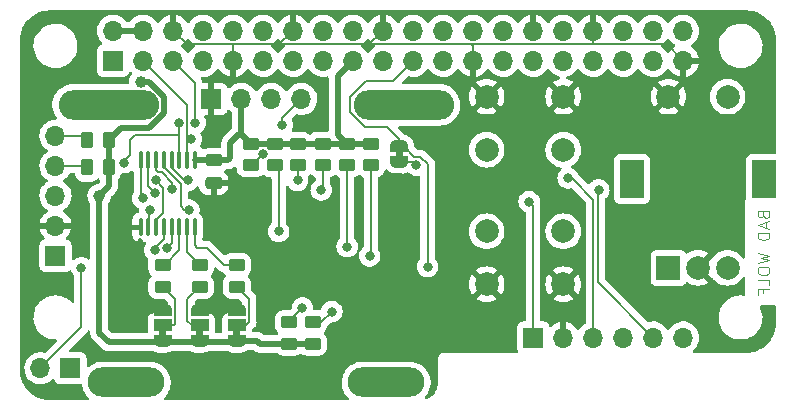
<source format=gbl>
G04 #@! TF.GenerationSoftware,KiCad,Pcbnew,(6.0.0)*
G04 #@! TF.CreationDate,2022-01-20T17:07:56-06:00*
G04 #@! TF.ProjectId,ctrl_board,6374726c-5f62-46f6-9172-642e6b696361,rev?*
G04 #@! TF.SameCoordinates,Original*
G04 #@! TF.FileFunction,Copper,L2,Bot*
G04 #@! TF.FilePolarity,Positive*
%FSLAX46Y46*%
G04 Gerber Fmt 4.6, Leading zero omitted, Abs format (unit mm)*
G04 Created by KiCad (PCBNEW (6.0.0)) date 2022-01-20 17:07:56*
%MOMM*%
%LPD*%
G01*
G04 APERTURE LIST*
G04 Aperture macros list*
%AMRoundRect*
0 Rectangle with rounded corners*
0 $1 Rounding radius*
0 $2 $3 $4 $5 $6 $7 $8 $9 X,Y pos of 4 corners*
0 Add a 4 corners polygon primitive as box body*
4,1,4,$2,$3,$4,$5,$6,$7,$8,$9,$2,$3,0*
0 Add four circle primitives for the rounded corners*
1,1,$1+$1,$2,$3*
1,1,$1+$1,$4,$5*
1,1,$1+$1,$6,$7*
1,1,$1+$1,$8,$9*
0 Add four rect primitives between the rounded corners*
20,1,$1+$1,$2,$3,$4,$5,0*
20,1,$1+$1,$4,$5,$6,$7,0*
20,1,$1+$1,$6,$7,$8,$9,0*
20,1,$1+$1,$8,$9,$2,$3,0*%
%AMFreePoly0*
4,1,22,0.500000,-0.750000,0.000000,-0.750000,0.000000,-0.745033,-0.079941,-0.743568,-0.215256,-0.701293,-0.333266,-0.622738,-0.424486,-0.514219,-0.481581,-0.384460,-0.499164,-0.250000,-0.500000,-0.250000,-0.500000,0.250000,-0.499164,0.250000,-0.499963,0.256109,-0.478152,0.396186,-0.417904,0.524511,-0.324060,0.630769,-0.204165,0.706417,-0.067858,0.745374,0.000000,0.744959,0.000000,0.750000,
0.500000,0.750000,0.500000,-0.750000,0.500000,-0.750000,$1*%
%AMFreePoly1*
4,1,20,0.000000,0.744959,0.073905,0.744508,0.209726,0.703889,0.328688,0.626782,0.421226,0.519385,0.479903,0.390333,0.500000,0.250000,0.500000,-0.250000,0.499851,-0.262216,0.476331,-0.402017,0.414519,-0.529596,0.319384,-0.634700,0.198574,-0.708877,0.061801,-0.746166,0.000000,-0.745033,0.000000,-0.750000,-0.500000,-0.750000,-0.500000,0.750000,0.000000,0.750000,0.000000,0.744959,
0.000000,0.744959,$1*%
%AMFreePoly2*
4,1,22,0.550000,-0.750000,0.000000,-0.750000,0.000000,-0.745033,-0.079941,-0.743568,-0.215256,-0.701293,-0.333266,-0.622738,-0.424486,-0.514219,-0.481581,-0.384460,-0.499164,-0.250000,-0.500000,-0.250000,-0.500000,0.250000,-0.499164,0.250000,-0.499963,0.256109,-0.478152,0.396186,-0.417904,0.524511,-0.324060,0.630769,-0.204165,0.706417,-0.067858,0.745374,0.000000,0.744959,0.000000,0.750000,
0.550000,0.750000,0.550000,-0.750000,0.550000,-0.750000,$1*%
%AMFreePoly3*
4,1,20,0.000000,0.744959,0.073905,0.744508,0.209726,0.703889,0.328688,0.626782,0.421226,0.519385,0.479903,0.390333,0.500000,0.250000,0.500000,-0.250000,0.499851,-0.262216,0.476331,-0.402017,0.414519,-0.529596,0.319384,-0.634700,0.198574,-0.708877,0.061801,-0.746166,0.000000,-0.745033,0.000000,-0.750000,-0.550000,-0.750000,-0.550000,0.750000,0.000000,0.750000,0.000000,0.744959,
0.000000,0.744959,$1*%
G04 Aperture macros list end*
%ADD10C,0.100000*%
G04 #@! TA.AperFunction,NonConductor*
%ADD11C,0.100000*%
G04 #@! TD*
G04 #@! TA.AperFunction,ComponentPad*
%ADD12C,2.000000*%
G04 #@! TD*
G04 #@! TA.AperFunction,ComponentPad*
%ADD13R,1.700000X1.700000*%
G04 #@! TD*
G04 #@! TA.AperFunction,ComponentPad*
%ADD14O,1.700000X1.700000*%
G04 #@! TD*
G04 #@! TA.AperFunction,ComponentPad*
%ADD15O,8.500000X2.500000*%
G04 #@! TD*
G04 #@! TA.AperFunction,ComponentPad*
%ADD16O,6.500000X2.500000*%
G04 #@! TD*
G04 #@! TA.AperFunction,ComponentPad*
%ADD17R,2.000000X2.000000*%
G04 #@! TD*
G04 #@! TA.AperFunction,ComponentPad*
%ADD18R,2.000000X3.200000*%
G04 #@! TD*
G04 #@! TA.AperFunction,SMDPad,CuDef*
%ADD19RoundRect,0.250000X-0.262500X-0.450000X0.262500X-0.450000X0.262500X0.450000X-0.262500X0.450000X0*%
G04 #@! TD*
G04 #@! TA.AperFunction,SMDPad,CuDef*
%ADD20FreePoly0,90.000000*%
G04 #@! TD*
G04 #@! TA.AperFunction,SMDPad,CuDef*
%ADD21FreePoly1,90.000000*%
G04 #@! TD*
G04 #@! TA.AperFunction,SMDPad,CuDef*
%ADD22FreePoly2,90.000000*%
G04 #@! TD*
G04 #@! TA.AperFunction,SMDPad,CuDef*
%ADD23R,1.500000X1.000000*%
G04 #@! TD*
G04 #@! TA.AperFunction,SMDPad,CuDef*
%ADD24FreePoly3,90.000000*%
G04 #@! TD*
G04 #@! TA.AperFunction,SMDPad,CuDef*
%ADD25RoundRect,0.250000X-0.450000X0.262500X-0.450000X-0.262500X0.450000X-0.262500X0.450000X0.262500X0*%
G04 #@! TD*
G04 #@! TA.AperFunction,SMDPad,CuDef*
%ADD26RoundRect,0.250000X0.450000X-0.262500X0.450000X0.262500X-0.450000X0.262500X-0.450000X-0.262500X0*%
G04 #@! TD*
G04 #@! TA.AperFunction,SMDPad,CuDef*
%ADD27RoundRect,0.100000X0.100000X-0.637500X0.100000X0.637500X-0.100000X0.637500X-0.100000X-0.637500X0*%
G04 #@! TD*
G04 #@! TA.AperFunction,SMDPad,CuDef*
%ADD28RoundRect,0.250000X0.262500X0.450000X-0.262500X0.450000X-0.262500X-0.450000X0.262500X-0.450000X0*%
G04 #@! TD*
G04 #@! TA.AperFunction,SMDPad,CuDef*
%ADD29RoundRect,0.250000X-0.475000X0.250000X-0.475000X-0.250000X0.475000X-0.250000X0.475000X0.250000X0*%
G04 #@! TD*
G04 #@! TA.AperFunction,ViaPad*
%ADD30C,1.000000*%
G04 #@! TD*
G04 #@! TA.AperFunction,ViaPad*
%ADD31C,0.800000*%
G04 #@! TD*
G04 #@! TA.AperFunction,Conductor*
%ADD32C,0.500000*%
G04 #@! TD*
G04 #@! TA.AperFunction,Conductor*
%ADD33C,0.200000*%
G04 #@! TD*
G04 APERTURE END LIST*
D10*
D11*
X263428571Y-111833333D02*
X263476190Y-111976190D01*
X263523809Y-112023809D01*
X263619047Y-112071428D01*
X263761904Y-112071428D01*
X263857142Y-112023809D01*
X263904761Y-111976190D01*
X263952380Y-111880952D01*
X263952380Y-111500000D01*
X262952380Y-111500000D01*
X262952380Y-111833333D01*
X263000000Y-111928571D01*
X263047619Y-111976190D01*
X263142857Y-112023809D01*
X263238095Y-112023809D01*
X263333333Y-111976190D01*
X263380952Y-111928571D01*
X263428571Y-111833333D01*
X263428571Y-111500000D01*
X263666666Y-112452380D02*
X263666666Y-112928571D01*
X263952380Y-112357142D02*
X262952380Y-112690476D01*
X263952380Y-113023809D01*
X263952380Y-113357142D02*
X262952380Y-113357142D01*
X262952380Y-113595238D01*
X263000000Y-113738095D01*
X263095238Y-113833333D01*
X263190476Y-113880952D01*
X263380952Y-113928571D01*
X263523809Y-113928571D01*
X263714285Y-113880952D01*
X263809523Y-113833333D01*
X263904761Y-113738095D01*
X263952380Y-113595238D01*
X263952380Y-113357142D01*
X262952380Y-115023809D02*
X263952380Y-115261904D01*
X263238095Y-115452380D01*
X263952380Y-115642857D01*
X262952380Y-115880952D01*
X262952380Y-116452380D02*
X262952380Y-116642857D01*
X263000000Y-116738095D01*
X263095238Y-116833333D01*
X263285714Y-116880952D01*
X263619047Y-116880952D01*
X263809523Y-116833333D01*
X263904761Y-116738095D01*
X263952380Y-116642857D01*
X263952380Y-116452380D01*
X263904761Y-116357142D01*
X263809523Y-116261904D01*
X263619047Y-116214285D01*
X263285714Y-116214285D01*
X263095238Y-116261904D01*
X263000000Y-116357142D01*
X262952380Y-116452380D01*
X263952380Y-117785714D02*
X263952380Y-117309523D01*
X262952380Y-117309523D01*
X263428571Y-118452380D02*
X263428571Y-118119047D01*
X263952380Y-118119047D02*
X262952380Y-118119047D01*
X262952380Y-118595238D01*
G36*
X232900000Y-106900000D02*
G01*
X232300000Y-106900000D01*
X232300000Y-106400000D01*
X232900000Y-106400000D01*
X232900000Y-106900000D01*
G37*
G36*
X219159500Y-122071000D02*
G01*
X218559500Y-122071000D01*
X218559500Y-121571000D01*
X219159500Y-121571000D01*
X219159500Y-122071000D01*
G37*
G36*
X216016250Y-122071000D02*
G01*
X215416250Y-122071000D01*
X215416250Y-121571000D01*
X216016250Y-121571000D01*
X216016250Y-122071000D01*
G37*
G36*
X212873000Y-122071000D02*
G01*
X212273000Y-122071000D01*
X212273000Y-121571000D01*
X212873000Y-121571000D01*
X212873000Y-122071000D01*
G37*
D12*
X246500000Y-101800000D03*
X240000000Y-101800000D03*
X246500000Y-106300000D03*
X240000000Y-106300000D03*
X246500000Y-117700000D03*
X240000000Y-117700000D03*
X246500000Y-113200000D03*
X240000000Y-113200000D03*
D13*
X216690000Y-102000000D03*
D14*
X219230000Y-102000000D03*
X221770000Y-102000000D03*
X224310000Y-102000000D03*
D15*
X208000000Y-102500000D03*
X233000000Y-102500000D03*
D16*
X209500000Y-126000000D03*
X231500000Y-126000000D03*
D13*
X243950000Y-122200000D03*
D14*
X246490000Y-122200000D03*
X249030000Y-122200000D03*
X251570000Y-122200000D03*
X254110000Y-122200000D03*
X256650000Y-122200000D03*
D17*
X255400000Y-116300000D03*
D12*
X260400000Y-116300000D03*
X257900000Y-116300000D03*
D18*
X263500000Y-108800000D03*
X252300000Y-108800000D03*
D12*
X260400000Y-101800000D03*
X255400000Y-101800000D03*
D13*
X208370000Y-98770000D03*
D14*
X208370000Y-96230000D03*
X210910000Y-98770000D03*
X210910000Y-96230000D03*
X213450000Y-98770000D03*
X213450000Y-96230000D03*
X215990000Y-98770000D03*
X215990000Y-96230000D03*
X218530000Y-98770000D03*
X218530000Y-96230000D03*
X221070000Y-98770000D03*
X221070000Y-96230000D03*
X223610000Y-98770000D03*
X223610000Y-96230000D03*
X226150000Y-98770000D03*
X226150000Y-96230000D03*
X228690000Y-98770000D03*
X228690000Y-96230000D03*
X231230000Y-98770000D03*
X231230000Y-96230000D03*
X233770000Y-98770000D03*
X233770000Y-96230000D03*
X236310000Y-98770000D03*
X236310000Y-96230000D03*
X238850000Y-98770000D03*
X238850000Y-96230000D03*
X241390000Y-98770000D03*
X241390000Y-96230000D03*
X243930000Y-98770000D03*
X243930000Y-96230000D03*
X246470000Y-98770000D03*
X246470000Y-96230000D03*
X249010000Y-98770000D03*
X249010000Y-96230000D03*
X251550000Y-98770000D03*
X251550000Y-96230000D03*
X254090000Y-98770000D03*
X254090000Y-96230000D03*
X256630000Y-98770000D03*
X256630000Y-96230000D03*
D19*
X206187500Y-107800000D03*
X208012500Y-107800000D03*
D20*
X232600000Y-107300000D03*
D21*
X232600000Y-106000000D03*
D22*
X218859500Y-122471000D03*
D23*
X218859500Y-121171000D03*
D24*
X218859500Y-119871000D03*
D22*
X215716250Y-122471000D03*
D23*
X215716250Y-121171000D03*
D24*
X215716250Y-119871000D03*
D22*
X212573000Y-122471000D03*
D23*
X212573000Y-121171000D03*
D24*
X212573000Y-119871000D03*
D25*
X220038083Y-105780500D03*
X220038083Y-107605500D03*
X222070466Y-105780500D03*
X222070466Y-107605500D03*
D26*
X218859500Y-117892500D03*
X218859500Y-116067500D03*
X215700000Y-117892500D03*
X215700000Y-116067500D03*
X212573000Y-117892500D03*
X212573000Y-116067500D03*
D27*
X215275000Y-112862500D03*
X214625000Y-112862500D03*
X213975000Y-112862500D03*
X213325000Y-112862500D03*
X212675000Y-112862500D03*
X212025000Y-112862500D03*
X211375000Y-112862500D03*
X210725000Y-112862500D03*
X210725000Y-107137500D03*
X211375000Y-107137500D03*
X212025000Y-107137500D03*
X212675000Y-107137500D03*
X213325000Y-107137500D03*
X213975000Y-107137500D03*
X214625000Y-107137500D03*
X215275000Y-107137500D03*
D26*
X223300000Y-122712500D03*
X223300000Y-120887500D03*
X225274084Y-122712500D03*
X225274084Y-120887500D03*
D28*
X208012500Y-105500000D03*
X206187500Y-105500000D03*
D29*
X216900000Y-107200000D03*
X216900000Y-109100000D03*
D25*
X226135232Y-105780500D03*
X226135232Y-107605500D03*
X230200000Y-105780500D03*
X230200000Y-107605500D03*
X228167615Y-105780500D03*
X228167615Y-107605500D03*
D13*
X203500000Y-115270000D03*
D14*
X203500000Y-112730000D03*
X203500000Y-110190000D03*
X203500000Y-107650000D03*
X203500000Y-105110000D03*
D13*
X204770000Y-124800000D03*
D14*
X202230000Y-124800000D03*
D26*
X224000000Y-107625000D03*
X224000000Y-105800000D03*
D30*
X207210000Y-110190000D03*
X210741615Y-100550500D03*
D31*
X217300000Y-119900000D03*
X209100000Y-120500000D03*
X208900000Y-111100000D03*
X215000000Y-105399011D03*
X222700000Y-104200000D03*
X209300000Y-107400000D03*
X213925500Y-104000000D03*
X215324500Y-104000000D03*
X205700000Y-116300000D03*
X235000000Y-116200000D03*
X212000000Y-108900000D03*
X221058143Y-106679745D03*
X211500000Y-111400000D03*
X222400000Y-113200000D03*
X243600000Y-110700000D03*
X210900000Y-110400000D03*
X230099511Y-115299511D03*
X211900000Y-114800000D03*
X228200000Y-114500000D03*
X212900000Y-114600000D03*
X211900000Y-110000500D03*
X226000000Y-109700000D03*
X214800000Y-111400000D03*
X249500000Y-109700000D03*
X246900000Y-108700000D03*
X213400000Y-109600000D03*
X224400000Y-119700000D03*
X226900000Y-120000000D03*
X224000000Y-108900000D03*
X214719161Y-108889964D03*
X234048267Y-107599500D03*
D32*
X227400000Y-105012885D02*
X228167615Y-105780500D01*
X222070466Y-105780500D02*
X223980500Y-105780500D01*
X210741615Y-100550500D02*
X211453984Y-100550500D01*
X212699520Y-103203964D02*
X211427995Y-104475489D01*
X224000000Y-105800000D02*
X226115732Y-105800000D01*
X218300000Y-107000000D02*
X218100000Y-107200000D01*
X218730500Y-122600000D02*
X218859500Y-122471000D01*
X208012500Y-109387500D02*
X207210000Y-110190000D01*
X208012500Y-105500000D02*
X208012500Y-107500000D01*
X227400000Y-100060000D02*
X227400000Y-105012885D01*
X226115732Y-105800000D02*
X226135232Y-105780500D01*
X228690000Y-98770000D02*
X227400000Y-100060000D01*
X218100000Y-107200000D02*
X216700000Y-107200000D01*
X216637500Y-107137500D02*
X216700000Y-107200000D01*
X222070466Y-105780500D02*
X220038083Y-105780500D01*
X219230000Y-102000000D02*
X219230000Y-104972417D01*
X212699520Y-101796036D02*
X212699520Y-103203964D01*
X219027583Y-104972417D02*
X218300000Y-105700000D01*
X218859500Y-122471000D02*
X220571000Y-122471000D01*
X219230000Y-104972417D02*
X219027583Y-104972417D01*
X220571000Y-122471000D02*
X220812500Y-122712500D01*
X218300000Y-105700000D02*
X218300000Y-107000000D01*
X215275000Y-107137500D02*
X216637500Y-107137500D01*
X211453984Y-100550500D02*
X212699520Y-101796036D01*
X207210000Y-121810000D02*
X208000000Y-122600000D01*
X220812500Y-122712500D02*
X225274084Y-122712500D01*
X223980500Y-105780500D02*
X224000000Y-105800000D01*
X226135232Y-105780500D02*
X230200000Y-105780500D01*
X211427995Y-104475489D02*
X209037011Y-104475489D01*
X208012500Y-107500000D02*
X208012500Y-109387500D01*
X207210000Y-110190000D02*
X207210000Y-121810000D01*
X209037011Y-104475489D02*
X208012500Y-105500000D01*
X208000000Y-122600000D02*
X218730500Y-122600000D01*
X219230000Y-104972417D02*
X220038083Y-105780500D01*
X208370000Y-96230000D02*
X210910000Y-96230000D01*
D33*
X218530000Y-97429022D02*
X218579511Y-97379511D01*
X230080489Y-97379511D02*
X229820489Y-97379511D01*
X249010000Y-97310000D02*
X249079511Y-97379511D01*
X249010000Y-96230000D02*
X249010000Y-97310000D01*
X218530000Y-98770000D02*
X218530000Y-97429022D01*
X231230000Y-96230000D02*
X230080489Y-97379511D01*
X222379511Y-97379511D02*
X229820489Y-97379511D01*
X249079511Y-97379511D02*
X255239511Y-97379511D01*
X238720489Y-97379511D02*
X249079511Y-97379511D01*
X238850000Y-97509022D02*
X238720489Y-97379511D01*
X238850000Y-98770000D02*
X238850000Y-97509022D01*
X255239511Y-97379511D02*
X256630000Y-98770000D01*
X223610000Y-96230000D02*
X222460489Y-97379511D01*
X229820489Y-97379511D02*
X238720489Y-97379511D01*
X213450000Y-96230000D02*
X214599511Y-97379511D01*
X214599511Y-97379511D02*
X218579511Y-97379511D01*
X222460489Y-97379511D02*
X222379511Y-97379511D01*
X218579511Y-97379511D02*
X222379511Y-97379511D01*
X210910000Y-98770000D02*
X214625000Y-102485000D01*
X224310000Y-102000000D02*
X222700000Y-103610000D01*
X222700000Y-103610000D02*
X222700000Y-104200000D01*
X205797500Y-105110000D02*
X206187500Y-105500000D01*
X214625000Y-105275000D02*
X214625000Y-107137500D01*
X214625000Y-102485000D02*
X214625000Y-105275000D01*
X203500000Y-105110000D02*
X205797500Y-105110000D01*
X214749011Y-105399011D02*
X214625000Y-105275000D01*
X215000000Y-105399011D02*
X214749011Y-105399011D01*
X213975000Y-105025000D02*
X213975000Y-104049500D01*
X209800000Y-106759994D02*
X209800000Y-105500000D01*
X213975000Y-104049500D02*
X213925500Y-104000000D01*
X209300000Y-107400000D02*
X209300000Y-107259994D01*
X203500000Y-107650000D02*
X206037500Y-107650000D01*
X210275000Y-105025000D02*
X213975000Y-105025000D01*
X215300000Y-100620000D02*
X215300000Y-104000000D01*
X215300000Y-104000000D02*
X215324500Y-104000000D01*
X209300000Y-107259994D02*
X209800000Y-106759994D01*
X209800000Y-105500000D02*
X210275000Y-105025000D01*
X206037500Y-107650000D02*
X206187500Y-107800000D01*
X213975000Y-107137500D02*
X213975000Y-105025000D01*
X213450000Y-98770000D02*
X215300000Y-100620000D01*
X205700000Y-121330000D02*
X202230000Y-124800000D01*
X233770000Y-98770000D02*
X232040000Y-100500000D01*
X233873586Y-106900000D02*
X234400000Y-106900000D01*
X232040000Y-100500000D02*
X229808648Y-100500000D01*
X228450480Y-101858168D02*
X228450480Y-103141832D01*
X205700000Y-116300000D02*
X205700000Y-121330000D01*
X231600000Y-104400000D02*
X232600000Y-105400000D01*
X234400000Y-106900000D02*
X235000000Y-107500000D01*
X232600000Y-106000000D02*
X232973586Y-106000000D01*
X229708648Y-104400000D02*
X231600000Y-104400000D01*
X235000000Y-107500000D02*
X235000000Y-116200000D01*
X232973586Y-106000000D02*
X233873586Y-106900000D01*
X228450480Y-103141832D02*
X229708648Y-104400000D01*
X229808648Y-100500000D02*
X228450480Y-101858168D01*
X232600000Y-105400000D02*
X232600000Y-106000000D01*
X214666730Y-118925770D02*
X214666730Y-120766730D01*
X215700000Y-117892500D02*
X214666730Y-118925770D01*
X215071000Y-121171000D02*
X215716250Y-121171000D01*
X214666730Y-120766730D02*
X215071000Y-121171000D01*
X212573000Y-117892500D02*
X213622520Y-118942020D01*
X213523000Y-121171000D02*
X212573000Y-121171000D01*
X213622520Y-121071480D02*
X213523000Y-121171000D01*
X213622520Y-118942020D02*
X213622520Y-121071480D01*
X212000000Y-108900000D02*
X212606502Y-109506502D01*
X212606502Y-111628492D02*
X212025000Y-112209994D01*
X220132388Y-107605500D02*
X221058143Y-106679745D01*
X220038083Y-107605500D02*
X220132388Y-107605500D01*
X212025000Y-112209994D02*
X212025000Y-112862500D01*
X212606502Y-109506502D02*
X212606502Y-111628492D01*
X211400000Y-111500000D02*
X211400000Y-112837500D01*
X211500000Y-111400000D02*
X211400000Y-111500000D01*
X222070466Y-107605500D02*
X222400000Y-107935034D01*
X222400000Y-107935034D02*
X222400000Y-113200000D01*
X211400000Y-112837500D02*
X211375000Y-112862500D01*
X243950000Y-122200000D02*
X243950000Y-111050000D01*
X243950000Y-111050000D02*
X243600000Y-110700000D01*
X210725000Y-110225000D02*
X210725000Y-107137500D01*
X210900000Y-110400000D02*
X210725000Y-110225000D01*
X230200000Y-115199022D02*
X230099511Y-115299511D01*
X230200000Y-107605500D02*
X230200000Y-115199022D01*
X211900000Y-114800000D02*
X211900000Y-114610741D01*
X212675000Y-113835741D02*
X212675000Y-112862500D01*
X211900000Y-114610741D02*
X212675000Y-113835741D01*
X213325000Y-114175000D02*
X213325000Y-112862500D01*
X212900000Y-114600000D02*
X213325000Y-114175000D01*
X228167615Y-114467615D02*
X228200000Y-114500000D01*
X228167615Y-107605500D02*
X228167615Y-114467615D01*
X211375000Y-107137500D02*
X211300489Y-107212011D01*
X211300489Y-109400989D02*
X211900000Y-110000500D01*
X211300489Y-107212011D02*
X211300489Y-109400989D01*
X226135232Y-107605500D02*
X226135232Y-109564768D01*
X226135232Y-109564768D02*
X226000000Y-109700000D01*
X216300000Y-114600000D02*
X215500000Y-114600000D01*
X215500000Y-114600000D02*
X215275000Y-114375000D01*
X217767500Y-116067500D02*
X216300000Y-114600000D01*
X218859500Y-116067500D02*
X217767500Y-116067500D01*
X215275000Y-114375000D02*
X215275000Y-112862500D01*
X215700000Y-116067500D02*
X214625000Y-114992500D01*
X214625000Y-114992500D02*
X214625000Y-112862500D01*
X212732500Y-116067500D02*
X213975000Y-114825000D01*
X212573000Y-116067500D02*
X212732500Y-116067500D01*
X213975000Y-114825000D02*
X213975000Y-112862500D01*
X219909020Y-120890980D02*
X219629000Y-121171000D01*
X219909020Y-118942020D02*
X219909020Y-120890980D01*
X219629000Y-121171000D02*
X218859500Y-121171000D01*
X218859500Y-117892500D02*
X219909020Y-118942020D01*
X249429520Y-117519520D02*
X249429520Y-109770480D01*
X254110000Y-122200000D02*
X249429520Y-117519520D01*
X214099511Y-109214517D02*
X214099511Y-111099511D01*
X212675000Y-107137500D02*
X212675000Y-107790006D01*
X249429520Y-109770480D02*
X249500000Y-109700000D01*
X214400000Y-111400000D02*
X214800000Y-111400000D01*
X212675000Y-107790006D02*
X214099511Y-109214517D01*
X214099511Y-111099511D02*
X214400000Y-111400000D01*
X247200000Y-108700000D02*
X246900000Y-108700000D01*
X213400000Y-109080012D02*
X213400000Y-109600000D01*
X212520477Y-108200489D02*
X213400000Y-109080012D01*
X249030000Y-122200000D02*
X249030000Y-110530000D01*
X247400000Y-108900000D02*
X247200000Y-108700000D01*
X212025000Y-108025000D02*
X212025000Y-107137500D01*
X212025000Y-108025000D02*
X212200489Y-108200489D01*
X212200489Y-108200489D02*
X212520477Y-108200489D01*
X249030000Y-110530000D02*
X247400000Y-108900000D01*
X223300000Y-120887500D02*
X223300000Y-120800000D01*
X223300000Y-120800000D02*
X224400000Y-119700000D01*
X226012500Y-120887500D02*
X226900000Y-120000000D01*
X225274084Y-120887500D02*
X226012500Y-120887500D01*
X213325000Y-107137500D02*
X213325000Y-107875000D01*
X224000000Y-107625000D02*
X224000000Y-108900000D01*
X214339964Y-108889964D02*
X214719161Y-108889964D01*
X233748767Y-107300000D02*
X234048267Y-107599500D01*
X232600000Y-107300000D02*
X233748767Y-107300000D01*
X213325000Y-107875000D02*
X214339964Y-108889964D01*
G04 #@! TA.AperFunction,Conductor*
G36*
X261970057Y-94509500D02*
G01*
X261984858Y-94511805D01*
X261984861Y-94511805D01*
X261993730Y-94513186D01*
X262010899Y-94510941D01*
X262034839Y-94510108D01*
X262292770Y-94525710D01*
X262307874Y-94527544D01*
X262378648Y-94540514D01*
X262588879Y-94579040D01*
X262603641Y-94582678D01*
X262876408Y-94667675D01*
X262890627Y-94673069D01*
X263151140Y-94790316D01*
X263164609Y-94797385D01*
X263409095Y-94945182D01*
X263421617Y-94953825D01*
X263646507Y-95130016D01*
X263657895Y-95140106D01*
X263859894Y-95342105D01*
X263869984Y-95353493D01*
X264046175Y-95578383D01*
X264054818Y-95590905D01*
X264202615Y-95835391D01*
X264209684Y-95848860D01*
X264326138Y-96107611D01*
X264326930Y-96109370D01*
X264332325Y-96123592D01*
X264405370Y-96358000D01*
X264417321Y-96396353D01*
X264420960Y-96411121D01*
X264440559Y-96518069D01*
X264472456Y-96692126D01*
X264474290Y-96707230D01*
X264489455Y-96957929D01*
X264488198Y-96984639D01*
X264488195Y-96984859D01*
X264486814Y-96993730D01*
X264487978Y-97002632D01*
X264487978Y-97002635D01*
X264490936Y-97025251D01*
X264492000Y-97041589D01*
X264492000Y-106565500D01*
X264471998Y-106633621D01*
X264418342Y-106680114D01*
X264366000Y-106691500D01*
X262451866Y-106691500D01*
X262389684Y-106698255D01*
X262253295Y-106749385D01*
X262136739Y-106836739D01*
X262049385Y-106953295D01*
X261998255Y-107089684D01*
X261991500Y-107151866D01*
X261991500Y-110434218D01*
X261971498Y-110502339D01*
X261917842Y-110548832D01*
X261904240Y-110553905D01*
X261887000Y-110553905D01*
X261887000Y-115392711D01*
X261866998Y-115460832D01*
X261813342Y-115507325D01*
X261743068Y-115517429D01*
X261678488Y-115487935D01*
X261653567Y-115458546D01*
X261624176Y-115410584D01*
X261469969Y-115230031D01*
X261289416Y-115075824D01*
X261285208Y-115073245D01*
X261285202Y-115073241D01*
X261091183Y-114954346D01*
X261086963Y-114951760D01*
X261082393Y-114949867D01*
X261082389Y-114949865D01*
X260872167Y-114862789D01*
X260872165Y-114862788D01*
X260867594Y-114860895D01*
X260787391Y-114841640D01*
X260641524Y-114806620D01*
X260641518Y-114806619D01*
X260636711Y-114805465D01*
X260400000Y-114786835D01*
X260163289Y-114805465D01*
X260158482Y-114806619D01*
X260158476Y-114806620D01*
X260012609Y-114841640D01*
X259932406Y-114860895D01*
X259927835Y-114862788D01*
X259927833Y-114862789D01*
X259717611Y-114949865D01*
X259717607Y-114949867D01*
X259713037Y-114951760D01*
X259708817Y-114954346D01*
X259514798Y-115073241D01*
X259514792Y-115073245D01*
X259510584Y-115075824D01*
X259330031Y-115230031D01*
X259326823Y-115233787D01*
X259191247Y-115392526D01*
X259145314Y-115426402D01*
X259123332Y-115435878D01*
X258272022Y-116287188D01*
X258264408Y-116301132D01*
X258264539Y-116302965D01*
X258268790Y-116309580D01*
X259120290Y-117161080D01*
X259158648Y-117182026D01*
X259194072Y-117210782D01*
X259282407Y-117314209D01*
X259330031Y-117369969D01*
X259510584Y-117524176D01*
X259514792Y-117526755D01*
X259514798Y-117526759D01*
X259708084Y-117645205D01*
X259713037Y-117648240D01*
X259717607Y-117650133D01*
X259717611Y-117650135D01*
X259927833Y-117737211D01*
X259932406Y-117739105D01*
X259980349Y-117750615D01*
X260158476Y-117793380D01*
X260158482Y-117793381D01*
X260163289Y-117794535D01*
X260400000Y-117813165D01*
X260636711Y-117794535D01*
X260641518Y-117793381D01*
X260641524Y-117793380D01*
X260819651Y-117750615D01*
X260867594Y-117739105D01*
X260872167Y-117737211D01*
X261082389Y-117650135D01*
X261082393Y-117650133D01*
X261086963Y-117648240D01*
X261091916Y-117645205D01*
X261285202Y-117526759D01*
X261285208Y-117526755D01*
X261289416Y-117524176D01*
X261469969Y-117369969D01*
X261624176Y-117189416D01*
X261653568Y-117141453D01*
X261706215Y-117093823D01*
X261776256Y-117082216D01*
X261841454Y-117110319D01*
X261881108Y-117169209D01*
X261887000Y-117207289D01*
X261887000Y-118531039D01*
X261866998Y-118599160D01*
X261813342Y-118645653D01*
X261739446Y-118655182D01*
X261688863Y-118646400D01*
X261685079Y-118645743D01*
X261673817Y-118645182D01*
X261601422Y-118641578D01*
X261601414Y-118641578D01*
X261599851Y-118641500D01*
X261431488Y-118641500D01*
X261429220Y-118641665D01*
X261429208Y-118641665D01*
X261298116Y-118651177D01*
X261230996Y-118656047D01*
X261226541Y-118657031D01*
X261226538Y-118657031D01*
X260972088Y-118713209D01*
X260972084Y-118713210D01*
X260967628Y-118714194D01*
X260863940Y-118753478D01*
X260719682Y-118808132D01*
X260719679Y-118808133D01*
X260715412Y-118809750D01*
X260648142Y-118847115D01*
X260528627Y-118913500D01*
X260479632Y-118940714D01*
X260476000Y-118943486D01*
X260280258Y-119092872D01*
X260265227Y-119104343D01*
X260262034Y-119107609D01*
X260262032Y-119107611D01*
X260230582Y-119139783D01*
X260076688Y-119297208D01*
X259917966Y-119515270D01*
X259890819Y-119566868D01*
X259794510Y-119749921D01*
X259794507Y-119749927D01*
X259792385Y-119753961D01*
X259790865Y-119758266D01*
X259790863Y-119758270D01*
X259729000Y-119933450D01*
X259702575Y-120008280D01*
X259677395Y-120136032D01*
X259660770Y-120220385D01*
X259650419Y-120272900D01*
X259650192Y-120277453D01*
X259650192Y-120277456D01*
X259640260Y-120476978D01*
X259637009Y-120542277D01*
X259662625Y-120810769D01*
X259663710Y-120815203D01*
X259663711Y-120815209D01*
X259713828Y-121020021D01*
X259726731Y-121072750D01*
X259827985Y-121322733D01*
X259964265Y-121555482D01*
X260029358Y-121636876D01*
X260124009Y-121755231D01*
X260132716Y-121766119D01*
X260329809Y-121950234D01*
X260551416Y-122103968D01*
X260555499Y-122105999D01*
X260555502Y-122106001D01*
X260599519Y-122127899D01*
X260792894Y-122224101D01*
X260797228Y-122225522D01*
X260797231Y-122225523D01*
X261044853Y-122306698D01*
X261044859Y-122306699D01*
X261049186Y-122308118D01*
X261053677Y-122308898D01*
X261053678Y-122308898D01*
X261311140Y-122353601D01*
X261311148Y-122353602D01*
X261314921Y-122354257D01*
X261318758Y-122354448D01*
X261398578Y-122358422D01*
X261398586Y-122358422D01*
X261400149Y-122358500D01*
X261568512Y-122358500D01*
X261570780Y-122358335D01*
X261570792Y-122358335D01*
X261701884Y-122348823D01*
X261769004Y-122343953D01*
X261773459Y-122342969D01*
X261773462Y-122342969D01*
X262027912Y-122286791D01*
X262027916Y-122286790D01*
X262032372Y-122285806D01*
X262158480Y-122238028D01*
X262280318Y-122191868D01*
X262280321Y-122191867D01*
X262284588Y-122190250D01*
X262520368Y-122059286D01*
X262650939Y-121959637D01*
X262731141Y-121898429D01*
X262731142Y-121898428D01*
X262734773Y-121895657D01*
X262739688Y-121890630D01*
X262878651Y-121748478D01*
X262923312Y-121702792D01*
X263082034Y-121484730D01*
X263145155Y-121364757D01*
X263205490Y-121250079D01*
X263205493Y-121250073D01*
X263207615Y-121246039D01*
X263209860Y-121239684D01*
X263295902Y-120996033D01*
X263295902Y-120996032D01*
X263297425Y-120991720D01*
X263326960Y-120841869D01*
X263348700Y-120731572D01*
X263348701Y-120731566D01*
X263349581Y-120727100D01*
X263349808Y-120722544D01*
X263362764Y-120462292D01*
X263362764Y-120462286D01*
X263362991Y-120457723D01*
X263337375Y-120189231D01*
X263332279Y-120168402D01*
X263274355Y-119931688D01*
X263273269Y-119927250D01*
X263172015Y-119677267D01*
X263147711Y-119635758D01*
X263130552Y-119566868D01*
X263153363Y-119499636D01*
X263208902Y-119455409D01*
X263256444Y-119446095D01*
X264366000Y-119446095D01*
X264434121Y-119466097D01*
X264480614Y-119519753D01*
X264492000Y-119572095D01*
X264492000Y-120950672D01*
X264490500Y-120970057D01*
X264488317Y-120984080D01*
X264486814Y-120993730D01*
X264489059Y-121010897D01*
X264489892Y-121034839D01*
X264474290Y-121292770D01*
X264472456Y-121307874D01*
X264468403Y-121329993D01*
X264430689Y-121535795D01*
X264420962Y-121588873D01*
X264417322Y-121603641D01*
X264332326Y-121876404D01*
X264326931Y-121890627D01*
X264214990Y-122139352D01*
X264209686Y-122151136D01*
X264202615Y-122164609D01*
X264054818Y-122409095D01*
X264046175Y-122421617D01*
X263869984Y-122646507D01*
X263859894Y-122657895D01*
X263657895Y-122859894D01*
X263646507Y-122869984D01*
X263421617Y-123046175D01*
X263409095Y-123054818D01*
X263164609Y-123202615D01*
X263151140Y-123209684D01*
X262895758Y-123324622D01*
X262890630Y-123326930D01*
X262876408Y-123332325D01*
X262603641Y-123417322D01*
X262588879Y-123420960D01*
X262411408Y-123453483D01*
X262307874Y-123472456D01*
X262292770Y-123474290D01*
X262042071Y-123489455D01*
X262015361Y-123488198D01*
X262015141Y-123488195D01*
X262006270Y-123486814D01*
X261997368Y-123487978D01*
X261997365Y-123487978D01*
X261974749Y-123490936D01*
X261958411Y-123492000D01*
X257571837Y-123492000D01*
X257503716Y-123471998D01*
X257457223Y-123418342D01*
X257447119Y-123348068D01*
X257476613Y-123283488D01*
X257498669Y-123263421D01*
X257504800Y-123259048D01*
X257529860Y-123241173D01*
X257535721Y-123235333D01*
X257645878Y-123125560D01*
X257688096Y-123083489D01*
X257818453Y-122902077D01*
X257831995Y-122874678D01*
X257915136Y-122706453D01*
X257915137Y-122706451D01*
X257917430Y-122701811D01*
X257982370Y-122488069D01*
X258011529Y-122266590D01*
X258011611Y-122263240D01*
X258013074Y-122203365D01*
X258013074Y-122203361D01*
X258013156Y-122200000D01*
X257994852Y-121977361D01*
X257940431Y-121760702D01*
X257851354Y-121555840D01*
X257778811Y-121443706D01*
X257732822Y-121372617D01*
X257732820Y-121372614D01*
X257730014Y-121368277D01*
X257579670Y-121203051D01*
X257575619Y-121199852D01*
X257575615Y-121199848D01*
X257408414Y-121067800D01*
X257408410Y-121067798D01*
X257404359Y-121064598D01*
X257368028Y-121044542D01*
X257324370Y-121020442D01*
X257208789Y-120956638D01*
X257203920Y-120954914D01*
X257203916Y-120954912D01*
X257003087Y-120883795D01*
X257003083Y-120883794D01*
X256998212Y-120882069D01*
X256993119Y-120881162D01*
X256993116Y-120881161D01*
X256783373Y-120843800D01*
X256783367Y-120843799D01*
X256778284Y-120842894D01*
X256704452Y-120841992D01*
X256560081Y-120840228D01*
X256560079Y-120840228D01*
X256554911Y-120840165D01*
X256334091Y-120873955D01*
X256121756Y-120943357D01*
X256088973Y-120960423D01*
X256020567Y-120996033D01*
X255923607Y-121046507D01*
X255919474Y-121049610D01*
X255919471Y-121049612D01*
X255749100Y-121177530D01*
X255744965Y-121180635D01*
X255735800Y-121190226D01*
X255620592Y-121310784D01*
X255590629Y-121342138D01*
X255483201Y-121499621D01*
X255428293Y-121544621D01*
X255357768Y-121552792D01*
X255294021Y-121521538D01*
X255273324Y-121497054D01*
X255192822Y-121372617D01*
X255192820Y-121372614D01*
X255190014Y-121368277D01*
X255039670Y-121203051D01*
X255035619Y-121199852D01*
X255035615Y-121199848D01*
X254868414Y-121067800D01*
X254868410Y-121067798D01*
X254864359Y-121064598D01*
X254828028Y-121044542D01*
X254784370Y-121020442D01*
X254668789Y-120956638D01*
X254663920Y-120954914D01*
X254663916Y-120954912D01*
X254463087Y-120883795D01*
X254463083Y-120883794D01*
X254458212Y-120882069D01*
X254453119Y-120881162D01*
X254453116Y-120881161D01*
X254243373Y-120843800D01*
X254243367Y-120843799D01*
X254238284Y-120842894D01*
X254164452Y-120841992D01*
X254020081Y-120840228D01*
X254020079Y-120840228D01*
X254014911Y-120840165D01*
X253889928Y-120859290D01*
X253799200Y-120873173D01*
X253799197Y-120873174D01*
X253794091Y-120873955D01*
X253789176Y-120875562D01*
X253789174Y-120875562D01*
X253754890Y-120886768D01*
X253683927Y-120888921D01*
X253626648Y-120856099D01*
X250118683Y-117348134D01*
X253891500Y-117348134D01*
X253898255Y-117410316D01*
X253949385Y-117546705D01*
X254036739Y-117663261D01*
X254153295Y-117750615D01*
X254289684Y-117801745D01*
X254351866Y-117808500D01*
X256448134Y-117808500D01*
X256510316Y-117801745D01*
X256646705Y-117750615D01*
X256763261Y-117663261D01*
X256768643Y-117656080D01*
X256844026Y-117555497D01*
X256900885Y-117512982D01*
X256971704Y-117507956D01*
X257010017Y-117525176D01*
X257010879Y-117523770D01*
X257209042Y-117645205D01*
X257217837Y-117649687D01*
X257427988Y-117736734D01*
X257437373Y-117739783D01*
X257658554Y-117792885D01*
X257668301Y-117794428D01*
X257895070Y-117812275D01*
X257904930Y-117812275D01*
X258131699Y-117794428D01*
X258141446Y-117792885D01*
X258362627Y-117739783D01*
X258372012Y-117736734D01*
X258582163Y-117649687D01*
X258590958Y-117645205D01*
X258758445Y-117542568D01*
X258767907Y-117532110D01*
X258764124Y-117523334D01*
X257629885Y-116389095D01*
X257595859Y-116326783D01*
X257600924Y-116255968D01*
X257629885Y-116210905D01*
X258761080Y-115079710D01*
X258767840Y-115067330D01*
X258762113Y-115059680D01*
X258590958Y-114954795D01*
X258582163Y-114950313D01*
X258372012Y-114863266D01*
X258362627Y-114860217D01*
X258141446Y-114807115D01*
X258131699Y-114805572D01*
X257904930Y-114787725D01*
X257895070Y-114787725D01*
X257668301Y-114805572D01*
X257658554Y-114807115D01*
X257437373Y-114860217D01*
X257427988Y-114863266D01*
X257217837Y-114950313D01*
X257209042Y-114954795D01*
X257010879Y-115076230D01*
X257009604Y-115074149D01*
X256952261Y-115094720D01*
X256883082Y-115078758D01*
X256844026Y-115044503D01*
X256768643Y-114943920D01*
X256768642Y-114943919D01*
X256763261Y-114936739D01*
X256646705Y-114849385D01*
X256510316Y-114798255D01*
X256448134Y-114791500D01*
X254351866Y-114791500D01*
X254289684Y-114798255D01*
X254153295Y-114849385D01*
X254036739Y-114936739D01*
X253949385Y-115053295D01*
X253898255Y-115189684D01*
X253891500Y-115251866D01*
X253891500Y-117348134D01*
X250118683Y-117348134D01*
X250074925Y-117304376D01*
X250040899Y-117242064D01*
X250038020Y-117215281D01*
X250038020Y-110496273D01*
X250052155Y-110448134D01*
X250791500Y-110448134D01*
X250798255Y-110510316D01*
X250849385Y-110646705D01*
X250936739Y-110763261D01*
X251053295Y-110850615D01*
X251189684Y-110901745D01*
X251251866Y-110908500D01*
X253348134Y-110908500D01*
X253410316Y-110901745D01*
X253546705Y-110850615D01*
X253663261Y-110763261D01*
X253750615Y-110646705D01*
X253801745Y-110510316D01*
X253808500Y-110448134D01*
X253808500Y-107151866D01*
X253801745Y-107089684D01*
X253750615Y-106953295D01*
X253663261Y-106836739D01*
X253546705Y-106749385D01*
X253410316Y-106698255D01*
X253348134Y-106691500D01*
X251251866Y-106691500D01*
X251189684Y-106698255D01*
X251053295Y-106749385D01*
X250936739Y-106836739D01*
X250849385Y-106953295D01*
X250798255Y-107089684D01*
X250791500Y-107151866D01*
X250791500Y-110448134D01*
X250052155Y-110448134D01*
X250058022Y-110428152D01*
X250089959Y-110394337D01*
X250105909Y-110382749D01*
X250105911Y-110382747D01*
X250111253Y-110378866D01*
X250239040Y-110236944D01*
X250334527Y-110071556D01*
X250393542Y-109889928D01*
X250395611Y-109870249D01*
X250412814Y-109706565D01*
X250413504Y-109700000D01*
X250404830Y-109617474D01*
X250394232Y-109516635D01*
X250394232Y-109516633D01*
X250393542Y-109510072D01*
X250334527Y-109328444D01*
X250239040Y-109163056D01*
X250139139Y-109052104D01*
X250115675Y-109026045D01*
X250115674Y-109026044D01*
X250111253Y-109021134D01*
X250002493Y-108942115D01*
X249962094Y-108912763D01*
X249962093Y-108912762D01*
X249956752Y-108908882D01*
X249950724Y-108906198D01*
X249950722Y-108906197D01*
X249788319Y-108833891D01*
X249788318Y-108833891D01*
X249782288Y-108831206D01*
X249680057Y-108809476D01*
X249601944Y-108792872D01*
X249601939Y-108792872D01*
X249595487Y-108791500D01*
X249404513Y-108791500D01*
X249398061Y-108792872D01*
X249398056Y-108792872D01*
X249319943Y-108809476D01*
X249217712Y-108831206D01*
X249211682Y-108833891D01*
X249211681Y-108833891D01*
X249049278Y-108906197D01*
X249049276Y-108906198D01*
X249043248Y-108908882D01*
X249037907Y-108912762D01*
X249037906Y-108912763D01*
X248997507Y-108942115D01*
X248888747Y-109021134D01*
X248884326Y-109026044D01*
X248884325Y-109026045D01*
X248860862Y-109052104D01*
X248760960Y-109163056D01*
X248756186Y-109171325D01*
X248754947Y-109172507D01*
X248753776Y-109174118D01*
X248753481Y-109173904D01*
X248704805Y-109220319D01*
X248635092Y-109233757D01*
X248569180Y-109207372D01*
X248557971Y-109197422D01*
X247777833Y-108417284D01*
X247747095Y-108367125D01*
X247743571Y-108356277D01*
X247734527Y-108328444D01*
X247726443Y-108314441D01*
X247659834Y-108199072D01*
X247639040Y-108163056D01*
X247591014Y-108109717D01*
X247515675Y-108026045D01*
X247515674Y-108026044D01*
X247511253Y-108021134D01*
X247407032Y-107945413D01*
X247362094Y-107912763D01*
X247362093Y-107912762D01*
X247356752Y-107908882D01*
X247350726Y-107906199D01*
X247350719Y-107906195D01*
X247230848Y-107852826D01*
X247176752Y-107806846D01*
X247156102Y-107738919D01*
X247175454Y-107670611D01*
X247216261Y-107630286D01*
X247303173Y-107577026D01*
X247389416Y-107524176D01*
X247569969Y-107369969D01*
X247724176Y-107189416D01*
X247726755Y-107185208D01*
X247726759Y-107185202D01*
X247845654Y-106991183D01*
X247848240Y-106986963D01*
X247852500Y-106976680D01*
X247937211Y-106772167D01*
X247937212Y-106772165D01*
X247939105Y-106767594D01*
X247962868Y-106668613D01*
X247993380Y-106541524D01*
X247993381Y-106541518D01*
X247994535Y-106536711D01*
X248013165Y-106300000D01*
X247994535Y-106063289D01*
X247982106Y-106011515D01*
X247949705Y-105876560D01*
X247939105Y-105832406D01*
X247911392Y-105765501D01*
X247850135Y-105617611D01*
X247850133Y-105617607D01*
X247848240Y-105613037D01*
X247803409Y-105539880D01*
X247726759Y-105414798D01*
X247726755Y-105414792D01*
X247724176Y-105410584D01*
X247569969Y-105230031D01*
X247389416Y-105075824D01*
X247385208Y-105073245D01*
X247385202Y-105073241D01*
X247191183Y-104954346D01*
X247186963Y-104951760D01*
X247182393Y-104949867D01*
X247182389Y-104949865D01*
X246972167Y-104862789D01*
X246972165Y-104862788D01*
X246967594Y-104860895D01*
X246855514Y-104833987D01*
X246741524Y-104806620D01*
X246741518Y-104806619D01*
X246736711Y-104805465D01*
X246500000Y-104786835D01*
X246263289Y-104805465D01*
X246258482Y-104806619D01*
X246258476Y-104806620D01*
X246144486Y-104833987D01*
X246032406Y-104860895D01*
X246027835Y-104862788D01*
X246027833Y-104862789D01*
X245817611Y-104949865D01*
X245817607Y-104949867D01*
X245813037Y-104951760D01*
X245808817Y-104954346D01*
X245614798Y-105073241D01*
X245614792Y-105073245D01*
X245610584Y-105075824D01*
X245430031Y-105230031D01*
X245275824Y-105410584D01*
X245273245Y-105414792D01*
X245273241Y-105414798D01*
X245196591Y-105539880D01*
X245151760Y-105613037D01*
X245149867Y-105617607D01*
X245149865Y-105617611D01*
X245088608Y-105765501D01*
X245060895Y-105832406D01*
X245050295Y-105876560D01*
X245017895Y-106011515D01*
X245005465Y-106063289D01*
X244986835Y-106300000D01*
X245005465Y-106536711D01*
X245006619Y-106541518D01*
X245006620Y-106541524D01*
X245037132Y-106668613D01*
X245060895Y-106767594D01*
X245062788Y-106772165D01*
X245062789Y-106772167D01*
X245147501Y-106976680D01*
X245151760Y-106986963D01*
X245154346Y-106991183D01*
X245273241Y-107185202D01*
X245273245Y-107185208D01*
X245275824Y-107189416D01*
X245430031Y-107369969D01*
X245610584Y-107524176D01*
X245614792Y-107526755D01*
X245614798Y-107526759D01*
X245769974Y-107621851D01*
X245813037Y-107648240D01*
X245817607Y-107650133D01*
X245817611Y-107650135D01*
X246027833Y-107737211D01*
X246032406Y-107739105D01*
X246164438Y-107770803D01*
X246251084Y-107791605D01*
X246312653Y-107826957D01*
X246345336Y-107889984D01*
X246338755Y-107960675D01*
X246298589Y-108012379D01*
X246298998Y-108012833D01*
X246296464Y-108015114D01*
X246295729Y-108016061D01*
X246294093Y-108017249D01*
X246294091Y-108017251D01*
X246288747Y-108021134D01*
X246284326Y-108026044D01*
X246284325Y-108026045D01*
X246208987Y-108109717D01*
X246160960Y-108163056D01*
X246140166Y-108199072D01*
X246073558Y-108314441D01*
X246065473Y-108328444D01*
X246006458Y-108510072D01*
X246005768Y-108516633D01*
X246005768Y-108516635D01*
X245994233Y-108626386D01*
X245986496Y-108700000D01*
X245987186Y-108706565D01*
X246005301Y-108878915D01*
X246006458Y-108889928D01*
X246065473Y-109071556D01*
X246160960Y-109236944D01*
X246165378Y-109241851D01*
X246165379Y-109241852D01*
X246270387Y-109358475D01*
X246288747Y-109378866D01*
X246383995Y-109448068D01*
X246409702Y-109466745D01*
X246443248Y-109491118D01*
X246449276Y-109493802D01*
X246449278Y-109493803D01*
X246611681Y-109566109D01*
X246617712Y-109568794D01*
X246683365Y-109582749D01*
X246798056Y-109607128D01*
X246798061Y-109607128D01*
X246804513Y-109608500D01*
X246995487Y-109608500D01*
X247001940Y-109607128D01*
X247001953Y-109607127D01*
X247136778Y-109578468D01*
X247207568Y-109583869D01*
X247252070Y-109612619D01*
X248384595Y-110745144D01*
X248418621Y-110807456D01*
X248421500Y-110834239D01*
X248421500Y-120908678D01*
X248401498Y-120976799D01*
X248353683Y-121020439D01*
X248303607Y-121046507D01*
X248299474Y-121049610D01*
X248299471Y-121049612D01*
X248129100Y-121177530D01*
X248124965Y-121180635D01*
X248115800Y-121190226D01*
X248000592Y-121310784D01*
X247970629Y-121342138D01*
X247863204Y-121499618D01*
X247862898Y-121500066D01*
X247807987Y-121545069D01*
X247737462Y-121553240D01*
X247673715Y-121521986D01*
X247653018Y-121497502D01*
X247572426Y-121372926D01*
X247566136Y-121364757D01*
X247422806Y-121207240D01*
X247415273Y-121200215D01*
X247248139Y-121068222D01*
X247239552Y-121062517D01*
X247053117Y-120959599D01*
X247043705Y-120955369D01*
X246842959Y-120884280D01*
X246832988Y-120881646D01*
X246761837Y-120868972D01*
X246748540Y-120870432D01*
X246744000Y-120884989D01*
X246744000Y-122328000D01*
X246723998Y-122396121D01*
X246670342Y-122442614D01*
X246618000Y-122454000D01*
X246362000Y-122454000D01*
X246293879Y-122433998D01*
X246247386Y-122380342D01*
X246236000Y-122328000D01*
X246236000Y-120883102D01*
X246232082Y-120869758D01*
X246217806Y-120867771D01*
X246179324Y-120873660D01*
X246169288Y-120876051D01*
X245966868Y-120942212D01*
X245957359Y-120946209D01*
X245768463Y-121044542D01*
X245759738Y-121050036D01*
X245589433Y-121177905D01*
X245581726Y-121184748D01*
X245504478Y-121265584D01*
X245442954Y-121301014D01*
X245372042Y-121297557D01*
X245314255Y-121256311D01*
X245295402Y-121222763D01*
X245253767Y-121111703D01*
X245250615Y-121103295D01*
X245163261Y-120986739D01*
X245046705Y-120899385D01*
X244910316Y-120848255D01*
X244848134Y-120841500D01*
X244684500Y-120841500D01*
X244616379Y-120821498D01*
X244569886Y-120767842D01*
X244558500Y-120715500D01*
X244558500Y-118932670D01*
X245632160Y-118932670D01*
X245637887Y-118940320D01*
X245809042Y-119045205D01*
X245817837Y-119049687D01*
X246027988Y-119136734D01*
X246037373Y-119139783D01*
X246258554Y-119192885D01*
X246268301Y-119194428D01*
X246495070Y-119212275D01*
X246504930Y-119212275D01*
X246731699Y-119194428D01*
X246741446Y-119192885D01*
X246962627Y-119139783D01*
X246972012Y-119136734D01*
X247182163Y-119049687D01*
X247190958Y-119045205D01*
X247358445Y-118942568D01*
X247367907Y-118932110D01*
X247364124Y-118923334D01*
X246512812Y-118072022D01*
X246498868Y-118064408D01*
X246497035Y-118064539D01*
X246490420Y-118068790D01*
X245638920Y-118920290D01*
X245632160Y-118932670D01*
X244558500Y-118932670D01*
X244558500Y-117704930D01*
X244987725Y-117704930D01*
X245005572Y-117931699D01*
X245007115Y-117941446D01*
X245060217Y-118162627D01*
X245063266Y-118172012D01*
X245150313Y-118382163D01*
X245154795Y-118390958D01*
X245257432Y-118558445D01*
X245267890Y-118567907D01*
X245276666Y-118564124D01*
X246127978Y-117712812D01*
X246134356Y-117701132D01*
X246864408Y-117701132D01*
X246864539Y-117702965D01*
X246868790Y-117709580D01*
X247720290Y-118561080D01*
X247732670Y-118567840D01*
X247740320Y-118562113D01*
X247845205Y-118390958D01*
X247849687Y-118382163D01*
X247936734Y-118172012D01*
X247939783Y-118162627D01*
X247992885Y-117941446D01*
X247994428Y-117931699D01*
X248012275Y-117704930D01*
X248012275Y-117695070D01*
X247994428Y-117468301D01*
X247992885Y-117458554D01*
X247939783Y-117237373D01*
X247936734Y-117227988D01*
X247849687Y-117017837D01*
X247845205Y-117009042D01*
X247742568Y-116841555D01*
X247732110Y-116832093D01*
X247723334Y-116835876D01*
X246872022Y-117687188D01*
X246864408Y-117701132D01*
X246134356Y-117701132D01*
X246135592Y-117698868D01*
X246135461Y-117697035D01*
X246131210Y-117690420D01*
X245279710Y-116838920D01*
X245267330Y-116832160D01*
X245259680Y-116837887D01*
X245154795Y-117009042D01*
X245150313Y-117017837D01*
X245063266Y-117227988D01*
X245060217Y-117237373D01*
X245007115Y-117458554D01*
X245005572Y-117468301D01*
X244987725Y-117695070D01*
X244987725Y-117704930D01*
X244558500Y-117704930D01*
X244558500Y-116467890D01*
X245632093Y-116467890D01*
X245635876Y-116476666D01*
X246487188Y-117327978D01*
X246501132Y-117335592D01*
X246502965Y-117335461D01*
X246509580Y-117331210D01*
X247361080Y-116479710D01*
X247367840Y-116467330D01*
X247362113Y-116459680D01*
X247190958Y-116354795D01*
X247182163Y-116350313D01*
X246972012Y-116263266D01*
X246962627Y-116260217D01*
X246741446Y-116207115D01*
X246731699Y-116205572D01*
X246504930Y-116187725D01*
X246495070Y-116187725D01*
X246268301Y-116205572D01*
X246258554Y-116207115D01*
X246037373Y-116260217D01*
X246027988Y-116263266D01*
X245817837Y-116350313D01*
X245809042Y-116354795D01*
X245641555Y-116457432D01*
X245632093Y-116467890D01*
X244558500Y-116467890D01*
X244558500Y-113200000D01*
X244986835Y-113200000D01*
X245005465Y-113436711D01*
X245006619Y-113441518D01*
X245006620Y-113441524D01*
X245030235Y-113539885D01*
X245060895Y-113667594D01*
X245062788Y-113672165D01*
X245062789Y-113672167D01*
X245138125Y-113854044D01*
X245151760Y-113886963D01*
X245154346Y-113891183D01*
X245273241Y-114085202D01*
X245273245Y-114085208D01*
X245275824Y-114089416D01*
X245430031Y-114269969D01*
X245610584Y-114424176D01*
X245614792Y-114426755D01*
X245614798Y-114426759D01*
X245745030Y-114506565D01*
X245813037Y-114548240D01*
X245817607Y-114550133D01*
X245817611Y-114550135D01*
X246027833Y-114637211D01*
X246032406Y-114639105D01*
X246112609Y-114658360D01*
X246258476Y-114693380D01*
X246258482Y-114693381D01*
X246263289Y-114694535D01*
X246500000Y-114713165D01*
X246736711Y-114694535D01*
X246741518Y-114693381D01*
X246741524Y-114693380D01*
X246887391Y-114658360D01*
X246967594Y-114639105D01*
X246972167Y-114637211D01*
X247182389Y-114550135D01*
X247182393Y-114550133D01*
X247186963Y-114548240D01*
X247254970Y-114506565D01*
X247385202Y-114426759D01*
X247385208Y-114426755D01*
X247389416Y-114424176D01*
X247569969Y-114269969D01*
X247724176Y-114089416D01*
X247726755Y-114085208D01*
X247726759Y-114085202D01*
X247845654Y-113891183D01*
X247848240Y-113886963D01*
X247861876Y-113854044D01*
X247937211Y-113672167D01*
X247937212Y-113672165D01*
X247939105Y-113667594D01*
X247969765Y-113539885D01*
X247993380Y-113441524D01*
X247993381Y-113441518D01*
X247994535Y-113436711D01*
X248013165Y-113200000D01*
X247994535Y-112963289D01*
X247988914Y-112939872D01*
X247940260Y-112737218D01*
X247939105Y-112732406D01*
X247912748Y-112668774D01*
X247850135Y-112517611D01*
X247850133Y-112517607D01*
X247848240Y-112513037D01*
X247817545Y-112462947D01*
X247726759Y-112314798D01*
X247726755Y-112314792D01*
X247724176Y-112310584D01*
X247569969Y-112130031D01*
X247389416Y-111975824D01*
X247385208Y-111973245D01*
X247385202Y-111973241D01*
X247191183Y-111854346D01*
X247186963Y-111851760D01*
X247182393Y-111849867D01*
X247182389Y-111849865D01*
X246972167Y-111762789D01*
X246972165Y-111762788D01*
X246967594Y-111760895D01*
X246856343Y-111734186D01*
X246741524Y-111706620D01*
X246741518Y-111706619D01*
X246736711Y-111705465D01*
X246500000Y-111686835D01*
X246263289Y-111705465D01*
X246258482Y-111706619D01*
X246258476Y-111706620D01*
X246143657Y-111734186D01*
X246032406Y-111760895D01*
X246027835Y-111762788D01*
X246027833Y-111762789D01*
X245817611Y-111849865D01*
X245817607Y-111849867D01*
X245813037Y-111851760D01*
X245808817Y-111854346D01*
X245614798Y-111973241D01*
X245614792Y-111973245D01*
X245610584Y-111975824D01*
X245430031Y-112130031D01*
X245275824Y-112310584D01*
X245273245Y-112314792D01*
X245273241Y-112314798D01*
X245182455Y-112462947D01*
X245151760Y-112513037D01*
X245149867Y-112517607D01*
X245149865Y-112517611D01*
X245087252Y-112668774D01*
X245060895Y-112732406D01*
X245059740Y-112737218D01*
X245011087Y-112939872D01*
X245005465Y-112963289D01*
X244986835Y-113200000D01*
X244558500Y-113200000D01*
X244558500Y-111098136D01*
X244559578Y-111081690D01*
X244560178Y-111077137D01*
X244563750Y-111050000D01*
X244558500Y-111010120D01*
X244558500Y-111010115D01*
X244542838Y-110891150D01*
X244542332Y-110889928D01*
X244526048Y-110850615D01*
X244515663Y-110825541D01*
X244506762Y-110764155D01*
X244512814Y-110706567D01*
X244512814Y-110706565D01*
X244513504Y-110700000D01*
X244501245Y-110583365D01*
X244494232Y-110516635D01*
X244494232Y-110516633D01*
X244493542Y-110510072D01*
X244434527Y-110328444D01*
X244339040Y-110163056D01*
X244289468Y-110108000D01*
X244215675Y-110026045D01*
X244215674Y-110026044D01*
X244211253Y-110021134D01*
X244056752Y-109908882D01*
X244050724Y-109906198D01*
X244050722Y-109906197D01*
X243888319Y-109833891D01*
X243888318Y-109833891D01*
X243882288Y-109831206D01*
X243788238Y-109811215D01*
X243701944Y-109792872D01*
X243701939Y-109792872D01*
X243695487Y-109791500D01*
X243504513Y-109791500D01*
X243498061Y-109792872D01*
X243498056Y-109792872D01*
X243411762Y-109811215D01*
X243317712Y-109831206D01*
X243311682Y-109833891D01*
X243311681Y-109833891D01*
X243149278Y-109906197D01*
X243149276Y-109906198D01*
X243143248Y-109908882D01*
X242988747Y-110021134D01*
X242984326Y-110026044D01*
X242984325Y-110026045D01*
X242910533Y-110108000D01*
X242860960Y-110163056D01*
X242765473Y-110328444D01*
X242706458Y-110510072D01*
X242705768Y-110516633D01*
X242705768Y-110516635D01*
X242698755Y-110583365D01*
X242686496Y-110700000D01*
X242687186Y-110706565D01*
X242704235Y-110868774D01*
X242706458Y-110889928D01*
X242765473Y-111071556D01*
X242768776Y-111077278D01*
X242768777Y-111077279D01*
X242780819Y-111098136D01*
X242860960Y-111236944D01*
X242865378Y-111241851D01*
X242865379Y-111241852D01*
X242962552Y-111349774D01*
X242988747Y-111378866D01*
X243143248Y-111491118D01*
X243149276Y-111493802D01*
X243149278Y-111493803D01*
X243266749Y-111546104D01*
X243320845Y-111592084D01*
X243341500Y-111661211D01*
X243341500Y-120715500D01*
X243321498Y-120783621D01*
X243267842Y-120830114D01*
X243215500Y-120841500D01*
X243051866Y-120841500D01*
X242989684Y-120848255D01*
X242853295Y-120899385D01*
X242736739Y-120986739D01*
X242649385Y-121103295D01*
X242598255Y-121239684D01*
X242591500Y-121301866D01*
X242591500Y-123098134D01*
X242598255Y-123160316D01*
X242608128Y-123186653D01*
X242644083Y-123282561D01*
X242649385Y-123296705D01*
X242654768Y-123303888D01*
X242655646Y-123305491D01*
X242670815Y-123374848D01*
X242646079Y-123441396D01*
X242589291Y-123484006D01*
X242545126Y-123492000D01*
X236408702Y-123492000D01*
X236407932Y-123491998D01*
X236407078Y-123491993D01*
X236330348Y-123491524D01*
X236321719Y-123493990D01*
X236321714Y-123493991D01*
X236301952Y-123499639D01*
X236285191Y-123503217D01*
X236264848Y-123506130D01*
X236264838Y-123506133D01*
X236255955Y-123507405D01*
X236232605Y-123518021D01*
X236215093Y-123524464D01*
X236202200Y-123528149D01*
X236190435Y-123531512D01*
X236165452Y-123547274D01*
X236150386Y-123555404D01*
X236123490Y-123567633D01*
X236104061Y-123584374D01*
X236089053Y-123595479D01*
X236067369Y-123609160D01*
X236061427Y-123615888D01*
X236047819Y-123631296D01*
X236035627Y-123643340D01*
X236013253Y-123662619D01*
X236008374Y-123670147D01*
X236008371Y-123670150D01*
X235999304Y-123684139D01*
X235988014Y-123699013D01*
X235971044Y-123718228D01*
X235958490Y-123744966D01*
X235950176Y-123759935D01*
X235934107Y-123784727D01*
X235931535Y-123793327D01*
X235926761Y-123809290D01*
X235920099Y-123826736D01*
X235909201Y-123849948D01*
X235907820Y-123858821D01*
X235904658Y-123879128D01*
X235900874Y-123895849D01*
X235894986Y-123915536D01*
X235894985Y-123915539D01*
X235892413Y-123924141D01*
X235892358Y-123933116D01*
X235892358Y-123933117D01*
X235892203Y-123958546D01*
X235892170Y-123959328D01*
X235892000Y-123960423D01*
X235892000Y-123991298D01*
X235891998Y-123992068D01*
X235891524Y-124069652D01*
X235891908Y-124070996D01*
X235892000Y-124072341D01*
X235892000Y-125950672D01*
X235890500Y-125970056D01*
X235886814Y-125993730D01*
X235887978Y-126002632D01*
X235887978Y-126002634D01*
X235888805Y-126008959D01*
X235889548Y-126034282D01*
X235880227Y-126164609D01*
X235877457Y-126203343D01*
X235874899Y-126221137D01*
X235833480Y-126411538D01*
X235828414Y-126428788D01*
X235760318Y-126611358D01*
X235752851Y-126627710D01*
X235659469Y-126798729D01*
X235649752Y-126813848D01*
X235592135Y-126890816D01*
X235532977Y-126969842D01*
X235521204Y-126983428D01*
X235383428Y-127121204D01*
X235369841Y-127132977D01*
X235213848Y-127249752D01*
X235198734Y-127259466D01*
X235130112Y-127296936D01*
X235027710Y-127352851D01*
X235011359Y-127360318D01*
X234936588Y-127388207D01*
X234865772Y-127393273D01*
X234803459Y-127359248D01*
X234769434Y-127296936D01*
X234774498Y-127226121D01*
X234800779Y-127183820D01*
X234867231Y-127113179D01*
X234867240Y-127113168D01*
X234870443Y-127109763D01*
X235019424Y-126895009D01*
X235135025Y-126660593D01*
X235154005Y-126601301D01*
X235213280Y-126416123D01*
X235214707Y-126411665D01*
X235256721Y-126153693D01*
X235259824Y-125916632D01*
X235260081Y-125897022D01*
X235260081Y-125897019D01*
X235260142Y-125892345D01*
X235224896Y-125633362D01*
X235210473Y-125583877D01*
X235153068Y-125386932D01*
X235151757Y-125382433D01*
X235042332Y-125145072D01*
X234954138Y-125010554D01*
X234901590Y-124930404D01*
X234901586Y-124930399D01*
X234899024Y-124926491D01*
X234724982Y-124731494D01*
X234524030Y-124564363D01*
X234476844Y-124535730D01*
X234304578Y-124431196D01*
X234304574Y-124431194D01*
X234300581Y-124428771D01*
X234059545Y-124327697D01*
X233806217Y-124263359D01*
X233801566Y-124262891D01*
X233801562Y-124262890D01*
X233592271Y-124241816D01*
X233589133Y-124241500D01*
X229433646Y-124241500D01*
X229431321Y-124241673D01*
X229431315Y-124241673D01*
X229244000Y-124255593D01*
X229243996Y-124255594D01*
X229239348Y-124255939D01*
X229234800Y-124256968D01*
X229234794Y-124256969D01*
X229048399Y-124299147D01*
X228984423Y-124313623D01*
X228980071Y-124315315D01*
X228980069Y-124315316D01*
X228745176Y-124406660D01*
X228745173Y-124406661D01*
X228740823Y-124408353D01*
X228513902Y-124538049D01*
X228308643Y-124699862D01*
X228129557Y-124890237D01*
X227980576Y-125104991D01*
X227978510Y-125109181D01*
X227978508Y-125109184D01*
X227929956Y-125207639D01*
X227864975Y-125339407D01*
X227863553Y-125343850D01*
X227863552Y-125343852D01*
X227812904Y-125502077D01*
X227785293Y-125588335D01*
X227743279Y-125846307D01*
X227742324Y-125919242D01*
X227740021Y-126095229D01*
X227739858Y-126107655D01*
X227775104Y-126366638D01*
X227776412Y-126371124D01*
X227776412Y-126371126D01*
X227790758Y-126420345D01*
X227848243Y-126617567D01*
X227850203Y-126621820D01*
X227850204Y-126621821D01*
X227864348Y-126652501D01*
X227957668Y-126854928D01*
X227960231Y-126858837D01*
X228098410Y-127069596D01*
X228098414Y-127069601D01*
X228100976Y-127073509D01*
X228275018Y-127268506D01*
X228278611Y-127271494D01*
X228281978Y-127274746D01*
X228280544Y-127276231D01*
X228315358Y-127328101D01*
X228316772Y-127399083D01*
X228279586Y-127459562D01*
X228215605Y-127490336D01*
X228195193Y-127492000D01*
X212802389Y-127492000D01*
X212734268Y-127471998D01*
X212687775Y-127418342D01*
X212677671Y-127348068D01*
X212710614Y-127279667D01*
X212848606Y-127132977D01*
X212870443Y-127109763D01*
X213019424Y-126895009D01*
X213135025Y-126660593D01*
X213154005Y-126601301D01*
X213213280Y-126416123D01*
X213214707Y-126411665D01*
X213256721Y-126153693D01*
X213259824Y-125916632D01*
X213260081Y-125897022D01*
X213260081Y-125897019D01*
X213260142Y-125892345D01*
X213224896Y-125633362D01*
X213210473Y-125583877D01*
X213153068Y-125386932D01*
X213151757Y-125382433D01*
X213042332Y-125145072D01*
X212954138Y-125010554D01*
X212901590Y-124930404D01*
X212901586Y-124930399D01*
X212899024Y-124926491D01*
X212724982Y-124731494D01*
X212524030Y-124564363D01*
X212476844Y-124535730D01*
X212304578Y-124431196D01*
X212304574Y-124431194D01*
X212300581Y-124428771D01*
X212059545Y-124327697D01*
X211806217Y-124263359D01*
X211801566Y-124262891D01*
X211801562Y-124262890D01*
X211592271Y-124241816D01*
X211589133Y-124241500D01*
X207433646Y-124241500D01*
X207431321Y-124241673D01*
X207431315Y-124241673D01*
X207244000Y-124255593D01*
X207243996Y-124255594D01*
X207239348Y-124255939D01*
X207234800Y-124256968D01*
X207234794Y-124256969D01*
X207048399Y-124299147D01*
X206984423Y-124313623D01*
X206980071Y-124315315D01*
X206980069Y-124315316D01*
X206745176Y-124406660D01*
X206745173Y-124406661D01*
X206740823Y-124408353D01*
X206513902Y-124538049D01*
X206332506Y-124681050D01*
X206266626Y-124707515D01*
X206196897Y-124694162D01*
X206145456Y-124645230D01*
X206128500Y-124582100D01*
X206128500Y-123901866D01*
X206121745Y-123839684D01*
X206070615Y-123703295D01*
X205983261Y-123586739D01*
X205866705Y-123499385D01*
X205730316Y-123448255D01*
X205674440Y-123442185D01*
X205671531Y-123441869D01*
X205668134Y-123441500D01*
X204753239Y-123441500D01*
X204685118Y-123421498D01*
X204638625Y-123367842D01*
X204628521Y-123297568D01*
X204658015Y-123232988D01*
X204664144Y-123226405D01*
X206096234Y-121794315D01*
X206108625Y-121783448D01*
X206127437Y-121769013D01*
X206133987Y-121763987D01*
X206158474Y-121732075D01*
X206158480Y-121732069D01*
X206225538Y-121644677D01*
X206282876Y-121602810D01*
X206353747Y-121598588D01*
X206415650Y-121633352D01*
X206448931Y-121696065D01*
X206451500Y-121721381D01*
X206451500Y-121742930D01*
X206450067Y-121761880D01*
X206446801Y-121783349D01*
X206447394Y-121790641D01*
X206447394Y-121790644D01*
X206451085Y-121836018D01*
X206451500Y-121846233D01*
X206451500Y-121854293D01*
X206451925Y-121857937D01*
X206454789Y-121882507D01*
X206455222Y-121886882D01*
X206459055Y-121933998D01*
X206461140Y-121959637D01*
X206463396Y-121966601D01*
X206464587Y-121972560D01*
X206465971Y-121978415D01*
X206466818Y-121985681D01*
X206491735Y-122054327D01*
X206493152Y-122058455D01*
X206515649Y-122127899D01*
X206519445Y-122134154D01*
X206521951Y-122139628D01*
X206524670Y-122145058D01*
X206527167Y-122151937D01*
X206531180Y-122158057D01*
X206531180Y-122158058D01*
X206567186Y-122212976D01*
X206569523Y-122216680D01*
X206607405Y-122279107D01*
X206611121Y-122283315D01*
X206611122Y-122283316D01*
X206614803Y-122287484D01*
X206614776Y-122287508D01*
X206617429Y-122290500D01*
X206620132Y-122293733D01*
X206624144Y-122299852D01*
X206669659Y-122342969D01*
X206680383Y-122353128D01*
X206682825Y-122355506D01*
X207416230Y-123088911D01*
X207428616Y-123103323D01*
X207437149Y-123114918D01*
X207437154Y-123114923D01*
X207441492Y-123120818D01*
X207447070Y-123125557D01*
X207447073Y-123125560D01*
X207481768Y-123155035D01*
X207489284Y-123161965D01*
X207494980Y-123167661D01*
X207497841Y-123169924D01*
X207497846Y-123169929D01*
X207517266Y-123185293D01*
X207520667Y-123188082D01*
X207576285Y-123235333D01*
X207582798Y-123238659D01*
X207587837Y-123242020D01*
X207592979Y-123245196D01*
X207598716Y-123249734D01*
X207664875Y-123280655D01*
X207668769Y-123282558D01*
X207733808Y-123315769D01*
X207740917Y-123317508D01*
X207746551Y-123319604D01*
X207752321Y-123321523D01*
X207758950Y-123324622D01*
X207766113Y-123326112D01*
X207766116Y-123326113D01*
X207816830Y-123336661D01*
X207830435Y-123339491D01*
X207834701Y-123340457D01*
X207905610Y-123357808D01*
X207911212Y-123358156D01*
X207911215Y-123358156D01*
X207916764Y-123358500D01*
X207916762Y-123358535D01*
X207920734Y-123358775D01*
X207924955Y-123359152D01*
X207932115Y-123360641D01*
X208009542Y-123358546D01*
X208012950Y-123358500D01*
X211799811Y-123358500D01*
X211853358Y-123370444D01*
X211956979Y-123419095D01*
X211961262Y-123420404D01*
X211961266Y-123420406D01*
X212064573Y-123451990D01*
X212096277Y-123461683D01*
X212100700Y-123462372D01*
X212100706Y-123462373D01*
X212153908Y-123470656D01*
X212237795Y-123483717D01*
X212242262Y-123483772D01*
X212242267Y-123483772D01*
X212315831Y-123484671D01*
X212383438Y-123485497D01*
X212387723Y-123484937D01*
X212394760Y-123484729D01*
X212784047Y-123484729D01*
X212784047Y-123484727D01*
X212787014Y-123484318D01*
X212883438Y-123485496D01*
X212887880Y-123484915D01*
X212887883Y-123484915D01*
X213021002Y-123467508D01*
X213021004Y-123467508D01*
X213025452Y-123466926D01*
X213165748Y-123427755D01*
X213296841Y-123370072D01*
X213297405Y-123371354D01*
X213349295Y-123358500D01*
X214943061Y-123358500D01*
X214996608Y-123370444D01*
X215100229Y-123419095D01*
X215104512Y-123420404D01*
X215104516Y-123420406D01*
X215207823Y-123451990D01*
X215239527Y-123461683D01*
X215243950Y-123462372D01*
X215243956Y-123462373D01*
X215297158Y-123470656D01*
X215381045Y-123483717D01*
X215385512Y-123483772D01*
X215385517Y-123483772D01*
X215459081Y-123484671D01*
X215526688Y-123485497D01*
X215530973Y-123484937D01*
X215538010Y-123484729D01*
X215927297Y-123484729D01*
X215927297Y-123484727D01*
X215930264Y-123484318D01*
X216026688Y-123485496D01*
X216031130Y-123484915D01*
X216031133Y-123484915D01*
X216164252Y-123467508D01*
X216164254Y-123467508D01*
X216168702Y-123466926D01*
X216308998Y-123427755D01*
X216440091Y-123370072D01*
X216440655Y-123371354D01*
X216492545Y-123358500D01*
X218086311Y-123358500D01*
X218139858Y-123370444D01*
X218243479Y-123419095D01*
X218247762Y-123420404D01*
X218247766Y-123420406D01*
X218351073Y-123451990D01*
X218382777Y-123461683D01*
X218387200Y-123462372D01*
X218387206Y-123462373D01*
X218440408Y-123470656D01*
X218524295Y-123483717D01*
X218528762Y-123483772D01*
X218528767Y-123483772D01*
X218602331Y-123484671D01*
X218669938Y-123485497D01*
X218674223Y-123484937D01*
X218681260Y-123484729D01*
X219070547Y-123484729D01*
X219070547Y-123484727D01*
X219073514Y-123484318D01*
X219169938Y-123485496D01*
X219174380Y-123484915D01*
X219174383Y-123484915D01*
X219307502Y-123467508D01*
X219307504Y-123467508D01*
X219311952Y-123466926D01*
X219452248Y-123427755D01*
X219583341Y-123370072D01*
X219665467Y-123318953D01*
X219703194Y-123295470D01*
X219703198Y-123295467D01*
X219706996Y-123293103D01*
X219719538Y-123282561D01*
X219747510Y-123259048D01*
X219812526Y-123230527D01*
X219828584Y-123229500D01*
X220203202Y-123229500D01*
X220271323Y-123249502D01*
X220284782Y-123259476D01*
X220294269Y-123267536D01*
X220301784Y-123274465D01*
X220307480Y-123280161D01*
X220310341Y-123282424D01*
X220310346Y-123282429D01*
X220329756Y-123297785D01*
X220333158Y-123300574D01*
X220380108Y-123340461D01*
X220388785Y-123347833D01*
X220395302Y-123351161D01*
X220400350Y-123354527D01*
X220405472Y-123357690D01*
X220411216Y-123362235D01*
X220477395Y-123393164D01*
X220481279Y-123395063D01*
X220546308Y-123428269D01*
X220553423Y-123430010D01*
X220559078Y-123432113D01*
X220564817Y-123434022D01*
X220571450Y-123437122D01*
X220642935Y-123451991D01*
X220647201Y-123452957D01*
X220718110Y-123470308D01*
X220723712Y-123470656D01*
X220723715Y-123470656D01*
X220729264Y-123471000D01*
X220729262Y-123471035D01*
X220733234Y-123471275D01*
X220737455Y-123471652D01*
X220744615Y-123473141D01*
X220822042Y-123471046D01*
X220825450Y-123471000D01*
X222221085Y-123471000D01*
X222289206Y-123491002D01*
X222310103Y-123507827D01*
X222376697Y-123574305D01*
X222382927Y-123578145D01*
X222382928Y-123578146D01*
X222520090Y-123662694D01*
X222527262Y-123667115D01*
X222578588Y-123684139D01*
X222688611Y-123720632D01*
X222688613Y-123720632D01*
X222695139Y-123722797D01*
X222701975Y-123723497D01*
X222701978Y-123723498D01*
X222745031Y-123727909D01*
X222799600Y-123733500D01*
X223800400Y-123733500D01*
X223803646Y-123733163D01*
X223803650Y-123733163D01*
X223899308Y-123723238D01*
X223899312Y-123723237D01*
X223906166Y-123722526D01*
X223912702Y-123720345D01*
X223912704Y-123720345D01*
X224044806Y-123676272D01*
X224073946Y-123666550D01*
X224220598Y-123575799D01*
X224289049Y-123556961D01*
X224353016Y-123575683D01*
X224495116Y-123663275D01*
X224501346Y-123667115D01*
X224552672Y-123684139D01*
X224662695Y-123720632D01*
X224662697Y-123720632D01*
X224669223Y-123722797D01*
X224676059Y-123723497D01*
X224676062Y-123723498D01*
X224719115Y-123727909D01*
X224773684Y-123733500D01*
X225774484Y-123733500D01*
X225777730Y-123733163D01*
X225777734Y-123733163D01*
X225873392Y-123723238D01*
X225873396Y-123723237D01*
X225880250Y-123722526D01*
X225886786Y-123720345D01*
X225886788Y-123720345D01*
X226018890Y-123676272D01*
X226048030Y-123666550D01*
X226198432Y-123573478D01*
X226323389Y-123448303D01*
X226327355Y-123441869D01*
X226412359Y-123303968D01*
X226412360Y-123303966D01*
X226416199Y-123297738D01*
X226456285Y-123176882D01*
X226469716Y-123136389D01*
X226469716Y-123136387D01*
X226471881Y-123129861D01*
X226473651Y-123112592D01*
X226482256Y-123028598D01*
X226482584Y-123025400D01*
X226482584Y-122399600D01*
X226482223Y-122396121D01*
X226472322Y-122300692D01*
X226472321Y-122300688D01*
X226471610Y-122293834D01*
X226469261Y-122286791D01*
X226417952Y-122133002D01*
X226415634Y-122126054D01*
X226322562Y-121975652D01*
X226235975Y-121889216D01*
X226201896Y-121826934D01*
X226206899Y-121756114D01*
X226235820Y-121711025D01*
X226311144Y-121635569D01*
X226323389Y-121623303D01*
X226327230Y-121617072D01*
X226412359Y-121478968D01*
X226412360Y-121478966D01*
X226416199Y-121472738D01*
X226469280Y-121312704D01*
X226470523Y-121308956D01*
X226501021Y-121259528D01*
X226815144Y-120945405D01*
X226877456Y-120911379D01*
X226904239Y-120908500D01*
X226995487Y-120908500D01*
X227001939Y-120907128D01*
X227001944Y-120907128D01*
X227097727Y-120886768D01*
X227182288Y-120868794D01*
X227188319Y-120866109D01*
X227350722Y-120793803D01*
X227350724Y-120793802D01*
X227356752Y-120791118D01*
X227511253Y-120678866D01*
X227602238Y-120577817D01*
X227634621Y-120541852D01*
X227634622Y-120541851D01*
X227639040Y-120536944D01*
X227734527Y-120371556D01*
X227793542Y-120189928D01*
X227795805Y-120168402D01*
X227812814Y-120006565D01*
X227813504Y-120000000D01*
X227805413Y-119923019D01*
X227794232Y-119816635D01*
X227794232Y-119816633D01*
X227793542Y-119810072D01*
X227734527Y-119628444D01*
X227639040Y-119463056D01*
X227622349Y-119444518D01*
X227515675Y-119326045D01*
X227515674Y-119326044D01*
X227511253Y-119321134D01*
X227376328Y-119223105D01*
X227362094Y-119212763D01*
X227362093Y-119212762D01*
X227356752Y-119208882D01*
X227350724Y-119206198D01*
X227350722Y-119206197D01*
X227188319Y-119133891D01*
X227188318Y-119133891D01*
X227182288Y-119131206D01*
X227071283Y-119107611D01*
X227001944Y-119092872D01*
X227001939Y-119092872D01*
X226995487Y-119091500D01*
X226804513Y-119091500D01*
X226798061Y-119092872D01*
X226798056Y-119092872D01*
X226728717Y-119107611D01*
X226617712Y-119131206D01*
X226611682Y-119133891D01*
X226611681Y-119133891D01*
X226449278Y-119206197D01*
X226449276Y-119206198D01*
X226443248Y-119208882D01*
X226437907Y-119212762D01*
X226437906Y-119212763D01*
X226423672Y-119223105D01*
X226288747Y-119321134D01*
X226284326Y-119326044D01*
X226284325Y-119326045D01*
X226177652Y-119444518D01*
X226160960Y-119463056D01*
X226065473Y-119628444D01*
X226020065Y-119768196D01*
X226012650Y-119791016D01*
X225972576Y-119849622D01*
X225907180Y-119877259D01*
X225879079Y-119875890D01*
X225878945Y-119877203D01*
X225774484Y-119866500D01*
X225435942Y-119866500D01*
X225367821Y-119846498D01*
X225321328Y-119792842D01*
X225310632Y-119727331D01*
X225312814Y-119706568D01*
X225312814Y-119706565D01*
X225313504Y-119700000D01*
X225300061Y-119572095D01*
X225294232Y-119516635D01*
X225294232Y-119516633D01*
X225293542Y-119510072D01*
X225234527Y-119328444D01*
X225139040Y-119163056D01*
X225011253Y-119021134D01*
X224891093Y-118933832D01*
X224889494Y-118932670D01*
X239132160Y-118932670D01*
X239137887Y-118940320D01*
X239309042Y-119045205D01*
X239317837Y-119049687D01*
X239527988Y-119136734D01*
X239537373Y-119139783D01*
X239758554Y-119192885D01*
X239768301Y-119194428D01*
X239995070Y-119212275D01*
X240004930Y-119212275D01*
X240231699Y-119194428D01*
X240241446Y-119192885D01*
X240462627Y-119139783D01*
X240472012Y-119136734D01*
X240682163Y-119049687D01*
X240690958Y-119045205D01*
X240858445Y-118942568D01*
X240867907Y-118932110D01*
X240864124Y-118923334D01*
X240012812Y-118072022D01*
X239998868Y-118064408D01*
X239997035Y-118064539D01*
X239990420Y-118068790D01*
X239138920Y-118920290D01*
X239132160Y-118932670D01*
X224889494Y-118932670D01*
X224862094Y-118912763D01*
X224862093Y-118912762D01*
X224856752Y-118908882D01*
X224850724Y-118906198D01*
X224850722Y-118906197D01*
X224688319Y-118833891D01*
X224688318Y-118833891D01*
X224682288Y-118831206D01*
X224573734Y-118808132D01*
X224501944Y-118792872D01*
X224501939Y-118792872D01*
X224495487Y-118791500D01*
X224304513Y-118791500D01*
X224298061Y-118792872D01*
X224298056Y-118792872D01*
X224226266Y-118808132D01*
X224117712Y-118831206D01*
X224111682Y-118833891D01*
X224111681Y-118833891D01*
X223949278Y-118906197D01*
X223949276Y-118906198D01*
X223943248Y-118908882D01*
X223937907Y-118912762D01*
X223937906Y-118912763D01*
X223908907Y-118933832D01*
X223788747Y-119021134D01*
X223660960Y-119163056D01*
X223565473Y-119328444D01*
X223506458Y-119510072D01*
X223505768Y-119516633D01*
X223505768Y-119516635D01*
X223499939Y-119572095D01*
X223486496Y-119700000D01*
X223486684Y-119701786D01*
X223467184Y-119768196D01*
X223450281Y-119789170D01*
X223409856Y-119829595D01*
X223347544Y-119863621D01*
X223320761Y-119866500D01*
X222799600Y-119866500D01*
X222796354Y-119866837D01*
X222796350Y-119866837D01*
X222700692Y-119876762D01*
X222700688Y-119876763D01*
X222693834Y-119877474D01*
X222687298Y-119879655D01*
X222687296Y-119879655D01*
X222578924Y-119915811D01*
X222526054Y-119933450D01*
X222375652Y-120026522D01*
X222250695Y-120151697D01*
X222246855Y-120157927D01*
X222246854Y-120157928D01*
X222173176Y-120277456D01*
X222157885Y-120302262D01*
X222155581Y-120309209D01*
X222104806Y-120462292D01*
X222102203Y-120470139D01*
X222091500Y-120574600D01*
X222091500Y-121200400D01*
X222091837Y-121203646D01*
X222091837Y-121203650D01*
X222101581Y-121297557D01*
X222102474Y-121306166D01*
X222104655Y-121312702D01*
X222104655Y-121312704D01*
X222127572Y-121381394D01*
X222158450Y-121473946D01*
X222251522Y-121624348D01*
X222337883Y-121710558D01*
X222338109Y-121710784D01*
X222372188Y-121773066D01*
X222367185Y-121843886D01*
X222338264Y-121888975D01*
X222328827Y-121898429D01*
X222310270Y-121917018D01*
X222247988Y-121951097D01*
X222221097Y-121954000D01*
X221180298Y-121954000D01*
X221112177Y-121933998D01*
X221098718Y-121924024D01*
X221089231Y-121915964D01*
X221081716Y-121909035D01*
X221076021Y-121903340D01*
X221057864Y-121888975D01*
X221053749Y-121885719D01*
X221050345Y-121882928D01*
X221000297Y-121840409D01*
X221000295Y-121840408D01*
X220994715Y-121835667D01*
X220988199Y-121832339D01*
X220983150Y-121828972D01*
X220978021Y-121825805D01*
X220972284Y-121821266D01*
X220906125Y-121790345D01*
X220902225Y-121788439D01*
X220837192Y-121755231D01*
X220830084Y-121753492D01*
X220824441Y-121751393D01*
X220818678Y-121749476D01*
X220812050Y-121746378D01*
X220740583Y-121731513D01*
X220736299Y-121730543D01*
X220698856Y-121721381D01*
X220665390Y-121713192D01*
X220659788Y-121712844D01*
X220659785Y-121712844D01*
X220654236Y-121712500D01*
X220654238Y-121712464D01*
X220650245Y-121712225D01*
X220646053Y-121711851D01*
X220638885Y-121710360D01*
X220572675Y-121712151D01*
X220561479Y-121712454D01*
X220558072Y-121712500D01*
X220252239Y-121712500D01*
X220184118Y-121692498D01*
X220137625Y-121638842D01*
X220127521Y-121568568D01*
X220157015Y-121503988D01*
X220163144Y-121497405D01*
X220305254Y-121355295D01*
X220317645Y-121344428D01*
X220336457Y-121329993D01*
X220343007Y-121324967D01*
X220367494Y-121293055D01*
X220367500Y-121293049D01*
X220435516Y-121204409D01*
X220435517Y-121204407D01*
X220440544Y-121197856D01*
X220501858Y-121049831D01*
X220505783Y-121020021D01*
X220508930Y-120996112D01*
X220517520Y-120930866D01*
X220517520Y-120930860D01*
X220521692Y-120899169D01*
X220522770Y-120890980D01*
X220518598Y-120859287D01*
X220517520Y-120842844D01*
X220517520Y-118990156D01*
X220518598Y-118973710D01*
X220521692Y-118950208D01*
X220522770Y-118942020D01*
X220517520Y-118902142D01*
X220517520Y-118902135D01*
X220510507Y-118848868D01*
X220502936Y-118791358D01*
X220501858Y-118783170D01*
X220440544Y-118635145D01*
X220435517Y-118628594D01*
X220435515Y-118628590D01*
X220420742Y-118609338D01*
X220367503Y-118539956D01*
X220367497Y-118539948D01*
X220367494Y-118539945D01*
X220343007Y-118508033D01*
X220336452Y-118503003D01*
X220317641Y-118488568D01*
X220305250Y-118477701D01*
X220104905Y-118277356D01*
X220070879Y-118215044D01*
X220068000Y-118188261D01*
X220068000Y-117704930D01*
X238487725Y-117704930D01*
X238505572Y-117931699D01*
X238507115Y-117941446D01*
X238560217Y-118162627D01*
X238563266Y-118172012D01*
X238650313Y-118382163D01*
X238654795Y-118390958D01*
X238757432Y-118558445D01*
X238767890Y-118567907D01*
X238776666Y-118564124D01*
X239627978Y-117712812D01*
X239634356Y-117701132D01*
X240364408Y-117701132D01*
X240364539Y-117702965D01*
X240368790Y-117709580D01*
X241220290Y-118561080D01*
X241232670Y-118567840D01*
X241240320Y-118562113D01*
X241345205Y-118390958D01*
X241349687Y-118382163D01*
X241436734Y-118172012D01*
X241439783Y-118162627D01*
X241492885Y-117941446D01*
X241494428Y-117931699D01*
X241512275Y-117704930D01*
X241512275Y-117695070D01*
X241494428Y-117468301D01*
X241492885Y-117458554D01*
X241439783Y-117237373D01*
X241436734Y-117227988D01*
X241349687Y-117017837D01*
X241345205Y-117009042D01*
X241242568Y-116841555D01*
X241232110Y-116832093D01*
X241223334Y-116835876D01*
X240372022Y-117687188D01*
X240364408Y-117701132D01*
X239634356Y-117701132D01*
X239635592Y-117698868D01*
X239635461Y-117697035D01*
X239631210Y-117690420D01*
X238779710Y-116838920D01*
X238767330Y-116832160D01*
X238759680Y-116837887D01*
X238654795Y-117009042D01*
X238650313Y-117017837D01*
X238563266Y-117227988D01*
X238560217Y-117237373D01*
X238507115Y-117458554D01*
X238505572Y-117468301D01*
X238487725Y-117695070D01*
X238487725Y-117704930D01*
X220068000Y-117704930D01*
X220068000Y-117579600D01*
X220063073Y-117532110D01*
X220057738Y-117480692D01*
X220057737Y-117480688D01*
X220057026Y-117473834D01*
X220001050Y-117306054D01*
X219907978Y-117155652D01*
X219821391Y-117069216D01*
X219787312Y-117006934D01*
X219792315Y-116936114D01*
X219821236Y-116891025D01*
X219903634Y-116808483D01*
X219908805Y-116803303D01*
X219912646Y-116797072D01*
X219997775Y-116658968D01*
X219997776Y-116658966D01*
X220001615Y-116652738D01*
X220043661Y-116525974D01*
X220055132Y-116491389D01*
X220055132Y-116491387D01*
X220057297Y-116484861D01*
X220060108Y-116457432D01*
X220062409Y-116434969D01*
X220068000Y-116380400D01*
X220068000Y-115754600D01*
X220067663Y-115751350D01*
X220057738Y-115655692D01*
X220057737Y-115655688D01*
X220057026Y-115648834D01*
X220040887Y-115600458D01*
X220003368Y-115488002D01*
X220001050Y-115481054D01*
X219907978Y-115330652D01*
X219782803Y-115205695D01*
X219769573Y-115197540D01*
X219638468Y-115116725D01*
X219638466Y-115116724D01*
X219632238Y-115112885D01*
X219515452Y-115074149D01*
X219470889Y-115059368D01*
X219470887Y-115059368D01*
X219464361Y-115057203D01*
X219457525Y-115056503D01*
X219457522Y-115056502D01*
X219414469Y-115052091D01*
X219359900Y-115046500D01*
X218359100Y-115046500D01*
X218355854Y-115046837D01*
X218355850Y-115046837D01*
X218260192Y-115056762D01*
X218260188Y-115056763D01*
X218253334Y-115057474D01*
X218246798Y-115059655D01*
X218246796Y-115059655D01*
X218141694Y-115094720D01*
X218085554Y-115113450D01*
X218002963Y-115164559D01*
X217941379Y-115202668D01*
X217941376Y-115202671D01*
X217935152Y-115206522D01*
X217929979Y-115211704D01*
X217929969Y-115211712D01*
X217864159Y-115238349D01*
X217794395Y-115225178D01*
X217762610Y-115202061D01*
X216764315Y-114203766D01*
X216753448Y-114191375D01*
X216739013Y-114172563D01*
X216733987Y-114166013D01*
X216702075Y-114141526D01*
X216702072Y-114141523D01*
X216638625Y-114092838D01*
X216613429Y-114073504D01*
X216613427Y-114073503D01*
X216606876Y-114068476D01*
X216458851Y-114007162D01*
X216450664Y-114006084D01*
X216450663Y-114006084D01*
X216423742Y-114002540D01*
X216339893Y-113991501D01*
X216339891Y-113991501D01*
X216339885Y-113991500D01*
X216339883Y-113991500D01*
X216339874Y-113991499D01*
X216308189Y-113987328D01*
X216300000Y-113986250D01*
X216268307Y-113990422D01*
X216251864Y-113991500D01*
X216016925Y-113991500D01*
X215948804Y-113971498D01*
X215902311Y-113917842D01*
X215892207Y-113847568D01*
X215906100Y-113807428D01*
X215906524Y-113806875D01*
X215967838Y-113658850D01*
X215973372Y-113616812D01*
X215982962Y-113543972D01*
X215982962Y-113543971D01*
X215983500Y-113539885D01*
X215983499Y-112185116D01*
X215976248Y-112130031D01*
X215968916Y-112074337D01*
X215968916Y-112074335D01*
X215967838Y-112066150D01*
X215929354Y-111973241D01*
X215909684Y-111925752D01*
X215909683Y-111925750D01*
X215906524Y-111918124D01*
X215857585Y-111854346D01*
X215814014Y-111797564D01*
X215814013Y-111797563D01*
X215808987Y-111791013D01*
X215734929Y-111734186D01*
X215693062Y-111676847D01*
X215688841Y-111605976D01*
X215691354Y-111596900D01*
X215691500Y-111596211D01*
X215693542Y-111589928D01*
X215695603Y-111570327D01*
X215712814Y-111406565D01*
X215712814Y-111406564D01*
X215713504Y-111400000D01*
X215698935Y-111261382D01*
X215694232Y-111216635D01*
X215694232Y-111216633D01*
X215693542Y-111210072D01*
X215634527Y-111028444D01*
X215539040Y-110863056D01*
X215505262Y-110825541D01*
X215415675Y-110726045D01*
X215415674Y-110726044D01*
X215411253Y-110721134D01*
X215256752Y-110608882D01*
X215250724Y-110606198D01*
X215250722Y-110606197D01*
X215088319Y-110533891D01*
X215088318Y-110533891D01*
X215082288Y-110531206D01*
X214982861Y-110510072D01*
X214901944Y-110492872D01*
X214901939Y-110492872D01*
X214895487Y-110491500D01*
X214834011Y-110491500D01*
X214765890Y-110471498D01*
X214719397Y-110417842D01*
X214708011Y-110365500D01*
X214708011Y-109922429D01*
X214728013Y-109854308D01*
X214781669Y-109807815D01*
X214814718Y-109798792D01*
X214814648Y-109798464D01*
X215001449Y-109758758D01*
X215007480Y-109756073D01*
X215169883Y-109683767D01*
X215169885Y-109683766D01*
X215175913Y-109681082D01*
X215195593Y-109666784D01*
X215258076Y-109621387D01*
X215330414Y-109568830D01*
X215342913Y-109554949D01*
X215458192Y-109426918D01*
X215518638Y-109389678D01*
X215589622Y-109391030D01*
X215648606Y-109430543D01*
X215674817Y-109492683D01*
X215675802Y-109492470D01*
X215676929Y-109497691D01*
X215677156Y-109498228D01*
X215677258Y-109499214D01*
X215680149Y-109512600D01*
X215731588Y-109666784D01*
X215737761Y-109679962D01*
X215823063Y-109817807D01*
X215832099Y-109829208D01*
X215946829Y-109943739D01*
X215958240Y-109952751D01*
X216096243Y-110037816D01*
X216109424Y-110043963D01*
X216263710Y-110095138D01*
X216277086Y-110098005D01*
X216371438Y-110107672D01*
X216377854Y-110108000D01*
X216627885Y-110108000D01*
X216643124Y-110103525D01*
X216644329Y-110102135D01*
X216646000Y-110094452D01*
X216646000Y-110089884D01*
X217154000Y-110089884D01*
X217158475Y-110105123D01*
X217159865Y-110106328D01*
X217167548Y-110107999D01*
X217422095Y-110107999D01*
X217428614Y-110107662D01*
X217524206Y-110097743D01*
X217537600Y-110094851D01*
X217691784Y-110043412D01*
X217704962Y-110037239D01*
X217842807Y-109951937D01*
X217854208Y-109942901D01*
X217968739Y-109828171D01*
X217977751Y-109816760D01*
X218062816Y-109678757D01*
X218068963Y-109665576D01*
X218120138Y-109511290D01*
X218123005Y-109497914D01*
X218132672Y-109403562D01*
X218133000Y-109397146D01*
X218133000Y-109372115D01*
X218128525Y-109356876D01*
X218127135Y-109355671D01*
X218119452Y-109354000D01*
X217172115Y-109354000D01*
X217156876Y-109358475D01*
X217155671Y-109359865D01*
X217154000Y-109367548D01*
X217154000Y-110089884D01*
X216646000Y-110089884D01*
X216646000Y-108972000D01*
X216666002Y-108903879D01*
X216719658Y-108857386D01*
X216772000Y-108846000D01*
X218114884Y-108846000D01*
X218130123Y-108841525D01*
X218131328Y-108840135D01*
X218132999Y-108832452D01*
X218132999Y-108802905D01*
X218132662Y-108796386D01*
X218122743Y-108700794D01*
X218119851Y-108687400D01*
X218068412Y-108533216D01*
X218062239Y-108520038D01*
X217976937Y-108382193D01*
X217967901Y-108370792D01*
X217853172Y-108256262D01*
X217844238Y-108249206D01*
X217803177Y-108191288D01*
X217799947Y-108120365D01*
X217835574Y-108058954D01*
X217843407Y-108052154D01*
X217849348Y-108048478D01*
X217854521Y-108043296D01*
X217902252Y-107995482D01*
X217964535Y-107961403D01*
X217991425Y-107958500D01*
X218032930Y-107958500D01*
X218051880Y-107959933D01*
X218066115Y-107962099D01*
X218066119Y-107962099D01*
X218073349Y-107963199D01*
X218080641Y-107962606D01*
X218080644Y-107962606D01*
X218126018Y-107958915D01*
X218136233Y-107958500D01*
X218144293Y-107958500D01*
X218157583Y-107956951D01*
X218172507Y-107955211D01*
X218176882Y-107954778D01*
X218242339Y-107949454D01*
X218242342Y-107949453D01*
X218249637Y-107948860D01*
X218256601Y-107946604D01*
X218262560Y-107945413D01*
X218268415Y-107944029D01*
X218275681Y-107943182D01*
X218344327Y-107918265D01*
X218348455Y-107916848D01*
X218410936Y-107896607D01*
X218410938Y-107896606D01*
X218417899Y-107894351D01*
X218424154Y-107890555D01*
X218429628Y-107888049D01*
X218435058Y-107885330D01*
X218441937Y-107882833D01*
X218502976Y-107842814D01*
X218506680Y-107840477D01*
X218569107Y-107802595D01*
X218577484Y-107795197D01*
X218577508Y-107795224D01*
X218580500Y-107792571D01*
X218583733Y-107789868D01*
X218589852Y-107785856D01*
X218612110Y-107762360D01*
X218673479Y-107726662D01*
X218744406Y-107729810D01*
X218802372Y-107770803D01*
X218828973Y-107836628D01*
X218829583Y-107849013D01*
X218829583Y-107918400D01*
X218829920Y-107921646D01*
X218829920Y-107921650D01*
X218839840Y-108017251D01*
X218840557Y-108024166D01*
X218842738Y-108030702D01*
X218842738Y-108030704D01*
X218879908Y-108142115D01*
X218896533Y-108191946D01*
X218989605Y-108342348D01*
X219114780Y-108467305D01*
X219121010Y-108471145D01*
X219121011Y-108471146D01*
X219258173Y-108555694D01*
X219265345Y-108560115D01*
X219343251Y-108585955D01*
X219426694Y-108613632D01*
X219426696Y-108613632D01*
X219433222Y-108615797D01*
X219440058Y-108616497D01*
X219440061Y-108616498D01*
X219483114Y-108620909D01*
X219537683Y-108626500D01*
X220538483Y-108626500D01*
X220541729Y-108626163D01*
X220541733Y-108626163D01*
X220637391Y-108616238D01*
X220637395Y-108616237D01*
X220644249Y-108615526D01*
X220650785Y-108613345D01*
X220650787Y-108613345D01*
X220789705Y-108566998D01*
X220812029Y-108559550D01*
X220929583Y-108486805D01*
X220956205Y-108470331D01*
X220956206Y-108470330D01*
X220962431Y-108466478D01*
X220967604Y-108461296D01*
X220973338Y-108456751D01*
X220974719Y-108458494D01*
X221027483Y-108429621D01*
X221098303Y-108434622D01*
X221135526Y-108458496D01*
X221136237Y-108457596D01*
X221141983Y-108462134D01*
X221147163Y-108467305D01*
X221153393Y-108471145D01*
X221153394Y-108471146D01*
X221290556Y-108555694D01*
X221297728Y-108560115D01*
X221375634Y-108585955D01*
X221459077Y-108613632D01*
X221459079Y-108613632D01*
X221465605Y-108615797D01*
X221472441Y-108616497D01*
X221472444Y-108616498D01*
X221515497Y-108620909D01*
X221570066Y-108626500D01*
X221665500Y-108626500D01*
X221733621Y-108646502D01*
X221780114Y-108700158D01*
X221791500Y-108752500D01*
X221791500Y-112469710D01*
X221771498Y-112537831D01*
X221759136Y-112554020D01*
X221660960Y-112663056D01*
X221565473Y-112828444D01*
X221506458Y-113010072D01*
X221505768Y-113016633D01*
X221505768Y-113016635D01*
X221501790Y-113054486D01*
X221486496Y-113200000D01*
X221506458Y-113389928D01*
X221565473Y-113571556D01*
X221660960Y-113736944D01*
X221665378Y-113741851D01*
X221665379Y-113741852D01*
X221731750Y-113815564D01*
X221788747Y-113878866D01*
X221943248Y-113991118D01*
X221949276Y-113993802D01*
X221949278Y-113993803D01*
X222109900Y-114065316D01*
X222117712Y-114068794D01*
X222197187Y-114085687D01*
X222298056Y-114107128D01*
X222298061Y-114107128D01*
X222304513Y-114108500D01*
X222495487Y-114108500D01*
X222501939Y-114107128D01*
X222501944Y-114107128D01*
X222602813Y-114085687D01*
X222682288Y-114068794D01*
X222690100Y-114065316D01*
X222850722Y-113993803D01*
X222850724Y-113993802D01*
X222856752Y-113991118D01*
X223011253Y-113878866D01*
X223068250Y-113815564D01*
X223134621Y-113741852D01*
X223134622Y-113741851D01*
X223139040Y-113736944D01*
X223234527Y-113571556D01*
X223293542Y-113389928D01*
X223313504Y-113200000D01*
X223298210Y-113054486D01*
X223294232Y-113016635D01*
X223294232Y-113016633D01*
X223293542Y-113010072D01*
X223234527Y-112828444D01*
X223139040Y-112663056D01*
X223040864Y-112554020D01*
X223010146Y-112490013D01*
X223008500Y-112469710D01*
X223008500Y-109469909D01*
X223028502Y-109401788D01*
X223082158Y-109355295D01*
X223152432Y-109345191D01*
X223217012Y-109374685D01*
X223243618Y-109406907D01*
X223260960Y-109436944D01*
X223265378Y-109441851D01*
X223265379Y-109441852D01*
X223380913Y-109570166D01*
X223388747Y-109578866D01*
X223427645Y-109607127D01*
X223529435Y-109681082D01*
X223543248Y-109691118D01*
X223549276Y-109693802D01*
X223549278Y-109693803D01*
X223698252Y-109760130D01*
X223717712Y-109768794D01*
X223795799Y-109785392D01*
X223898056Y-109807128D01*
X223898061Y-109807128D01*
X223904513Y-109808500D01*
X224095487Y-109808500D01*
X224101939Y-109807128D01*
X224101944Y-109807128D01*
X224204201Y-109785392D01*
X224282288Y-109768794D01*
X224301748Y-109760130D01*
X224450722Y-109693803D01*
X224450724Y-109693802D01*
X224456752Y-109691118D01*
X224470566Y-109681082D01*
X224572355Y-109607127D01*
X224611253Y-109578866D01*
X224619087Y-109570166D01*
X224734621Y-109441852D01*
X224734622Y-109441851D01*
X224739040Y-109436944D01*
X224834527Y-109271556D01*
X224893542Y-109089928D01*
X224894872Y-109077279D01*
X224912814Y-108906565D01*
X224913504Y-108900000D01*
X224905809Y-108826788D01*
X224894232Y-108716635D01*
X224894232Y-108716633D01*
X224893542Y-108710072D01*
X224868633Y-108633410D01*
X224866605Y-108562442D01*
X224903268Y-108501645D01*
X224912567Y-108494600D01*
X224912388Y-108494375D01*
X224918120Y-108489832D01*
X224924348Y-108485978D01*
X224942001Y-108468294D01*
X224988207Y-108422008D01*
X225050490Y-108387929D01*
X225121310Y-108392932D01*
X225166397Y-108421852D01*
X225211929Y-108467305D01*
X225218159Y-108471145D01*
X225218160Y-108471146D01*
X225355322Y-108555694D01*
X225362494Y-108560115D01*
X225419334Y-108578968D01*
X225440399Y-108585955D01*
X225498759Y-108626386D01*
X225525996Y-108691950D01*
X225526732Y-108705548D01*
X225526732Y-108856682D01*
X225506730Y-108924803D01*
X225474793Y-108958618D01*
X225406588Y-109008172D01*
X225388747Y-109021134D01*
X225384326Y-109026044D01*
X225384325Y-109026045D01*
X225360862Y-109052104D01*
X225260960Y-109163056D01*
X225165473Y-109328444D01*
X225106458Y-109510072D01*
X225105768Y-109516633D01*
X225105768Y-109516635D01*
X225095170Y-109617474D01*
X225086496Y-109700000D01*
X225087186Y-109706565D01*
X225104390Y-109870249D01*
X225106458Y-109889928D01*
X225165473Y-110071556D01*
X225260960Y-110236944D01*
X225388747Y-110378866D01*
X225437811Y-110414513D01*
X225525288Y-110478069D01*
X225543248Y-110491118D01*
X225549276Y-110493802D01*
X225549278Y-110493803D01*
X225711681Y-110566109D01*
X225717712Y-110568794D01*
X225786263Y-110583365D01*
X225898056Y-110607128D01*
X225898061Y-110607128D01*
X225904513Y-110608500D01*
X226095487Y-110608500D01*
X226101939Y-110607128D01*
X226101944Y-110607128D01*
X226213737Y-110583365D01*
X226282288Y-110568794D01*
X226288319Y-110566109D01*
X226450722Y-110493803D01*
X226450724Y-110493802D01*
X226456752Y-110491118D01*
X226474713Y-110478069D01*
X226562189Y-110414513D01*
X226611253Y-110378866D01*
X226739040Y-110236944D01*
X226834527Y-110071556D01*
X226893542Y-109889928D01*
X226895611Y-109870249D01*
X226912814Y-109706565D01*
X226913504Y-109700000D01*
X226904830Y-109617474D01*
X226894232Y-109516635D01*
X226894232Y-109516633D01*
X226893542Y-109510072D01*
X226834527Y-109328444D01*
X226760613Y-109200421D01*
X226743732Y-109137422D01*
X226743732Y-108705538D01*
X226763734Y-108637417D01*
X226817390Y-108590924D01*
X226829856Y-108586014D01*
X226900510Y-108562442D01*
X226909178Y-108559550D01*
X227026732Y-108486805D01*
X227053354Y-108470331D01*
X227053355Y-108470330D01*
X227059580Y-108466478D01*
X227064753Y-108461296D01*
X227070487Y-108456751D01*
X227071868Y-108458494D01*
X227124632Y-108429621D01*
X227195452Y-108434622D01*
X227232675Y-108458496D01*
X227233386Y-108457596D01*
X227239132Y-108462134D01*
X227244312Y-108467305D01*
X227250542Y-108471145D01*
X227250543Y-108471146D01*
X227387705Y-108555694D01*
X227394877Y-108560115D01*
X227451717Y-108578968D01*
X227472782Y-108585955D01*
X227531142Y-108626386D01*
X227558379Y-108691950D01*
X227559115Y-108705548D01*
X227559115Y-113805677D01*
X227539113Y-113873798D01*
X227526752Y-113889987D01*
X227460960Y-113963056D01*
X227457659Y-113968774D01*
X227457657Y-113968777D01*
X227383186Y-114097765D01*
X227365473Y-114128444D01*
X227306458Y-114310072D01*
X227286496Y-114500000D01*
X227287186Y-114506565D01*
X227295259Y-114583371D01*
X227306458Y-114689928D01*
X227365473Y-114871556D01*
X227368776Y-114877278D01*
X227368777Y-114877279D01*
X227398035Y-114927955D01*
X227460960Y-115036944D01*
X227465378Y-115041851D01*
X227465379Y-115041852D01*
X227529846Y-115113450D01*
X227588747Y-115178866D01*
X227743248Y-115291118D01*
X227749276Y-115293802D01*
X227749278Y-115293803D01*
X227846175Y-115336944D01*
X227917712Y-115368794D01*
X228011112Y-115388647D01*
X228098056Y-115407128D01*
X228098061Y-115407128D01*
X228104513Y-115408500D01*
X228295487Y-115408500D01*
X228301939Y-115407128D01*
X228301944Y-115407128D01*
X228388888Y-115388647D01*
X228482288Y-115368794D01*
X228553825Y-115336944D01*
X228650722Y-115293803D01*
X228650724Y-115293802D01*
X228656752Y-115291118D01*
X228811253Y-115178866D01*
X228870154Y-115113450D01*
X228934621Y-115041852D01*
X228934622Y-115041851D01*
X228939040Y-115036944D01*
X229004129Y-114924207D01*
X229055510Y-114875215D01*
X229079372Y-114870616D01*
X229067194Y-114853514D01*
X229063816Y-114782598D01*
X229066431Y-114773367D01*
X229091502Y-114696206D01*
X229093542Y-114689928D01*
X229104742Y-114583371D01*
X229112814Y-114506565D01*
X229113504Y-114500000D01*
X229093542Y-114310072D01*
X229034527Y-114128444D01*
X229016815Y-114097765D01*
X228966329Y-114010322D01*
X228939040Y-113963056D01*
X228904565Y-113924767D01*
X228811253Y-113821134D01*
X228812760Y-113819777D01*
X228780563Y-113767509D01*
X228776115Y-113734326D01*
X228776115Y-108705538D01*
X228796117Y-108637417D01*
X228849773Y-108590924D01*
X228862239Y-108586014D01*
X228932893Y-108562442D01*
X228941561Y-108559550D01*
X229059115Y-108486805D01*
X229085737Y-108470331D01*
X229085738Y-108470330D01*
X229091963Y-108466478D01*
X229097136Y-108461296D01*
X229102870Y-108456751D01*
X229104251Y-108458493D01*
X229157016Y-108429620D01*
X229227836Y-108434621D01*
X229265061Y-108458495D01*
X229265771Y-108457596D01*
X229271517Y-108462134D01*
X229276697Y-108467305D01*
X229282927Y-108471145D01*
X229282928Y-108471146D01*
X229420090Y-108555694D01*
X229427262Y-108560115D01*
X229484102Y-108578968D01*
X229505167Y-108585955D01*
X229563527Y-108626386D01*
X229590764Y-108691950D01*
X229591500Y-108705548D01*
X229591500Y-114481435D01*
X229571498Y-114549556D01*
X229539561Y-114583371D01*
X229488258Y-114620645D01*
X229483837Y-114625555D01*
X229483836Y-114625556D01*
X229420223Y-114696206D01*
X229360471Y-114762567D01*
X229301175Y-114865271D01*
X229295383Y-114875303D01*
X229244001Y-114924296D01*
X229220139Y-114928895D01*
X229232317Y-114945997D01*
X229235695Y-115016913D01*
X229233080Y-115026144D01*
X229224258Y-115053295D01*
X229205969Y-115109583D01*
X229205279Y-115116144D01*
X229205279Y-115116146D01*
X229192915Y-115233787D01*
X229186007Y-115299511D01*
X229186697Y-115306076D01*
X229200340Y-115435878D01*
X229205969Y-115489439D01*
X229264984Y-115671067D01*
X229360471Y-115836455D01*
X229488258Y-115978377D01*
X229642759Y-116090629D01*
X229648787Y-116093313D01*
X229648789Y-116093314D01*
X229809164Y-116164717D01*
X229817223Y-116168305D01*
X229908586Y-116187725D01*
X229997567Y-116206639D01*
X229997572Y-116206639D01*
X230004024Y-116208011D01*
X230194998Y-116208011D01*
X230201450Y-116206639D01*
X230201455Y-116206639D01*
X230290436Y-116187725D01*
X230381799Y-116168305D01*
X230389858Y-116164717D01*
X230550233Y-116093314D01*
X230550235Y-116093313D01*
X230556263Y-116090629D01*
X230710764Y-115978377D01*
X230838551Y-115836455D01*
X230934038Y-115671067D01*
X230993053Y-115489439D01*
X230998683Y-115435878D01*
X231012325Y-115306076D01*
X231013015Y-115299511D01*
X231006107Y-115233787D01*
X230993743Y-115116146D01*
X230993743Y-115116144D01*
X230993053Y-115109583D01*
X230934038Y-114927955D01*
X230903589Y-114875215D01*
X230841853Y-114768286D01*
X230841852Y-114768285D01*
X230838551Y-114762567D01*
X230834132Y-114757659D01*
X230832564Y-114755501D01*
X230808500Y-114681440D01*
X230808500Y-108705538D01*
X230828502Y-108637417D01*
X230882158Y-108590924D01*
X230894624Y-108586014D01*
X230965278Y-108562442D01*
X230973946Y-108559550D01*
X231124348Y-108466478D01*
X231249305Y-108341303D01*
X231257089Y-108328675D01*
X231338275Y-108196968D01*
X231338276Y-108196966D01*
X231342115Y-108190738D01*
X231393596Y-108035527D01*
X231434027Y-107977167D01*
X231499591Y-107949930D01*
X231569472Y-107962463D01*
X231609143Y-107993531D01*
X231625246Y-108012452D01*
X231628610Y-108015423D01*
X231701455Y-108079757D01*
X231732597Y-108107260D01*
X231736334Y-108109715D01*
X231736337Y-108109717D01*
X231826243Y-108168774D01*
X231854334Y-108187226D01*
X231858391Y-108189131D01*
X231858395Y-108189133D01*
X231910250Y-108213479D01*
X231983979Y-108248095D01*
X231988262Y-108249404D01*
X231988266Y-108249406D01*
X232066927Y-108273455D01*
X232123277Y-108290683D01*
X232127700Y-108291372D01*
X232127706Y-108291373D01*
X232185686Y-108300400D01*
X232264795Y-108312717D01*
X232269262Y-108312772D01*
X232269267Y-108312772D01*
X232342831Y-108313671D01*
X232410438Y-108314497D01*
X232414723Y-108313937D01*
X232421760Y-108313729D01*
X232811047Y-108313729D01*
X232811047Y-108313727D01*
X232814014Y-108313318D01*
X232910438Y-108314496D01*
X232914880Y-108313915D01*
X232914883Y-108313915D01*
X233048002Y-108296508D01*
X233048004Y-108296508D01*
X233052452Y-108295926D01*
X233192748Y-108256755D01*
X233196849Y-108254951D01*
X233196856Y-108254948D01*
X233270356Y-108222607D01*
X233340763Y-108213479D01*
X233404928Y-108243866D01*
X233414738Y-108253626D01*
X233437014Y-108278366D01*
X233591515Y-108390618D01*
X233597543Y-108393302D01*
X233597545Y-108393303D01*
X233750261Y-108461296D01*
X233765979Y-108468294D01*
X233849175Y-108485978D01*
X233946323Y-108506628D01*
X233946328Y-108506628D01*
X233952780Y-108508000D01*
X234143754Y-108508000D01*
X234150207Y-108506628D01*
X234150220Y-108506627D01*
X234239303Y-108487691D01*
X234310093Y-108493092D01*
X234366726Y-108535909D01*
X234391220Y-108602546D01*
X234391500Y-108610937D01*
X234391500Y-115469710D01*
X234371498Y-115537831D01*
X234359136Y-115554020D01*
X234266434Y-115656976D01*
X234260960Y-115663056D01*
X234165473Y-115828444D01*
X234106458Y-116010072D01*
X234086496Y-116200000D01*
X234087186Y-116206565D01*
X234105457Y-116380400D01*
X234106458Y-116389928D01*
X234165473Y-116571556D01*
X234168776Y-116577278D01*
X234168777Y-116577279D01*
X234181332Y-116599024D01*
X234260960Y-116736944D01*
X234265378Y-116741851D01*
X234265379Y-116741852D01*
X234355152Y-116841555D01*
X234388747Y-116878866D01*
X234457032Y-116928478D01*
X234526385Y-116978866D01*
X234543248Y-116991118D01*
X234549276Y-116993802D01*
X234549278Y-116993803D01*
X234633997Y-117031522D01*
X234717712Y-117068794D01*
X234811113Y-117088647D01*
X234898056Y-117107128D01*
X234898061Y-117107128D01*
X234904513Y-117108500D01*
X235095487Y-117108500D01*
X235101939Y-117107128D01*
X235101944Y-117107128D01*
X235188887Y-117088647D01*
X235282288Y-117068794D01*
X235366003Y-117031522D01*
X235450722Y-116993803D01*
X235450724Y-116993802D01*
X235456752Y-116991118D01*
X235473616Y-116978866D01*
X235542968Y-116928478D01*
X235611253Y-116878866D01*
X235644848Y-116841555D01*
X235734621Y-116741852D01*
X235734622Y-116741851D01*
X235739040Y-116736944D01*
X235818668Y-116599024D01*
X235831223Y-116577279D01*
X235831224Y-116577278D01*
X235834527Y-116571556D01*
X235868210Y-116467890D01*
X239132093Y-116467890D01*
X239135876Y-116476666D01*
X239987188Y-117327978D01*
X240001132Y-117335592D01*
X240002965Y-117335461D01*
X240009580Y-117331210D01*
X240861080Y-116479710D01*
X240867840Y-116467330D01*
X240862113Y-116459680D01*
X240690958Y-116354795D01*
X240682163Y-116350313D01*
X240472012Y-116263266D01*
X240462627Y-116260217D01*
X240241446Y-116207115D01*
X240231699Y-116205572D01*
X240004930Y-116187725D01*
X239995070Y-116187725D01*
X239768301Y-116205572D01*
X239758554Y-116207115D01*
X239537373Y-116260217D01*
X239527988Y-116263266D01*
X239317837Y-116350313D01*
X239309042Y-116354795D01*
X239141555Y-116457432D01*
X239132093Y-116467890D01*
X235868210Y-116467890D01*
X235893542Y-116389928D01*
X235894544Y-116380400D01*
X235912814Y-116206565D01*
X235913504Y-116200000D01*
X235893542Y-116010072D01*
X235834527Y-115828444D01*
X235739040Y-115663056D01*
X235733566Y-115656976D01*
X235640864Y-115554020D01*
X235610146Y-115490013D01*
X235608500Y-115469710D01*
X235608500Y-113200000D01*
X238486835Y-113200000D01*
X238505465Y-113436711D01*
X238506619Y-113441518D01*
X238506620Y-113441524D01*
X238530235Y-113539885D01*
X238560895Y-113667594D01*
X238562788Y-113672165D01*
X238562789Y-113672167D01*
X238638125Y-113854044D01*
X238651760Y-113886963D01*
X238654346Y-113891183D01*
X238773241Y-114085202D01*
X238773245Y-114085208D01*
X238775824Y-114089416D01*
X238930031Y-114269969D01*
X239110584Y-114424176D01*
X239114792Y-114426755D01*
X239114798Y-114426759D01*
X239245030Y-114506565D01*
X239313037Y-114548240D01*
X239317607Y-114550133D01*
X239317611Y-114550135D01*
X239527833Y-114637211D01*
X239532406Y-114639105D01*
X239612609Y-114658360D01*
X239758476Y-114693380D01*
X239758482Y-114693381D01*
X239763289Y-114694535D01*
X240000000Y-114713165D01*
X240236711Y-114694535D01*
X240241518Y-114693381D01*
X240241524Y-114693380D01*
X240387391Y-114658360D01*
X240467594Y-114639105D01*
X240472167Y-114637211D01*
X240682389Y-114550135D01*
X240682393Y-114550133D01*
X240686963Y-114548240D01*
X240754970Y-114506565D01*
X240885202Y-114426759D01*
X240885208Y-114426755D01*
X240889416Y-114424176D01*
X241069969Y-114269969D01*
X241224176Y-114089416D01*
X241226755Y-114085208D01*
X241226759Y-114085202D01*
X241345654Y-113891183D01*
X241348240Y-113886963D01*
X241361876Y-113854044D01*
X241437211Y-113672167D01*
X241437212Y-113672165D01*
X241439105Y-113667594D01*
X241469765Y-113539885D01*
X241493380Y-113441524D01*
X241493381Y-113441518D01*
X241494535Y-113436711D01*
X241513165Y-113200000D01*
X241494535Y-112963289D01*
X241488914Y-112939872D01*
X241440260Y-112737218D01*
X241439105Y-112732406D01*
X241412748Y-112668774D01*
X241350135Y-112517611D01*
X241350133Y-112517607D01*
X241348240Y-112513037D01*
X241317545Y-112462947D01*
X241226759Y-112314798D01*
X241226755Y-112314792D01*
X241224176Y-112310584D01*
X241069969Y-112130031D01*
X240889416Y-111975824D01*
X240885208Y-111973245D01*
X240885202Y-111973241D01*
X240691183Y-111854346D01*
X240686963Y-111851760D01*
X240682393Y-111849867D01*
X240682389Y-111849865D01*
X240472167Y-111762789D01*
X240472165Y-111762788D01*
X240467594Y-111760895D01*
X240356343Y-111734186D01*
X240241524Y-111706620D01*
X240241518Y-111706619D01*
X240236711Y-111705465D01*
X240000000Y-111686835D01*
X239763289Y-111705465D01*
X239758482Y-111706619D01*
X239758476Y-111706620D01*
X239643657Y-111734186D01*
X239532406Y-111760895D01*
X239527835Y-111762788D01*
X239527833Y-111762789D01*
X239317611Y-111849865D01*
X239317607Y-111849867D01*
X239313037Y-111851760D01*
X239308817Y-111854346D01*
X239114798Y-111973241D01*
X239114792Y-111973245D01*
X239110584Y-111975824D01*
X238930031Y-112130031D01*
X238775824Y-112310584D01*
X238773245Y-112314792D01*
X238773241Y-112314798D01*
X238682455Y-112462947D01*
X238651760Y-112513037D01*
X238649867Y-112517607D01*
X238649865Y-112517611D01*
X238587252Y-112668774D01*
X238560895Y-112732406D01*
X238559740Y-112737218D01*
X238511087Y-112939872D01*
X238505465Y-112963289D01*
X238486835Y-113200000D01*
X235608500Y-113200000D01*
X235608500Y-107548136D01*
X235609578Y-107531690D01*
X235612672Y-107508188D01*
X235613750Y-107500000D01*
X235608500Y-107460120D01*
X235608500Y-107460115D01*
X235599215Y-107389588D01*
X235594891Y-107356741D01*
X235594890Y-107356739D01*
X235592838Y-107341150D01*
X235592838Y-107341149D01*
X235531524Y-107193124D01*
X235525446Y-107185202D01*
X235458483Y-107097936D01*
X235458477Y-107097928D01*
X235458474Y-107097925D01*
X235433987Y-107066013D01*
X235427432Y-107060983D01*
X235408621Y-107046548D01*
X235396230Y-107035681D01*
X234864315Y-106503766D01*
X234853448Y-106491375D01*
X234839013Y-106472563D01*
X234833987Y-106466013D01*
X234802075Y-106441526D01*
X234802072Y-106441523D01*
X234779689Y-106424348D01*
X234713429Y-106373504D01*
X234713427Y-106373503D01*
X234706876Y-106368476D01*
X234558851Y-106307162D01*
X234550664Y-106306084D01*
X234550663Y-106306084D01*
X234539458Y-106304609D01*
X234504448Y-106300000D01*
X238486835Y-106300000D01*
X238505465Y-106536711D01*
X238506619Y-106541518D01*
X238506620Y-106541524D01*
X238537132Y-106668613D01*
X238560895Y-106767594D01*
X238562788Y-106772165D01*
X238562789Y-106772167D01*
X238647501Y-106976680D01*
X238651760Y-106986963D01*
X238654346Y-106991183D01*
X238773241Y-107185202D01*
X238773245Y-107185208D01*
X238775824Y-107189416D01*
X238930031Y-107369969D01*
X239110584Y-107524176D01*
X239114792Y-107526755D01*
X239114798Y-107526759D01*
X239269974Y-107621851D01*
X239313037Y-107648240D01*
X239317607Y-107650133D01*
X239317611Y-107650135D01*
X239527833Y-107737211D01*
X239532406Y-107739105D01*
X239612609Y-107758360D01*
X239758476Y-107793380D01*
X239758482Y-107793381D01*
X239763289Y-107794535D01*
X240000000Y-107813165D01*
X240236711Y-107794535D01*
X240241518Y-107793381D01*
X240241524Y-107793380D01*
X240387391Y-107758360D01*
X240467594Y-107739105D01*
X240472167Y-107737211D01*
X240682389Y-107650135D01*
X240682393Y-107650133D01*
X240686963Y-107648240D01*
X240730026Y-107621851D01*
X240885202Y-107526759D01*
X240885208Y-107526755D01*
X240889416Y-107524176D01*
X241069969Y-107369969D01*
X241224176Y-107189416D01*
X241226755Y-107185208D01*
X241226759Y-107185202D01*
X241345654Y-106991183D01*
X241348240Y-106986963D01*
X241352500Y-106976680D01*
X241437211Y-106772167D01*
X241437212Y-106772165D01*
X241439105Y-106767594D01*
X241462868Y-106668613D01*
X241493380Y-106541524D01*
X241493381Y-106541518D01*
X241494535Y-106536711D01*
X241513165Y-106300000D01*
X241494535Y-106063289D01*
X241482106Y-106011515D01*
X241449705Y-105876560D01*
X241439105Y-105832406D01*
X241411392Y-105765501D01*
X241350135Y-105617611D01*
X241350133Y-105617607D01*
X241348240Y-105613037D01*
X241303409Y-105539880D01*
X241226759Y-105414798D01*
X241226755Y-105414792D01*
X241224176Y-105410584D01*
X241069969Y-105230031D01*
X240889416Y-105075824D01*
X240885208Y-105073245D01*
X240885202Y-105073241D01*
X240691183Y-104954346D01*
X240686963Y-104951760D01*
X240682393Y-104949867D01*
X240682389Y-104949865D01*
X240472167Y-104862789D01*
X240472165Y-104862788D01*
X240467594Y-104860895D01*
X240355514Y-104833987D01*
X240241524Y-104806620D01*
X240241518Y-104806619D01*
X240236711Y-104805465D01*
X240000000Y-104786835D01*
X239763289Y-104805465D01*
X239758482Y-104806619D01*
X239758476Y-104806620D01*
X239644486Y-104833987D01*
X239532406Y-104860895D01*
X239527835Y-104862788D01*
X239527833Y-104862789D01*
X239317611Y-104949865D01*
X239317607Y-104949867D01*
X239313037Y-104951760D01*
X239308817Y-104954346D01*
X239114798Y-105073241D01*
X239114792Y-105073245D01*
X239110584Y-105075824D01*
X238930031Y-105230031D01*
X238775824Y-105410584D01*
X238773245Y-105414792D01*
X238773241Y-105414798D01*
X238696591Y-105539880D01*
X238651760Y-105613037D01*
X238649867Y-105617607D01*
X238649865Y-105617611D01*
X238588608Y-105765501D01*
X238560895Y-105832406D01*
X238550295Y-105876560D01*
X238517895Y-106011515D01*
X238505465Y-106063289D01*
X238486835Y-106300000D01*
X234504448Y-106300000D01*
X234439885Y-106291500D01*
X234439882Y-106291500D01*
X234439874Y-106291499D01*
X234408189Y-106287328D01*
X234400000Y-106286250D01*
X234368307Y-106290422D01*
X234351864Y-106291500D01*
X234177825Y-106291500D01*
X234109704Y-106271498D01*
X234088730Y-106254595D01*
X233901269Y-106067134D01*
X233867243Y-106004822D01*
X233864385Y-105975730D01*
X233864830Y-105951453D01*
X233864912Y-105946980D01*
X233858212Y-105893195D01*
X233847460Y-105806872D01*
X233847459Y-105806868D01*
X233846907Y-105802435D01*
X233809234Y-105664255D01*
X233790874Y-105621826D01*
X233753171Y-105534701D01*
X233751388Y-105530580D01*
X233676448Y-105408528D01*
X233583408Y-105296460D01*
X233477224Y-105200346D01*
X233467896Y-105194054D01*
X233360183Y-105121401D01*
X233360178Y-105121398D01*
X233356464Y-105118893D01*
X233227572Y-105056446D01*
X233100719Y-105015962D01*
X233045854Y-104977402D01*
X233044852Y-104978403D01*
X233039114Y-104972665D01*
X233039064Y-104972630D01*
X233033987Y-104966013D01*
X233021432Y-104956379D01*
X233008621Y-104946548D01*
X232996230Y-104935681D01*
X232534144Y-104473595D01*
X232500118Y-104411283D01*
X232505183Y-104340468D01*
X232547730Y-104283632D01*
X232614250Y-104258821D01*
X232623239Y-104258500D01*
X236066354Y-104258500D01*
X236068679Y-104258327D01*
X236068685Y-104258327D01*
X236256000Y-104244407D01*
X236256004Y-104244406D01*
X236260652Y-104244061D01*
X236265200Y-104243032D01*
X236265206Y-104243031D01*
X236484385Y-104193435D01*
X236515577Y-104186377D01*
X236519931Y-104184684D01*
X236754824Y-104093340D01*
X236754827Y-104093339D01*
X236759177Y-104091647D01*
X236766381Y-104087530D01*
X236893997Y-104014591D01*
X236986098Y-103961951D01*
X237191357Y-103800138D01*
X237370443Y-103609763D01*
X237508391Y-103410913D01*
X237516759Y-103398851D01*
X237516761Y-103398848D01*
X237519424Y-103395009D01*
X237537675Y-103358000D01*
X237632960Y-103164781D01*
X237632961Y-103164778D01*
X237635025Y-103160593D01*
X237640281Y-103144175D01*
X237675974Y-103032670D01*
X239132160Y-103032670D01*
X239137887Y-103040320D01*
X239309042Y-103145205D01*
X239317837Y-103149687D01*
X239527988Y-103236734D01*
X239537373Y-103239783D01*
X239758554Y-103292885D01*
X239768301Y-103294428D01*
X239995070Y-103312275D01*
X240004930Y-103312275D01*
X240231699Y-103294428D01*
X240241446Y-103292885D01*
X240462627Y-103239783D01*
X240472012Y-103236734D01*
X240682163Y-103149687D01*
X240690958Y-103145205D01*
X240858445Y-103042568D01*
X240867400Y-103032670D01*
X245632160Y-103032670D01*
X245637887Y-103040320D01*
X245809042Y-103145205D01*
X245817837Y-103149687D01*
X246027988Y-103236734D01*
X246037373Y-103239783D01*
X246258554Y-103292885D01*
X246268301Y-103294428D01*
X246495070Y-103312275D01*
X246504930Y-103312275D01*
X246731699Y-103294428D01*
X246741446Y-103292885D01*
X246962627Y-103239783D01*
X246972012Y-103236734D01*
X247182163Y-103149687D01*
X247190958Y-103145205D01*
X247358445Y-103042568D01*
X247367400Y-103032670D01*
X254532160Y-103032670D01*
X254537887Y-103040320D01*
X254709042Y-103145205D01*
X254717837Y-103149687D01*
X254927988Y-103236734D01*
X254937373Y-103239783D01*
X255158554Y-103292885D01*
X255168301Y-103294428D01*
X255395070Y-103312275D01*
X255404930Y-103312275D01*
X255631699Y-103294428D01*
X255641446Y-103292885D01*
X255862627Y-103239783D01*
X255872012Y-103236734D01*
X256082163Y-103149687D01*
X256090958Y-103145205D01*
X256258445Y-103042568D01*
X256267907Y-103032110D01*
X256264124Y-103023334D01*
X255412812Y-102172022D01*
X255398868Y-102164408D01*
X255397035Y-102164539D01*
X255390420Y-102168790D01*
X254538920Y-103020290D01*
X254532160Y-103032670D01*
X247367400Y-103032670D01*
X247367907Y-103032110D01*
X247364124Y-103023334D01*
X246512812Y-102172022D01*
X246498868Y-102164408D01*
X246497035Y-102164539D01*
X246490420Y-102168790D01*
X245638920Y-103020290D01*
X245632160Y-103032670D01*
X240867400Y-103032670D01*
X240867907Y-103032110D01*
X240864124Y-103023334D01*
X240012812Y-102172022D01*
X239998868Y-102164408D01*
X239997035Y-102164539D01*
X239990420Y-102168790D01*
X239138920Y-103020290D01*
X239132160Y-103032670D01*
X237675974Y-103032670D01*
X237713280Y-102916123D01*
X237714707Y-102911665D01*
X237756721Y-102653693D01*
X237758894Y-102487680D01*
X237760081Y-102397022D01*
X237760081Y-102397019D01*
X237760142Y-102392345D01*
X237724896Y-102133362D01*
X237710473Y-102083877D01*
X237687005Y-102003365D01*
X237651757Y-101882433D01*
X237616028Y-101804930D01*
X238487725Y-101804930D01*
X238505572Y-102031699D01*
X238507115Y-102041446D01*
X238560217Y-102262627D01*
X238563266Y-102272012D01*
X238650313Y-102482163D01*
X238654795Y-102490958D01*
X238757432Y-102658445D01*
X238767890Y-102667907D01*
X238776666Y-102664124D01*
X239627978Y-101812812D01*
X239634356Y-101801132D01*
X240364408Y-101801132D01*
X240364539Y-101802965D01*
X240368790Y-101809580D01*
X241220290Y-102661080D01*
X241232670Y-102667840D01*
X241240320Y-102662113D01*
X241345205Y-102490958D01*
X241349687Y-102482163D01*
X241436734Y-102272012D01*
X241439783Y-102262627D01*
X241492885Y-102041446D01*
X241494428Y-102031699D01*
X241512275Y-101804930D01*
X244987725Y-101804930D01*
X245005572Y-102031699D01*
X245007115Y-102041446D01*
X245060217Y-102262627D01*
X245063266Y-102272012D01*
X245150313Y-102482163D01*
X245154795Y-102490958D01*
X245257432Y-102658445D01*
X245267890Y-102667907D01*
X245276666Y-102664124D01*
X246127978Y-101812812D01*
X246134356Y-101801132D01*
X246864408Y-101801132D01*
X246864539Y-101802965D01*
X246868790Y-101809580D01*
X247720290Y-102661080D01*
X247732670Y-102667840D01*
X247740320Y-102662113D01*
X247845205Y-102490958D01*
X247849687Y-102482163D01*
X247936734Y-102272012D01*
X247939783Y-102262627D01*
X247992885Y-102041446D01*
X247994428Y-102031699D01*
X248012275Y-101804930D01*
X253887725Y-101804930D01*
X253905572Y-102031699D01*
X253907115Y-102041446D01*
X253960217Y-102262627D01*
X253963266Y-102272012D01*
X254050313Y-102482163D01*
X254054795Y-102490958D01*
X254157432Y-102658445D01*
X254167890Y-102667907D01*
X254176666Y-102664124D01*
X255027978Y-101812812D01*
X255034356Y-101801132D01*
X255764408Y-101801132D01*
X255764539Y-101802965D01*
X255768790Y-101809580D01*
X256620290Y-102661080D01*
X256632670Y-102667840D01*
X256640320Y-102662113D01*
X256745205Y-102490958D01*
X256749687Y-102482163D01*
X256836734Y-102272012D01*
X256839783Y-102262627D01*
X256892885Y-102041446D01*
X256894428Y-102031699D01*
X256912275Y-101804930D01*
X256912275Y-101800000D01*
X258886835Y-101800000D01*
X258905465Y-102036711D01*
X258906619Y-102041518D01*
X258906620Y-102041524D01*
X258936122Y-102164408D01*
X258960895Y-102267594D01*
X258962788Y-102272165D01*
X258962789Y-102272167D01*
X259049772Y-102482163D01*
X259051760Y-102486963D01*
X259054346Y-102491183D01*
X259173241Y-102685202D01*
X259173245Y-102685208D01*
X259175824Y-102689416D01*
X259330031Y-102869969D01*
X259510584Y-103024176D01*
X259514792Y-103026755D01*
X259514798Y-103026759D01*
X259708084Y-103145205D01*
X259713037Y-103148240D01*
X259717607Y-103150133D01*
X259717611Y-103150135D01*
X259927833Y-103237211D01*
X259932406Y-103239105D01*
X260012609Y-103258360D01*
X260158476Y-103293380D01*
X260158482Y-103293381D01*
X260163289Y-103294535D01*
X260400000Y-103313165D01*
X260636711Y-103294535D01*
X260641518Y-103293381D01*
X260641524Y-103293380D01*
X260787391Y-103258360D01*
X260867594Y-103239105D01*
X260872167Y-103237211D01*
X261082389Y-103150135D01*
X261082393Y-103150133D01*
X261086963Y-103148240D01*
X261091916Y-103145205D01*
X261285202Y-103026759D01*
X261285208Y-103026755D01*
X261289416Y-103024176D01*
X261469969Y-102869969D01*
X261624176Y-102689416D01*
X261626755Y-102685208D01*
X261626759Y-102685202D01*
X261745654Y-102491183D01*
X261748240Y-102486963D01*
X261750229Y-102482163D01*
X261837211Y-102272167D01*
X261837212Y-102272165D01*
X261839105Y-102267594D01*
X261863878Y-102164408D01*
X261893380Y-102041524D01*
X261893381Y-102041518D01*
X261894535Y-102036711D01*
X261913165Y-101800000D01*
X261894535Y-101563289D01*
X261892775Y-101555954D01*
X261858360Y-101412609D01*
X261839105Y-101332406D01*
X261836733Y-101326680D01*
X261750135Y-101117611D01*
X261750133Y-101117607D01*
X261748240Y-101113037D01*
X261719088Y-101065466D01*
X261626759Y-100914798D01*
X261626755Y-100914792D01*
X261624176Y-100910584D01*
X261483392Y-100745747D01*
X261473177Y-100733787D01*
X261469969Y-100730031D01*
X261289416Y-100575824D01*
X261285208Y-100573245D01*
X261285202Y-100573241D01*
X261091183Y-100454346D01*
X261086963Y-100451760D01*
X261082393Y-100449867D01*
X261082389Y-100449865D01*
X260872167Y-100362789D01*
X260872165Y-100362788D01*
X260867594Y-100360895D01*
X260759442Y-100334930D01*
X260641524Y-100306620D01*
X260641518Y-100306619D01*
X260636711Y-100305465D01*
X260400000Y-100286835D01*
X260163289Y-100305465D01*
X260158482Y-100306619D01*
X260158476Y-100306620D01*
X260040558Y-100334930D01*
X259932406Y-100360895D01*
X259927835Y-100362788D01*
X259927833Y-100362789D01*
X259717611Y-100449865D01*
X259717607Y-100449867D01*
X259713037Y-100451760D01*
X259708817Y-100454346D01*
X259514798Y-100573241D01*
X259514792Y-100573245D01*
X259510584Y-100575824D01*
X259330031Y-100730031D01*
X259326823Y-100733787D01*
X259316608Y-100745747D01*
X259175824Y-100910584D01*
X259173245Y-100914792D01*
X259173241Y-100914798D01*
X259080912Y-101065466D01*
X259051760Y-101113037D01*
X259049867Y-101117607D01*
X259049865Y-101117611D01*
X258963267Y-101326680D01*
X258960895Y-101332406D01*
X258941640Y-101412609D01*
X258907226Y-101555954D01*
X258905465Y-101563289D01*
X258886835Y-101800000D01*
X256912275Y-101800000D01*
X256912275Y-101795070D01*
X256894428Y-101568301D01*
X256892885Y-101558554D01*
X256839783Y-101337373D01*
X256836734Y-101327988D01*
X256749687Y-101117837D01*
X256745205Y-101109042D01*
X256642568Y-100941555D01*
X256632110Y-100932093D01*
X256623334Y-100935876D01*
X255772022Y-101787188D01*
X255764408Y-101801132D01*
X255034356Y-101801132D01*
X255035592Y-101798868D01*
X255035461Y-101797035D01*
X255031210Y-101790420D01*
X254179710Y-100938920D01*
X254167330Y-100932160D01*
X254159680Y-100937887D01*
X254054795Y-101109042D01*
X254050313Y-101117837D01*
X253963266Y-101327988D01*
X253960217Y-101337373D01*
X253907115Y-101558554D01*
X253905572Y-101568301D01*
X253887725Y-101795070D01*
X253887725Y-101804930D01*
X248012275Y-101804930D01*
X248012275Y-101795070D01*
X247994428Y-101568301D01*
X247992885Y-101558554D01*
X247939783Y-101337373D01*
X247936734Y-101327988D01*
X247849687Y-101117837D01*
X247845205Y-101109042D01*
X247742568Y-100941555D01*
X247732110Y-100932093D01*
X247723334Y-100935876D01*
X246872022Y-101787188D01*
X246864408Y-101801132D01*
X246134356Y-101801132D01*
X246135592Y-101798868D01*
X246135461Y-101797035D01*
X246131210Y-101790420D01*
X245279710Y-100938920D01*
X245267330Y-100932160D01*
X245259680Y-100937887D01*
X245154795Y-101109042D01*
X245150313Y-101117837D01*
X245063266Y-101327988D01*
X245060217Y-101337373D01*
X245007115Y-101558554D01*
X245005572Y-101568301D01*
X244987725Y-101795070D01*
X244987725Y-101804930D01*
X241512275Y-101804930D01*
X241512275Y-101795070D01*
X241494428Y-101568301D01*
X241492885Y-101558554D01*
X241439783Y-101337373D01*
X241436734Y-101327988D01*
X241349687Y-101117837D01*
X241345205Y-101109042D01*
X241242568Y-100941555D01*
X241232110Y-100932093D01*
X241223334Y-100935876D01*
X240372022Y-101787188D01*
X240364408Y-101801132D01*
X239634356Y-101801132D01*
X239635592Y-101798868D01*
X239635461Y-101797035D01*
X239631210Y-101790420D01*
X238779710Y-100938920D01*
X238767330Y-100932160D01*
X238759680Y-100937887D01*
X238654795Y-101109042D01*
X238650313Y-101117837D01*
X238563266Y-101327988D01*
X238560217Y-101337373D01*
X238507115Y-101558554D01*
X238505572Y-101568301D01*
X238487725Y-101795070D01*
X238487725Y-101804930D01*
X237616028Y-101804930D01*
X237542332Y-101645072D01*
X237448120Y-101501375D01*
X237401590Y-101430404D01*
X237401586Y-101430399D01*
X237399024Y-101426491D01*
X237224982Y-101231494D01*
X237024030Y-101064363D01*
X236955279Y-101022644D01*
X236804578Y-100931196D01*
X236804574Y-100931194D01*
X236800581Y-100928771D01*
X236559545Y-100827697D01*
X236306217Y-100763359D01*
X236301566Y-100762891D01*
X236301562Y-100762890D01*
X236092271Y-100741816D01*
X236089133Y-100741500D01*
X232963239Y-100741500D01*
X232895118Y-100721498D01*
X232848625Y-100667842D01*
X232838521Y-100597568D01*
X232852075Y-100567890D01*
X239132093Y-100567890D01*
X239135876Y-100576666D01*
X239987188Y-101427978D01*
X240001132Y-101435592D01*
X240002965Y-101435461D01*
X240009580Y-101431210D01*
X240861080Y-100579710D01*
X240867840Y-100567330D01*
X240862113Y-100559680D01*
X240690958Y-100454795D01*
X240682163Y-100450313D01*
X240472012Y-100363266D01*
X240462627Y-100360217D01*
X240241446Y-100307115D01*
X240231699Y-100305572D01*
X240004930Y-100287725D01*
X239995070Y-100287725D01*
X239768301Y-100305572D01*
X239758554Y-100307115D01*
X239537373Y-100360217D01*
X239527988Y-100363266D01*
X239317837Y-100450313D01*
X239309042Y-100454795D01*
X239141555Y-100557432D01*
X239132093Y-100567890D01*
X232852075Y-100567890D01*
X232868015Y-100532988D01*
X232874144Y-100526405D01*
X233285171Y-100115378D01*
X233347483Y-100081352D01*
X233399385Y-100081002D01*
X233608597Y-100123567D01*
X233613772Y-100123757D01*
X233613774Y-100123757D01*
X233826673Y-100131564D01*
X233826677Y-100131564D01*
X233831837Y-100131753D01*
X233836957Y-100131097D01*
X233836959Y-100131097D01*
X234048288Y-100104025D01*
X234048289Y-100104025D01*
X234053416Y-100103368D01*
X234058366Y-100101883D01*
X234262429Y-100040661D01*
X234262434Y-100040659D01*
X234267384Y-100039174D01*
X234467994Y-99940896D01*
X234649860Y-99811173D01*
X234658870Y-99802195D01*
X234793616Y-99667918D01*
X234808096Y-99653489D01*
X234938453Y-99472077D01*
X234939776Y-99473028D01*
X234986645Y-99429857D01*
X235056580Y-99417625D01*
X235122026Y-99445144D01*
X235149875Y-99476994D01*
X235209987Y-99575088D01*
X235356250Y-99743938D01*
X235528126Y-99886632D01*
X235721000Y-99999338D01*
X235929692Y-100079030D01*
X235934760Y-100080061D01*
X235934763Y-100080062D01*
X235981669Y-100089605D01*
X236148597Y-100123567D01*
X236153772Y-100123757D01*
X236153774Y-100123757D01*
X236366673Y-100131564D01*
X236366677Y-100131564D01*
X236371837Y-100131753D01*
X236376957Y-100131097D01*
X236376959Y-100131097D01*
X236588288Y-100104025D01*
X236588289Y-100104025D01*
X236593416Y-100103368D01*
X236598366Y-100101883D01*
X236802429Y-100040661D01*
X236802434Y-100040659D01*
X236807384Y-100039174D01*
X237007994Y-99940896D01*
X237189860Y-99811173D01*
X237198870Y-99802195D01*
X237333616Y-99667918D01*
X237348096Y-99653489D01*
X237478453Y-99472077D01*
X237479640Y-99472930D01*
X237526960Y-99429362D01*
X237596897Y-99417145D01*
X237662338Y-99444678D01*
X237690166Y-99476511D01*
X237747694Y-99570388D01*
X237753777Y-99578699D01*
X237893213Y-99739667D01*
X237900580Y-99746883D01*
X238064434Y-99882916D01*
X238072881Y-99888831D01*
X238256756Y-99996279D01*
X238266042Y-100000729D01*
X238465001Y-100076703D01*
X238474899Y-100079579D01*
X238578250Y-100100606D01*
X238592299Y-100099410D01*
X238596000Y-100089065D01*
X238596000Y-98642000D01*
X238616002Y-98573879D01*
X238669658Y-98527386D01*
X238722000Y-98516000D01*
X238978000Y-98516000D01*
X239046121Y-98536002D01*
X239092614Y-98589658D01*
X239104000Y-98642000D01*
X239104000Y-100088517D01*
X239108064Y-100102359D01*
X239121478Y-100104393D01*
X239128184Y-100103534D01*
X239138262Y-100101392D01*
X239342255Y-100040191D01*
X239351842Y-100036433D01*
X239543095Y-99942739D01*
X239551945Y-99937464D01*
X239725328Y-99813792D01*
X239733200Y-99807139D01*
X239884052Y-99656812D01*
X239890730Y-99648965D01*
X240018022Y-99471819D01*
X240019279Y-99472722D01*
X240066373Y-99429362D01*
X240136311Y-99417145D01*
X240201751Y-99444678D01*
X240229579Y-99476511D01*
X240289987Y-99575088D01*
X240436250Y-99743938D01*
X240608126Y-99886632D01*
X240801000Y-99999338D01*
X241009692Y-100079030D01*
X241014760Y-100080061D01*
X241014763Y-100080062D01*
X241061669Y-100089605D01*
X241228597Y-100123567D01*
X241233772Y-100123757D01*
X241233774Y-100123757D01*
X241446673Y-100131564D01*
X241446677Y-100131564D01*
X241451837Y-100131753D01*
X241456957Y-100131097D01*
X241456959Y-100131097D01*
X241668288Y-100104025D01*
X241668289Y-100104025D01*
X241673416Y-100103368D01*
X241678366Y-100101883D01*
X241882429Y-100040661D01*
X241882434Y-100040659D01*
X241887384Y-100039174D01*
X242087994Y-99940896D01*
X242269860Y-99811173D01*
X242278870Y-99802195D01*
X242413616Y-99667918D01*
X242428096Y-99653489D01*
X242558453Y-99472077D01*
X242559776Y-99473028D01*
X242606645Y-99429857D01*
X242676580Y-99417625D01*
X242742026Y-99445144D01*
X242769875Y-99476994D01*
X242829987Y-99575088D01*
X242976250Y-99743938D01*
X243148126Y-99886632D01*
X243341000Y-99999338D01*
X243549692Y-100079030D01*
X243554760Y-100080061D01*
X243554763Y-100080062D01*
X243601669Y-100089605D01*
X243768597Y-100123567D01*
X243773772Y-100123757D01*
X243773774Y-100123757D01*
X243986673Y-100131564D01*
X243986677Y-100131564D01*
X243991837Y-100131753D01*
X243996957Y-100131097D01*
X243996959Y-100131097D01*
X244208288Y-100104025D01*
X244208289Y-100104025D01*
X244213416Y-100103368D01*
X244218366Y-100101883D01*
X244422429Y-100040661D01*
X244422434Y-100040659D01*
X244427384Y-100039174D01*
X244627994Y-99940896D01*
X244809860Y-99811173D01*
X244818870Y-99802195D01*
X244953616Y-99667918D01*
X244968096Y-99653489D01*
X245098453Y-99472077D01*
X245099776Y-99473028D01*
X245146645Y-99429857D01*
X245216580Y-99417625D01*
X245282026Y-99445144D01*
X245309875Y-99476994D01*
X245369987Y-99575088D01*
X245516250Y-99743938D01*
X245688126Y-99886632D01*
X245881000Y-99999338D01*
X246089692Y-100079030D01*
X246138408Y-100088941D01*
X246201171Y-100122122D01*
X246236033Y-100183970D01*
X246231924Y-100254847D01*
X246190147Y-100312252D01*
X246142699Y-100334930D01*
X246037373Y-100360217D01*
X246027988Y-100363266D01*
X245817837Y-100450313D01*
X245809042Y-100454795D01*
X245641555Y-100557432D01*
X245632093Y-100567890D01*
X245635876Y-100576666D01*
X246487188Y-101427978D01*
X246501132Y-101435592D01*
X246502965Y-101435461D01*
X246509580Y-101431210D01*
X247361080Y-100579710D01*
X247367534Y-100567890D01*
X254532093Y-100567890D01*
X254535876Y-100576666D01*
X255387188Y-101427978D01*
X255401132Y-101435592D01*
X255402965Y-101435461D01*
X255409580Y-101431210D01*
X256261080Y-100579710D01*
X256267840Y-100567330D01*
X256262113Y-100559680D01*
X256090958Y-100454795D01*
X256082163Y-100450313D01*
X255872012Y-100363266D01*
X255862627Y-100360217D01*
X255641446Y-100307115D01*
X255631699Y-100305572D01*
X255404930Y-100287725D01*
X255395070Y-100287725D01*
X255168301Y-100305572D01*
X255158554Y-100307115D01*
X254937373Y-100360217D01*
X254927988Y-100363266D01*
X254717837Y-100450313D01*
X254709042Y-100454795D01*
X254541555Y-100557432D01*
X254532093Y-100567890D01*
X247367534Y-100567890D01*
X247367840Y-100567330D01*
X247362113Y-100559680D01*
X247190958Y-100454795D01*
X247182163Y-100450313D01*
X246972012Y-100363266D01*
X246962627Y-100360217D01*
X246824925Y-100327157D01*
X246763355Y-100291804D01*
X246730673Y-100228778D01*
X246737254Y-100158087D01*
X246781008Y-100102175D01*
X246818132Y-100083952D01*
X246826799Y-100081352D01*
X246899108Y-100059658D01*
X246962425Y-100040662D01*
X246962427Y-100040661D01*
X246967384Y-100039174D01*
X247167994Y-99940896D01*
X247349860Y-99811173D01*
X247358870Y-99802195D01*
X247493616Y-99667918D01*
X247508096Y-99653489D01*
X247638453Y-99472077D01*
X247639776Y-99473028D01*
X247686645Y-99429857D01*
X247756580Y-99417625D01*
X247822026Y-99445144D01*
X247849875Y-99476994D01*
X247909987Y-99575088D01*
X248056250Y-99743938D01*
X248228126Y-99886632D01*
X248421000Y-99999338D01*
X248629692Y-100079030D01*
X248634760Y-100080061D01*
X248634763Y-100080062D01*
X248681669Y-100089605D01*
X248848597Y-100123567D01*
X248853772Y-100123757D01*
X248853774Y-100123757D01*
X249066673Y-100131564D01*
X249066677Y-100131564D01*
X249071837Y-100131753D01*
X249076957Y-100131097D01*
X249076959Y-100131097D01*
X249288288Y-100104025D01*
X249288289Y-100104025D01*
X249293416Y-100103368D01*
X249298366Y-100101883D01*
X249502429Y-100040661D01*
X249502434Y-100040659D01*
X249507384Y-100039174D01*
X249707994Y-99940896D01*
X249889860Y-99811173D01*
X249898870Y-99802195D01*
X250033616Y-99667918D01*
X250048096Y-99653489D01*
X250178453Y-99472077D01*
X250179776Y-99473028D01*
X250226645Y-99429857D01*
X250296580Y-99417625D01*
X250362026Y-99445144D01*
X250389875Y-99476994D01*
X250449987Y-99575088D01*
X250596250Y-99743938D01*
X250768126Y-99886632D01*
X250961000Y-99999338D01*
X251169692Y-100079030D01*
X251174760Y-100080061D01*
X251174763Y-100080062D01*
X251221669Y-100089605D01*
X251388597Y-100123567D01*
X251393772Y-100123757D01*
X251393774Y-100123757D01*
X251606673Y-100131564D01*
X251606677Y-100131564D01*
X251611837Y-100131753D01*
X251616957Y-100131097D01*
X251616959Y-100131097D01*
X251828288Y-100104025D01*
X251828289Y-100104025D01*
X251833416Y-100103368D01*
X251838366Y-100101883D01*
X252042429Y-100040661D01*
X252042434Y-100040659D01*
X252047384Y-100039174D01*
X252247994Y-99940896D01*
X252429860Y-99811173D01*
X252438870Y-99802195D01*
X252573616Y-99667918D01*
X252588096Y-99653489D01*
X252718453Y-99472077D01*
X252719776Y-99473028D01*
X252766645Y-99429857D01*
X252836580Y-99417625D01*
X252902026Y-99445144D01*
X252929875Y-99476994D01*
X252989987Y-99575088D01*
X253136250Y-99743938D01*
X253308126Y-99886632D01*
X253501000Y-99999338D01*
X253709692Y-100079030D01*
X253714760Y-100080061D01*
X253714763Y-100080062D01*
X253761669Y-100089605D01*
X253928597Y-100123567D01*
X253933772Y-100123757D01*
X253933774Y-100123757D01*
X254146673Y-100131564D01*
X254146677Y-100131564D01*
X254151837Y-100131753D01*
X254156957Y-100131097D01*
X254156959Y-100131097D01*
X254368288Y-100104025D01*
X254368289Y-100104025D01*
X254373416Y-100103368D01*
X254378366Y-100101883D01*
X254582429Y-100040661D01*
X254582434Y-100040659D01*
X254587384Y-100039174D01*
X254787994Y-99940896D01*
X254969860Y-99811173D01*
X254978870Y-99802195D01*
X255113616Y-99667918D01*
X255128096Y-99653489D01*
X255258453Y-99472077D01*
X255259640Y-99472930D01*
X255306960Y-99429362D01*
X255376897Y-99417145D01*
X255442338Y-99444678D01*
X255470166Y-99476511D01*
X255527694Y-99570388D01*
X255533777Y-99578699D01*
X255673213Y-99739667D01*
X255680580Y-99746883D01*
X255844434Y-99882916D01*
X255852881Y-99888831D01*
X256036756Y-99996279D01*
X256046042Y-100000729D01*
X256245001Y-100076703D01*
X256254899Y-100079579D01*
X256358250Y-100100606D01*
X256372299Y-100099410D01*
X256376000Y-100089065D01*
X256376000Y-100088517D01*
X256884000Y-100088517D01*
X256888064Y-100102359D01*
X256901478Y-100104393D01*
X256908184Y-100103534D01*
X256918262Y-100101392D01*
X257122255Y-100040191D01*
X257131842Y-100036433D01*
X257323095Y-99942739D01*
X257331945Y-99937464D01*
X257505328Y-99813792D01*
X257513200Y-99807139D01*
X257664052Y-99656812D01*
X257670730Y-99648965D01*
X257795003Y-99476020D01*
X257800313Y-99467183D01*
X257894670Y-99276267D01*
X257898469Y-99266672D01*
X257960377Y-99062910D01*
X257962555Y-99052837D01*
X257963986Y-99041962D01*
X257961775Y-99027778D01*
X257948617Y-99024000D01*
X256902115Y-99024000D01*
X256886876Y-99028475D01*
X256885671Y-99029865D01*
X256884000Y-99037548D01*
X256884000Y-100088517D01*
X256376000Y-100088517D01*
X256376000Y-98642000D01*
X256396002Y-98573879D01*
X256449658Y-98527386D01*
X256502000Y-98516000D01*
X257948344Y-98516000D01*
X257961875Y-98512027D01*
X257963180Y-98502947D01*
X257921214Y-98335875D01*
X257917894Y-98326124D01*
X257832972Y-98130814D01*
X257828105Y-98121739D01*
X257712426Y-97942926D01*
X257706136Y-97934757D01*
X257562806Y-97777240D01*
X257555273Y-97770215D01*
X257388139Y-97638222D01*
X257379556Y-97632520D01*
X257342602Y-97612120D01*
X257292631Y-97561687D01*
X257288502Y-97542277D01*
X259637009Y-97542277D01*
X259662625Y-97810769D01*
X259663710Y-97815203D01*
X259663711Y-97815209D01*
X259725337Y-98067054D01*
X259726731Y-98072750D01*
X259827985Y-98322733D01*
X259830294Y-98326676D01*
X259933505Y-98502947D01*
X259964265Y-98555482D01*
X260033455Y-98642000D01*
X260084686Y-98706060D01*
X260132716Y-98766119D01*
X260329809Y-98950234D01*
X260551416Y-99103968D01*
X260555499Y-99105999D01*
X260555502Y-99106001D01*
X260671013Y-99163466D01*
X260792894Y-99224101D01*
X260797228Y-99225522D01*
X260797231Y-99225523D01*
X261044853Y-99306698D01*
X261044859Y-99306699D01*
X261049186Y-99308118D01*
X261053677Y-99308898D01*
X261053678Y-99308898D01*
X261311140Y-99353601D01*
X261311148Y-99353602D01*
X261314921Y-99354257D01*
X261318758Y-99354448D01*
X261398578Y-99358422D01*
X261398586Y-99358422D01*
X261400149Y-99358500D01*
X261568512Y-99358500D01*
X261570780Y-99358335D01*
X261570792Y-99358335D01*
X261701884Y-99348823D01*
X261769004Y-99343953D01*
X261773459Y-99342969D01*
X261773462Y-99342969D01*
X262027912Y-99286791D01*
X262027916Y-99286790D01*
X262032372Y-99285806D01*
X262158480Y-99238028D01*
X262280318Y-99191868D01*
X262280321Y-99191867D01*
X262284588Y-99190250D01*
X262520368Y-99059286D01*
X262734773Y-98895657D01*
X262923312Y-98702792D01*
X263082034Y-98484730D01*
X263165190Y-98326676D01*
X263205490Y-98250079D01*
X263205493Y-98250073D01*
X263207615Y-98246039D01*
X263248306Y-98130814D01*
X263295902Y-97996033D01*
X263295902Y-97996032D01*
X263297425Y-97991720D01*
X263330129Y-97825791D01*
X263348700Y-97731572D01*
X263348701Y-97731566D01*
X263349581Y-97727100D01*
X263351841Y-97681703D01*
X263362764Y-97462292D01*
X263362764Y-97462286D01*
X263362991Y-97457723D01*
X263337375Y-97189231D01*
X263319655Y-97116812D01*
X263274355Y-96931688D01*
X263273269Y-96927250D01*
X263172015Y-96677267D01*
X263035735Y-96444518D01*
X262917434Y-96296590D01*
X262870136Y-96237447D01*
X262870135Y-96237445D01*
X262867284Y-96233881D01*
X262670191Y-96049766D01*
X262448584Y-95896032D01*
X262444501Y-95894001D01*
X262444498Y-95893999D01*
X262279606Y-95811967D01*
X262207106Y-95775899D01*
X262202772Y-95774478D01*
X262202769Y-95774477D01*
X261955147Y-95693302D01*
X261955141Y-95693301D01*
X261950814Y-95691882D01*
X261946322Y-95691102D01*
X261688860Y-95646399D01*
X261688852Y-95646398D01*
X261685079Y-95645743D01*
X261673817Y-95645182D01*
X261601422Y-95641578D01*
X261601414Y-95641578D01*
X261599851Y-95641500D01*
X261431488Y-95641500D01*
X261429220Y-95641665D01*
X261429208Y-95641665D01*
X261298116Y-95651177D01*
X261230996Y-95656047D01*
X261226541Y-95657031D01*
X261226538Y-95657031D01*
X260972088Y-95713209D01*
X260972084Y-95713210D01*
X260967628Y-95714194D01*
X260895803Y-95741406D01*
X260719682Y-95808132D01*
X260719679Y-95808133D01*
X260715412Y-95809750D01*
X260479632Y-95940714D01*
X260265227Y-96104343D01*
X260262034Y-96107609D01*
X260262032Y-96107611D01*
X260246406Y-96123596D01*
X260076688Y-96297208D01*
X259917966Y-96515270D01*
X259915844Y-96519304D01*
X259794510Y-96749921D01*
X259794507Y-96749927D01*
X259792385Y-96753961D01*
X259790865Y-96758266D01*
X259790863Y-96758270D01*
X259709927Y-96987461D01*
X259702575Y-97008280D01*
X259696131Y-97040974D01*
X259651478Y-97267529D01*
X259650419Y-97272900D01*
X259650192Y-97277453D01*
X259650192Y-97277456D01*
X259637788Y-97526638D01*
X259637009Y-97542277D01*
X257288502Y-97542277D01*
X257277859Y-97492245D01*
X257302975Y-97425839D01*
X257330327Y-97399232D01*
X257354040Y-97382318D01*
X257509860Y-97271173D01*
X257668096Y-97113489D01*
X257718977Y-97042681D01*
X257795435Y-96936277D01*
X257798453Y-96932077D01*
X257811995Y-96904678D01*
X257895136Y-96736453D01*
X257895137Y-96736451D01*
X257897430Y-96731811D01*
X257962370Y-96518069D01*
X257991529Y-96296590D01*
X257993156Y-96230000D01*
X257974852Y-96007361D01*
X257920431Y-95790702D01*
X257831354Y-95585840D01*
X257757384Y-95471500D01*
X257712822Y-95402617D01*
X257712818Y-95402612D01*
X257710014Y-95398277D01*
X257559670Y-95233051D01*
X257555619Y-95229852D01*
X257555615Y-95229848D01*
X257388414Y-95097800D01*
X257388410Y-95097798D01*
X257384359Y-95094598D01*
X257348028Y-95074542D01*
X257301231Y-95048709D01*
X257188789Y-94986638D01*
X257183920Y-94984914D01*
X257183916Y-94984912D01*
X256983087Y-94913795D01*
X256983083Y-94913794D01*
X256978212Y-94912069D01*
X256973119Y-94911162D01*
X256973116Y-94911161D01*
X256763373Y-94873800D01*
X256763367Y-94873799D01*
X256758284Y-94872894D01*
X256684452Y-94871992D01*
X256540081Y-94870228D01*
X256540079Y-94870228D01*
X256534911Y-94870165D01*
X256314091Y-94903955D01*
X256101756Y-94973357D01*
X255903607Y-95076507D01*
X255899474Y-95079610D01*
X255899471Y-95079612D01*
X255729100Y-95207530D01*
X255724965Y-95210635D01*
X255721393Y-95214373D01*
X255588447Y-95353493D01*
X255570629Y-95372138D01*
X255463201Y-95529621D01*
X255408293Y-95574621D01*
X255337768Y-95582792D01*
X255274021Y-95551538D01*
X255253324Y-95527054D01*
X255172822Y-95402617D01*
X255172818Y-95402612D01*
X255170014Y-95398277D01*
X255019670Y-95233051D01*
X255015619Y-95229852D01*
X255015615Y-95229848D01*
X254848414Y-95097800D01*
X254848410Y-95097798D01*
X254844359Y-95094598D01*
X254808028Y-95074542D01*
X254761231Y-95048709D01*
X254648789Y-94986638D01*
X254643920Y-94984914D01*
X254643916Y-94984912D01*
X254443087Y-94913795D01*
X254443083Y-94913794D01*
X254438212Y-94912069D01*
X254433119Y-94911162D01*
X254433116Y-94911161D01*
X254223373Y-94873800D01*
X254223367Y-94873799D01*
X254218284Y-94872894D01*
X254144452Y-94871992D01*
X254000081Y-94870228D01*
X254000079Y-94870228D01*
X253994911Y-94870165D01*
X253774091Y-94903955D01*
X253561756Y-94973357D01*
X253363607Y-95076507D01*
X253359474Y-95079610D01*
X253359471Y-95079612D01*
X253189100Y-95207530D01*
X253184965Y-95210635D01*
X253181393Y-95214373D01*
X253048447Y-95353493D01*
X253030629Y-95372138D01*
X252923201Y-95529621D01*
X252868293Y-95574621D01*
X252797768Y-95582792D01*
X252734021Y-95551538D01*
X252713324Y-95527054D01*
X252632822Y-95402617D01*
X252632818Y-95402612D01*
X252630014Y-95398277D01*
X252479670Y-95233051D01*
X252475619Y-95229852D01*
X252475615Y-95229848D01*
X252308414Y-95097800D01*
X252308410Y-95097798D01*
X252304359Y-95094598D01*
X252268028Y-95074542D01*
X252221231Y-95048709D01*
X252108789Y-94986638D01*
X252103920Y-94984914D01*
X252103916Y-94984912D01*
X251903087Y-94913795D01*
X251903083Y-94913794D01*
X251898212Y-94912069D01*
X251893119Y-94911162D01*
X251893116Y-94911161D01*
X251683373Y-94873800D01*
X251683367Y-94873799D01*
X251678284Y-94872894D01*
X251604452Y-94871992D01*
X251460081Y-94870228D01*
X251460079Y-94870228D01*
X251454911Y-94870165D01*
X251234091Y-94903955D01*
X251021756Y-94973357D01*
X250823607Y-95076507D01*
X250819474Y-95079610D01*
X250819471Y-95079612D01*
X250649100Y-95207530D01*
X250644965Y-95210635D01*
X250641393Y-95214373D01*
X250508447Y-95353493D01*
X250490629Y-95372138D01*
X250487720Y-95376403D01*
X250487714Y-95376411D01*
X250436493Y-95451498D01*
X250383204Y-95529618D01*
X250382898Y-95530066D01*
X250327987Y-95575069D01*
X250257462Y-95583240D01*
X250193715Y-95551986D01*
X250173018Y-95527502D01*
X250092426Y-95402926D01*
X250086136Y-95394757D01*
X249942806Y-95237240D01*
X249935273Y-95230215D01*
X249768139Y-95098222D01*
X249759552Y-95092517D01*
X249573117Y-94989599D01*
X249563705Y-94985369D01*
X249362959Y-94914280D01*
X249352988Y-94911646D01*
X249281837Y-94898972D01*
X249268540Y-94900432D01*
X249264000Y-94914989D01*
X249264000Y-96358000D01*
X249243998Y-96426121D01*
X249190342Y-96472614D01*
X249138000Y-96484000D01*
X248882000Y-96484000D01*
X248813879Y-96463998D01*
X248767386Y-96410342D01*
X248756000Y-96358000D01*
X248756000Y-94913102D01*
X248752082Y-94899758D01*
X248737806Y-94897771D01*
X248699324Y-94903660D01*
X248689288Y-94906051D01*
X248486868Y-94972212D01*
X248477359Y-94976209D01*
X248288463Y-95074542D01*
X248279738Y-95080036D01*
X248109433Y-95207905D01*
X248101726Y-95214748D01*
X247954590Y-95368717D01*
X247948109Y-95376722D01*
X247843498Y-95530074D01*
X247788587Y-95575076D01*
X247718062Y-95583247D01*
X247654315Y-95551993D01*
X247633618Y-95527509D01*
X247552822Y-95402617D01*
X247552818Y-95402612D01*
X247550014Y-95398277D01*
X247399670Y-95233051D01*
X247395619Y-95229852D01*
X247395615Y-95229848D01*
X247228414Y-95097800D01*
X247228410Y-95097798D01*
X247224359Y-95094598D01*
X247188028Y-95074542D01*
X247141231Y-95048709D01*
X247028789Y-94986638D01*
X247023920Y-94984914D01*
X247023916Y-94984912D01*
X246823087Y-94913795D01*
X246823083Y-94913794D01*
X246818212Y-94912069D01*
X246813119Y-94911162D01*
X246813116Y-94911161D01*
X246603373Y-94873800D01*
X246603367Y-94873799D01*
X246598284Y-94872894D01*
X246524452Y-94871992D01*
X246380081Y-94870228D01*
X246380079Y-94870228D01*
X246374911Y-94870165D01*
X246154091Y-94903955D01*
X245941756Y-94973357D01*
X245743607Y-95076507D01*
X245739474Y-95079610D01*
X245739471Y-95079612D01*
X245569100Y-95207530D01*
X245564965Y-95210635D01*
X245561393Y-95214373D01*
X245428447Y-95353493D01*
X245410629Y-95372138D01*
X245407720Y-95376403D01*
X245407714Y-95376411D01*
X245356493Y-95451498D01*
X245303204Y-95529618D01*
X245302898Y-95530066D01*
X245247987Y-95575069D01*
X245177462Y-95583240D01*
X245113715Y-95551986D01*
X245093018Y-95527502D01*
X245012426Y-95402926D01*
X245006136Y-95394757D01*
X244862806Y-95237240D01*
X244855273Y-95230215D01*
X244688139Y-95098222D01*
X244679552Y-95092517D01*
X244493117Y-94989599D01*
X244483705Y-94985369D01*
X244282959Y-94914280D01*
X244272988Y-94911646D01*
X244201837Y-94898972D01*
X244188540Y-94900432D01*
X244184000Y-94914989D01*
X244184000Y-96358000D01*
X244163998Y-96426121D01*
X244110342Y-96472614D01*
X244058000Y-96484000D01*
X243802000Y-96484000D01*
X243733879Y-96463998D01*
X243687386Y-96410342D01*
X243676000Y-96358000D01*
X243676000Y-94913102D01*
X243672082Y-94899758D01*
X243657806Y-94897771D01*
X243619324Y-94903660D01*
X243609288Y-94906051D01*
X243406868Y-94972212D01*
X243397359Y-94976209D01*
X243208463Y-95074542D01*
X243199738Y-95080036D01*
X243029433Y-95207905D01*
X243021726Y-95214748D01*
X242874590Y-95368717D01*
X242868109Y-95376722D01*
X242763498Y-95530074D01*
X242708587Y-95575076D01*
X242638062Y-95583247D01*
X242574315Y-95551993D01*
X242553618Y-95527509D01*
X242472822Y-95402617D01*
X242472818Y-95402612D01*
X242470014Y-95398277D01*
X242319670Y-95233051D01*
X242315619Y-95229852D01*
X242315615Y-95229848D01*
X242148414Y-95097800D01*
X242148410Y-95097798D01*
X242144359Y-95094598D01*
X242108028Y-95074542D01*
X242061231Y-95048709D01*
X241948789Y-94986638D01*
X241943920Y-94984914D01*
X241943916Y-94984912D01*
X241743087Y-94913795D01*
X241743083Y-94913794D01*
X241738212Y-94912069D01*
X241733119Y-94911162D01*
X241733116Y-94911161D01*
X241523373Y-94873800D01*
X241523367Y-94873799D01*
X241518284Y-94872894D01*
X241444452Y-94871992D01*
X241300081Y-94870228D01*
X241300079Y-94870228D01*
X241294911Y-94870165D01*
X241074091Y-94903955D01*
X240861756Y-94973357D01*
X240663607Y-95076507D01*
X240659474Y-95079610D01*
X240659471Y-95079612D01*
X240489100Y-95207530D01*
X240484965Y-95210635D01*
X240481393Y-95214373D01*
X240348447Y-95353493D01*
X240330629Y-95372138D01*
X240223201Y-95529621D01*
X240168293Y-95574621D01*
X240097768Y-95582792D01*
X240034021Y-95551538D01*
X240013324Y-95527054D01*
X239932822Y-95402617D01*
X239932818Y-95402612D01*
X239930014Y-95398277D01*
X239779670Y-95233051D01*
X239775619Y-95229852D01*
X239775615Y-95229848D01*
X239608414Y-95097800D01*
X239608410Y-95097798D01*
X239604359Y-95094598D01*
X239568028Y-95074542D01*
X239521231Y-95048709D01*
X239408789Y-94986638D01*
X239403920Y-94984914D01*
X239403916Y-94984912D01*
X239203087Y-94913795D01*
X239203083Y-94913794D01*
X239198212Y-94912069D01*
X239193119Y-94911162D01*
X239193116Y-94911161D01*
X238983373Y-94873800D01*
X238983367Y-94873799D01*
X238978284Y-94872894D01*
X238904452Y-94871992D01*
X238760081Y-94870228D01*
X238760079Y-94870228D01*
X238754911Y-94870165D01*
X238534091Y-94903955D01*
X238321756Y-94973357D01*
X238123607Y-95076507D01*
X238119474Y-95079610D01*
X238119471Y-95079612D01*
X237949100Y-95207530D01*
X237944965Y-95210635D01*
X237941393Y-95214373D01*
X237808447Y-95353493D01*
X237790629Y-95372138D01*
X237683201Y-95529621D01*
X237628293Y-95574621D01*
X237557768Y-95582792D01*
X237494021Y-95551538D01*
X237473324Y-95527054D01*
X237392822Y-95402617D01*
X237392818Y-95402612D01*
X237390014Y-95398277D01*
X237239670Y-95233051D01*
X237235619Y-95229852D01*
X237235615Y-95229848D01*
X237068414Y-95097800D01*
X237068410Y-95097798D01*
X237064359Y-95094598D01*
X237028028Y-95074542D01*
X236981231Y-95048709D01*
X236868789Y-94986638D01*
X236863920Y-94984914D01*
X236863916Y-94984912D01*
X236663087Y-94913795D01*
X236663083Y-94913794D01*
X236658212Y-94912069D01*
X236653119Y-94911162D01*
X236653116Y-94911161D01*
X236443373Y-94873800D01*
X236443367Y-94873799D01*
X236438284Y-94872894D01*
X236364452Y-94871992D01*
X236220081Y-94870228D01*
X236220079Y-94870228D01*
X236214911Y-94870165D01*
X235994091Y-94903955D01*
X235781756Y-94973357D01*
X235583607Y-95076507D01*
X235579474Y-95079610D01*
X235579471Y-95079612D01*
X235409100Y-95207530D01*
X235404965Y-95210635D01*
X235401393Y-95214373D01*
X235268447Y-95353493D01*
X235250629Y-95372138D01*
X235143201Y-95529621D01*
X235088293Y-95574621D01*
X235017768Y-95582792D01*
X234954021Y-95551538D01*
X234933324Y-95527054D01*
X234852822Y-95402617D01*
X234852818Y-95402612D01*
X234850014Y-95398277D01*
X234699670Y-95233051D01*
X234695619Y-95229852D01*
X234695615Y-95229848D01*
X234528414Y-95097800D01*
X234528410Y-95097798D01*
X234524359Y-95094598D01*
X234488028Y-95074542D01*
X234441231Y-95048709D01*
X234328789Y-94986638D01*
X234323920Y-94984914D01*
X234323916Y-94984912D01*
X234123087Y-94913795D01*
X234123083Y-94913794D01*
X234118212Y-94912069D01*
X234113119Y-94911162D01*
X234113116Y-94911161D01*
X233903373Y-94873800D01*
X233903367Y-94873799D01*
X233898284Y-94872894D01*
X233824452Y-94871992D01*
X233680081Y-94870228D01*
X233680079Y-94870228D01*
X233674911Y-94870165D01*
X233454091Y-94903955D01*
X233241756Y-94973357D01*
X233043607Y-95076507D01*
X233039474Y-95079610D01*
X233039471Y-95079612D01*
X232869100Y-95207530D01*
X232864965Y-95210635D01*
X232861393Y-95214373D01*
X232728447Y-95353493D01*
X232710629Y-95372138D01*
X232707720Y-95376403D01*
X232707714Y-95376411D01*
X232656493Y-95451498D01*
X232603204Y-95529618D01*
X232602898Y-95530066D01*
X232547987Y-95575069D01*
X232477462Y-95583240D01*
X232413715Y-95551986D01*
X232393018Y-95527502D01*
X232312426Y-95402926D01*
X232306136Y-95394757D01*
X232162806Y-95237240D01*
X232155273Y-95230215D01*
X231988139Y-95098222D01*
X231979552Y-95092517D01*
X231793117Y-94989599D01*
X231783705Y-94985369D01*
X231582959Y-94914280D01*
X231572988Y-94911646D01*
X231501837Y-94898972D01*
X231488540Y-94900432D01*
X231484000Y-94914989D01*
X231484000Y-96358000D01*
X231463998Y-96426121D01*
X231410342Y-96472614D01*
X231358000Y-96484000D01*
X231102000Y-96484000D01*
X231033879Y-96463998D01*
X230987386Y-96410342D01*
X230976000Y-96358000D01*
X230976000Y-94913102D01*
X230972082Y-94899758D01*
X230957806Y-94897771D01*
X230919324Y-94903660D01*
X230909288Y-94906051D01*
X230706868Y-94972212D01*
X230697359Y-94976209D01*
X230508463Y-95074542D01*
X230499738Y-95080036D01*
X230329433Y-95207905D01*
X230321726Y-95214748D01*
X230174590Y-95368717D01*
X230168109Y-95376722D01*
X230063498Y-95530074D01*
X230008587Y-95575076D01*
X229938062Y-95583247D01*
X229874315Y-95551993D01*
X229853618Y-95527509D01*
X229772822Y-95402617D01*
X229772818Y-95402612D01*
X229770014Y-95398277D01*
X229619670Y-95233051D01*
X229615619Y-95229852D01*
X229615615Y-95229848D01*
X229448414Y-95097800D01*
X229448410Y-95097798D01*
X229444359Y-95094598D01*
X229408028Y-95074542D01*
X229361231Y-95048709D01*
X229248789Y-94986638D01*
X229243920Y-94984914D01*
X229243916Y-94984912D01*
X229043087Y-94913795D01*
X229043083Y-94913794D01*
X229038212Y-94912069D01*
X229033119Y-94911162D01*
X229033116Y-94911161D01*
X228823373Y-94873800D01*
X228823367Y-94873799D01*
X228818284Y-94872894D01*
X228744452Y-94871992D01*
X228600081Y-94870228D01*
X228600079Y-94870228D01*
X228594911Y-94870165D01*
X228374091Y-94903955D01*
X228161756Y-94973357D01*
X227963607Y-95076507D01*
X227959474Y-95079610D01*
X227959471Y-95079612D01*
X227789100Y-95207530D01*
X227784965Y-95210635D01*
X227781393Y-95214373D01*
X227648447Y-95353493D01*
X227630629Y-95372138D01*
X227523201Y-95529621D01*
X227468293Y-95574621D01*
X227397768Y-95582792D01*
X227334021Y-95551538D01*
X227313324Y-95527054D01*
X227232822Y-95402617D01*
X227232818Y-95402612D01*
X227230014Y-95398277D01*
X227079670Y-95233051D01*
X227075619Y-95229852D01*
X227075615Y-95229848D01*
X226908414Y-95097800D01*
X226908410Y-95097798D01*
X226904359Y-95094598D01*
X226868028Y-95074542D01*
X226821231Y-95048709D01*
X226708789Y-94986638D01*
X226703920Y-94984914D01*
X226703916Y-94984912D01*
X226503087Y-94913795D01*
X226503083Y-94913794D01*
X226498212Y-94912069D01*
X226493119Y-94911162D01*
X226493116Y-94911161D01*
X226283373Y-94873800D01*
X226283367Y-94873799D01*
X226278284Y-94872894D01*
X226204452Y-94871992D01*
X226060081Y-94870228D01*
X226060079Y-94870228D01*
X226054911Y-94870165D01*
X225834091Y-94903955D01*
X225621756Y-94973357D01*
X225423607Y-95076507D01*
X225419474Y-95079610D01*
X225419471Y-95079612D01*
X225249100Y-95207530D01*
X225244965Y-95210635D01*
X225241393Y-95214373D01*
X225108447Y-95353493D01*
X225090629Y-95372138D01*
X225087720Y-95376403D01*
X225087714Y-95376411D01*
X225036493Y-95451498D01*
X224983204Y-95529618D01*
X224982898Y-95530066D01*
X224927987Y-95575069D01*
X224857462Y-95583240D01*
X224793715Y-95551986D01*
X224773018Y-95527502D01*
X224692426Y-95402926D01*
X224686136Y-95394757D01*
X224542806Y-95237240D01*
X224535273Y-95230215D01*
X224368139Y-95098222D01*
X224359552Y-95092517D01*
X224173117Y-94989599D01*
X224163705Y-94985369D01*
X223962959Y-94914280D01*
X223952988Y-94911646D01*
X223881837Y-94898972D01*
X223868540Y-94900432D01*
X223864000Y-94914989D01*
X223864000Y-96358000D01*
X223843998Y-96426121D01*
X223790342Y-96472614D01*
X223738000Y-96484000D01*
X223482000Y-96484000D01*
X223413879Y-96463998D01*
X223367386Y-96410342D01*
X223356000Y-96358000D01*
X223356000Y-94913102D01*
X223352082Y-94899758D01*
X223337806Y-94897771D01*
X223299324Y-94903660D01*
X223289288Y-94906051D01*
X223086868Y-94972212D01*
X223077359Y-94976209D01*
X222888463Y-95074542D01*
X222879738Y-95080036D01*
X222709433Y-95207905D01*
X222701726Y-95214748D01*
X222554590Y-95368717D01*
X222548109Y-95376722D01*
X222443498Y-95530074D01*
X222388587Y-95575076D01*
X222318062Y-95583247D01*
X222254315Y-95551993D01*
X222233618Y-95527509D01*
X222152822Y-95402617D01*
X222152818Y-95402612D01*
X222150014Y-95398277D01*
X221999670Y-95233051D01*
X221995619Y-95229852D01*
X221995615Y-95229848D01*
X221828414Y-95097800D01*
X221828410Y-95097798D01*
X221824359Y-95094598D01*
X221788028Y-95074542D01*
X221741231Y-95048709D01*
X221628789Y-94986638D01*
X221623920Y-94984914D01*
X221623916Y-94984912D01*
X221423087Y-94913795D01*
X221423083Y-94913794D01*
X221418212Y-94912069D01*
X221413119Y-94911162D01*
X221413116Y-94911161D01*
X221203373Y-94873800D01*
X221203367Y-94873799D01*
X221198284Y-94872894D01*
X221124452Y-94871992D01*
X220980081Y-94870228D01*
X220980079Y-94870228D01*
X220974911Y-94870165D01*
X220754091Y-94903955D01*
X220541756Y-94973357D01*
X220343607Y-95076507D01*
X220339474Y-95079610D01*
X220339471Y-95079612D01*
X220169100Y-95207530D01*
X220164965Y-95210635D01*
X220161393Y-95214373D01*
X220028447Y-95353493D01*
X220010629Y-95372138D01*
X219903201Y-95529621D01*
X219848293Y-95574621D01*
X219777768Y-95582792D01*
X219714021Y-95551538D01*
X219693324Y-95527054D01*
X219612822Y-95402617D01*
X219612818Y-95402612D01*
X219610014Y-95398277D01*
X219459670Y-95233051D01*
X219455619Y-95229852D01*
X219455615Y-95229848D01*
X219288414Y-95097800D01*
X219288410Y-95097798D01*
X219284359Y-95094598D01*
X219248028Y-95074542D01*
X219201231Y-95048709D01*
X219088789Y-94986638D01*
X219083920Y-94984914D01*
X219083916Y-94984912D01*
X218883087Y-94913795D01*
X218883083Y-94913794D01*
X218878212Y-94912069D01*
X218873119Y-94911162D01*
X218873116Y-94911161D01*
X218663373Y-94873800D01*
X218663367Y-94873799D01*
X218658284Y-94872894D01*
X218584452Y-94871992D01*
X218440081Y-94870228D01*
X218440079Y-94870228D01*
X218434911Y-94870165D01*
X218214091Y-94903955D01*
X218001756Y-94973357D01*
X217803607Y-95076507D01*
X217799474Y-95079610D01*
X217799471Y-95079612D01*
X217629100Y-95207530D01*
X217624965Y-95210635D01*
X217621393Y-95214373D01*
X217488447Y-95353493D01*
X217470629Y-95372138D01*
X217363201Y-95529621D01*
X217308293Y-95574621D01*
X217237768Y-95582792D01*
X217174021Y-95551538D01*
X217153324Y-95527054D01*
X217072822Y-95402617D01*
X217072818Y-95402612D01*
X217070014Y-95398277D01*
X216919670Y-95233051D01*
X216915619Y-95229852D01*
X216915615Y-95229848D01*
X216748414Y-95097800D01*
X216748410Y-95097798D01*
X216744359Y-95094598D01*
X216708028Y-95074542D01*
X216661231Y-95048709D01*
X216548789Y-94986638D01*
X216543920Y-94984914D01*
X216543916Y-94984912D01*
X216343087Y-94913795D01*
X216343083Y-94913794D01*
X216338212Y-94912069D01*
X216333119Y-94911162D01*
X216333116Y-94911161D01*
X216123373Y-94873800D01*
X216123367Y-94873799D01*
X216118284Y-94872894D01*
X216044452Y-94871992D01*
X215900081Y-94870228D01*
X215900079Y-94870228D01*
X215894911Y-94870165D01*
X215674091Y-94903955D01*
X215461756Y-94973357D01*
X215263607Y-95076507D01*
X215259474Y-95079610D01*
X215259471Y-95079612D01*
X215089100Y-95207530D01*
X215084965Y-95210635D01*
X215081393Y-95214373D01*
X214948447Y-95353493D01*
X214930629Y-95372138D01*
X214927720Y-95376403D01*
X214927714Y-95376411D01*
X214876493Y-95451498D01*
X214823204Y-95529618D01*
X214822898Y-95530066D01*
X214767987Y-95575069D01*
X214697462Y-95583240D01*
X214633715Y-95551986D01*
X214613018Y-95527502D01*
X214532426Y-95402926D01*
X214526136Y-95394757D01*
X214382806Y-95237240D01*
X214375273Y-95230215D01*
X214208139Y-95098222D01*
X214199552Y-95092517D01*
X214013117Y-94989599D01*
X214003705Y-94985369D01*
X213802959Y-94914280D01*
X213792988Y-94911646D01*
X213721837Y-94898972D01*
X213708540Y-94900432D01*
X213704000Y-94914989D01*
X213704000Y-96358000D01*
X213683998Y-96426121D01*
X213630342Y-96472614D01*
X213578000Y-96484000D01*
X213322000Y-96484000D01*
X213253879Y-96463998D01*
X213207386Y-96410342D01*
X213196000Y-96358000D01*
X213196000Y-94913102D01*
X213192082Y-94899758D01*
X213177806Y-94897771D01*
X213139324Y-94903660D01*
X213129288Y-94906051D01*
X212926868Y-94972212D01*
X212917359Y-94976209D01*
X212728463Y-95074542D01*
X212719738Y-95080036D01*
X212549433Y-95207905D01*
X212541726Y-95214748D01*
X212394590Y-95368717D01*
X212388109Y-95376722D01*
X212283498Y-95530074D01*
X212228587Y-95575076D01*
X212158062Y-95583247D01*
X212094315Y-95551993D01*
X212073618Y-95527509D01*
X211992822Y-95402617D01*
X211992818Y-95402612D01*
X211990014Y-95398277D01*
X211839670Y-95233051D01*
X211835619Y-95229852D01*
X211835615Y-95229848D01*
X211668414Y-95097800D01*
X211668410Y-95097798D01*
X211664359Y-95094598D01*
X211628028Y-95074542D01*
X211581231Y-95048709D01*
X211468789Y-94986638D01*
X211463920Y-94984914D01*
X211463916Y-94984912D01*
X211263087Y-94913795D01*
X211263083Y-94913794D01*
X211258212Y-94912069D01*
X211253119Y-94911162D01*
X211253116Y-94911161D01*
X211043373Y-94873800D01*
X211043367Y-94873799D01*
X211038284Y-94872894D01*
X210964452Y-94871992D01*
X210820081Y-94870228D01*
X210820079Y-94870228D01*
X210814911Y-94870165D01*
X210594091Y-94903955D01*
X210381756Y-94973357D01*
X210183607Y-95076507D01*
X210179474Y-95079610D01*
X210179471Y-95079612D01*
X210009100Y-95207530D01*
X210004965Y-95210635D01*
X210001393Y-95214373D01*
X209868447Y-95353493D01*
X209850629Y-95372138D01*
X209820363Y-95416507D01*
X209765455Y-95461507D01*
X209716277Y-95471500D01*
X209565939Y-95471500D01*
X209497818Y-95451498D01*
X209460147Y-95413941D01*
X209453022Y-95402926D01*
X209450014Y-95398277D01*
X209299670Y-95233051D01*
X209295619Y-95229852D01*
X209295615Y-95229848D01*
X209128414Y-95097800D01*
X209128410Y-95097798D01*
X209124359Y-95094598D01*
X209088028Y-95074542D01*
X209041231Y-95048709D01*
X208928789Y-94986638D01*
X208923920Y-94984914D01*
X208923916Y-94984912D01*
X208723087Y-94913795D01*
X208723083Y-94913794D01*
X208718212Y-94912069D01*
X208713119Y-94911162D01*
X208713116Y-94911161D01*
X208503373Y-94873800D01*
X208503367Y-94873799D01*
X208498284Y-94872894D01*
X208424452Y-94871992D01*
X208280081Y-94870228D01*
X208280079Y-94870228D01*
X208274911Y-94870165D01*
X208054091Y-94903955D01*
X207841756Y-94973357D01*
X207643607Y-95076507D01*
X207639474Y-95079610D01*
X207639471Y-95079612D01*
X207469100Y-95207530D01*
X207464965Y-95210635D01*
X207461393Y-95214373D01*
X207328447Y-95353493D01*
X207310629Y-95372138D01*
X207307720Y-95376403D01*
X207307714Y-95376411D01*
X207256493Y-95451498D01*
X207184743Y-95556680D01*
X207145371Y-95641500D01*
X207110877Y-95715812D01*
X207090688Y-95759305D01*
X207030989Y-95974570D01*
X207007251Y-96196695D01*
X207007548Y-96201848D01*
X207007548Y-96201851D01*
X207016552Y-96358000D01*
X207020110Y-96419715D01*
X207021247Y-96424761D01*
X207021248Y-96424767D01*
X207042275Y-96518069D01*
X207069222Y-96637639D01*
X207153266Y-96844616D01*
X207201311Y-96923019D01*
X207267291Y-97030688D01*
X207269987Y-97035088D01*
X207273367Y-97038990D01*
X207275086Y-97040974D01*
X207416250Y-97203938D01*
X207420230Y-97207242D01*
X207424981Y-97211187D01*
X207464616Y-97270090D01*
X207466113Y-97341071D01*
X207428997Y-97401593D01*
X207388725Y-97426112D01*
X207347913Y-97441412D01*
X207273295Y-97469385D01*
X207156739Y-97556739D01*
X207069385Y-97673295D01*
X207018255Y-97809684D01*
X207011500Y-97871866D01*
X207011500Y-99668134D01*
X207018255Y-99730316D01*
X207069385Y-99866705D01*
X207156739Y-99983261D01*
X207273295Y-100070615D01*
X207409684Y-100121745D01*
X207471866Y-100128500D01*
X209268134Y-100128500D01*
X209330316Y-100121745D01*
X209466705Y-100070615D01*
X209583261Y-99983261D01*
X209670615Y-99866705D01*
X209688926Y-99817861D01*
X209714598Y-99749382D01*
X209757240Y-99692618D01*
X209823802Y-99667918D01*
X209893150Y-99683126D01*
X209927818Y-99711115D01*
X209952866Y-99740031D01*
X209953140Y-99740347D01*
X209953140Y-99740348D01*
X209956251Y-99743939D01*
X209955510Y-99744581D01*
X209987756Y-99802195D01*
X209983433Y-99873060D01*
X209961447Y-99911253D01*
X209905461Y-99977974D01*
X209902494Y-99983372D01*
X209902490Y-99983377D01*
X209828914Y-100117214D01*
X209810182Y-100151287D01*
X209808321Y-100157154D01*
X209808320Y-100157156D01*
X209752242Y-100333936D01*
X209750380Y-100339806D01*
X209728334Y-100536351D01*
X209733475Y-100597568D01*
X209734095Y-100604957D01*
X209719863Y-100674512D01*
X209670286Y-100725332D01*
X209608537Y-100741500D01*
X204933646Y-100741500D01*
X204931321Y-100741673D01*
X204931315Y-100741673D01*
X204744000Y-100755593D01*
X204743996Y-100755594D01*
X204739348Y-100755939D01*
X204734800Y-100756968D01*
X204734794Y-100756969D01*
X204569924Y-100794276D01*
X204484423Y-100813623D01*
X204480071Y-100815315D01*
X204480069Y-100815316D01*
X204245176Y-100906660D01*
X204245173Y-100906661D01*
X204240823Y-100908353D01*
X204236769Y-100910670D01*
X204236767Y-100910671D01*
X204156804Y-100956374D01*
X204013902Y-101038049D01*
X203808643Y-101199862D01*
X203629557Y-101390237D01*
X203545499Y-101511406D01*
X203511301Y-101560702D01*
X203480576Y-101604991D01*
X203478510Y-101609181D01*
X203478508Y-101609184D01*
X203384967Y-101798868D01*
X203364975Y-101839407D01*
X203285293Y-102088335D01*
X203243279Y-102346307D01*
X203242993Y-102368145D01*
X203241386Y-102490958D01*
X203239858Y-102607655D01*
X203275104Y-102866638D01*
X203276412Y-102871124D01*
X203276412Y-102871126D01*
X203291295Y-102922188D01*
X203348243Y-103117567D01*
X203350203Y-103121820D01*
X203350204Y-103121821D01*
X203363257Y-103150135D01*
X203457668Y-103354928D01*
X203566638Y-103521134D01*
X203589522Y-103556038D01*
X203610145Y-103623973D01*
X203590765Y-103692274D01*
X203537536Y-103739254D01*
X203482611Y-103751114D01*
X203410081Y-103750228D01*
X203410079Y-103750228D01*
X203404911Y-103750165D01*
X203184091Y-103783955D01*
X202971756Y-103853357D01*
X202773607Y-103956507D01*
X202769474Y-103959610D01*
X202769471Y-103959612D01*
X202599100Y-104087530D01*
X202594965Y-104090635D01*
X202591393Y-104094373D01*
X202448348Y-104244061D01*
X202440629Y-104252138D01*
X202437715Y-104256410D01*
X202437714Y-104256411D01*
X202423765Y-104276860D01*
X202314743Y-104436680D01*
X202284655Y-104501500D01*
X202223383Y-104633500D01*
X202220688Y-104639305D01*
X202160989Y-104854570D01*
X202137251Y-105076695D01*
X202137548Y-105081848D01*
X202137548Y-105081851D01*
X202145907Y-105226823D01*
X202150110Y-105299715D01*
X202151247Y-105304761D01*
X202151248Y-105304767D01*
X202170121Y-105388511D01*
X202199222Y-105517639D01*
X202239472Y-105616764D01*
X202280783Y-105718500D01*
X202283266Y-105724616D01*
X202300077Y-105752049D01*
X202385863Y-105892039D01*
X202399987Y-105915088D01*
X202546250Y-106083938D01*
X202718126Y-106226632D01*
X202783101Y-106264600D01*
X202791445Y-106269476D01*
X202840169Y-106321114D01*
X202853240Y-106390897D01*
X202826509Y-106456669D01*
X202786055Y-106490027D01*
X202773607Y-106496507D01*
X202769474Y-106499610D01*
X202769471Y-106499612D01*
X202599100Y-106627530D01*
X202594965Y-106630635D01*
X202583813Y-106642305D01*
X202468288Y-106763195D01*
X202440629Y-106792138D01*
X202314743Y-106976680D01*
X202275611Y-107060983D01*
X202231839Y-107155283D01*
X202220688Y-107179305D01*
X202160989Y-107394570D01*
X202137251Y-107616695D01*
X202137548Y-107621848D01*
X202137548Y-107621851D01*
X202148215Y-107806846D01*
X202150110Y-107839715D01*
X202151247Y-107844761D01*
X202151248Y-107844767D01*
X202167493Y-107916848D01*
X202199222Y-108057639D01*
X202253422Y-108191118D01*
X202280783Y-108258500D01*
X202283266Y-108264616D01*
X202313833Y-108314497D01*
X202379716Y-108422008D01*
X202399987Y-108455088D01*
X202546250Y-108623938D01*
X202718126Y-108766632D01*
X202760683Y-108791500D01*
X202791445Y-108809476D01*
X202840169Y-108861114D01*
X202853240Y-108930897D01*
X202826509Y-108996669D01*
X202786055Y-109030027D01*
X202773607Y-109036507D01*
X202769474Y-109039610D01*
X202769471Y-109039612D01*
X202611596Y-109158148D01*
X202594965Y-109170635D01*
X202578918Y-109187427D01*
X202493054Y-109277279D01*
X202440629Y-109332138D01*
X202437715Y-109336410D01*
X202437714Y-109336411D01*
X202393117Y-109401788D01*
X202314743Y-109516680D01*
X202288157Y-109573955D01*
X202226602Y-109706565D01*
X202220688Y-109719305D01*
X202160989Y-109934570D01*
X202137251Y-110156695D01*
X202137548Y-110161848D01*
X202137548Y-110161851D01*
X202142875Y-110254236D01*
X202150110Y-110379715D01*
X202151247Y-110384761D01*
X202151248Y-110384767D01*
X202170794Y-110471498D01*
X202199222Y-110597639D01*
X202239346Y-110696453D01*
X202274103Y-110782049D01*
X202283266Y-110804616D01*
X202301419Y-110834239D01*
X202342787Y-110901745D01*
X202399987Y-110995088D01*
X202546250Y-111163938D01*
X202718126Y-111306632D01*
X202771902Y-111338056D01*
X202791955Y-111349774D01*
X202840679Y-111401412D01*
X202853750Y-111471195D01*
X202827019Y-111536967D01*
X202786562Y-111570327D01*
X202778457Y-111574546D01*
X202769738Y-111580036D01*
X202599433Y-111707905D01*
X202591726Y-111714748D01*
X202444590Y-111868717D01*
X202438104Y-111876727D01*
X202318098Y-112052649D01*
X202313000Y-112061623D01*
X202223338Y-112254783D01*
X202219775Y-112264470D01*
X202164389Y-112464183D01*
X202165912Y-112472607D01*
X202178292Y-112476000D01*
X204818344Y-112476000D01*
X204831875Y-112472027D01*
X204833180Y-112462947D01*
X204791214Y-112295875D01*
X204787894Y-112286124D01*
X204702972Y-112090814D01*
X204698105Y-112081739D01*
X204582426Y-111902926D01*
X204576136Y-111894757D01*
X204432806Y-111737240D01*
X204425273Y-111730215D01*
X204258139Y-111598222D01*
X204249556Y-111592520D01*
X204212602Y-111572120D01*
X204162631Y-111521687D01*
X204147859Y-111452245D01*
X204172975Y-111385839D01*
X204200327Y-111359232D01*
X204230015Y-111338056D01*
X204379860Y-111231173D01*
X204538096Y-111073489D01*
X204553987Y-111051375D01*
X204665435Y-110896277D01*
X204668453Y-110892077D01*
X204715949Y-110795977D01*
X204765136Y-110696453D01*
X204765137Y-110696451D01*
X204767430Y-110691811D01*
X204807970Y-110558380D01*
X204830865Y-110483023D01*
X204830865Y-110483021D01*
X204832370Y-110478069D01*
X204861529Y-110256590D01*
X204863156Y-110190000D01*
X204844852Y-109967361D01*
X204790431Y-109750702D01*
X204701354Y-109545840D01*
X204650185Y-109466745D01*
X204582822Y-109362617D01*
X204582820Y-109362614D01*
X204580014Y-109358277D01*
X204429670Y-109193051D01*
X204425619Y-109189852D01*
X204425615Y-109189848D01*
X204258414Y-109057800D01*
X204258410Y-109057798D01*
X204254359Y-109054598D01*
X204213053Y-109031796D01*
X204163084Y-108981364D01*
X204148312Y-108911921D01*
X204173428Y-108845516D01*
X204200780Y-108818909D01*
X204244603Y-108787650D01*
X204379860Y-108691173D01*
X204538096Y-108533489D01*
X204547762Y-108520038D01*
X204665435Y-108356277D01*
X204668453Y-108352077D01*
X204677027Y-108334728D01*
X204680019Y-108328675D01*
X204728132Y-108276467D01*
X204792977Y-108258500D01*
X205048550Y-108258500D01*
X205116671Y-108278502D01*
X205163164Y-108332158D01*
X205173877Y-108371496D01*
X205177474Y-108406166D01*
X205179655Y-108412702D01*
X205179655Y-108412704D01*
X205221906Y-108539344D01*
X205233450Y-108573946D01*
X205326522Y-108724348D01*
X205451697Y-108849305D01*
X205457927Y-108853145D01*
X205457928Y-108853146D01*
X205595090Y-108937694D01*
X205602262Y-108942115D01*
X205682005Y-108968564D01*
X205763611Y-108995632D01*
X205763613Y-108995632D01*
X205770139Y-108997797D01*
X205776975Y-108998497D01*
X205776978Y-108998498D01*
X205820031Y-109002909D01*
X205874600Y-109008500D01*
X206500400Y-109008500D01*
X206503646Y-109008163D01*
X206503650Y-109008163D01*
X206599308Y-108998238D01*
X206599312Y-108998237D01*
X206606166Y-108997526D01*
X206612702Y-108995345D01*
X206612704Y-108995345D01*
X206758695Y-108946638D01*
X206773946Y-108941550D01*
X206924348Y-108848478D01*
X207010784Y-108761891D01*
X207073066Y-108727812D01*
X207143886Y-108732815D01*
X207188975Y-108761736D01*
X207217018Y-108789730D01*
X207251097Y-108852012D01*
X207254000Y-108878903D01*
X207254000Y-109021129D01*
X207233998Y-109089250D01*
X207217095Y-109110224D01*
X207176278Y-109151041D01*
X207113966Y-109185067D01*
X207098604Y-109187427D01*
X207073952Y-109189670D01*
X207026252Y-109194011D01*
X207026250Y-109194011D01*
X207020112Y-109194570D01*
X207014206Y-109196308D01*
X207014202Y-109196309D01*
X206932623Y-109220319D01*
X206830381Y-109250410D01*
X206824923Y-109253263D01*
X206824919Y-109253265D01*
X206734147Y-109300720D01*
X206655110Y-109342040D01*
X206500975Y-109465968D01*
X206373846Y-109617474D01*
X206370879Y-109622872D01*
X206370875Y-109622877D01*
X206315120Y-109724297D01*
X206278567Y-109790787D01*
X206276706Y-109796654D01*
X206276705Y-109796656D01*
X206222554Y-109967361D01*
X206218765Y-109979306D01*
X206196719Y-110175851D01*
X206197907Y-110190000D01*
X206212644Y-110365500D01*
X206213268Y-110372934D01*
X206234831Y-110448134D01*
X206265161Y-110553905D01*
X206267783Y-110563050D01*
X206270602Y-110568535D01*
X206351552Y-110726045D01*
X206358187Y-110738956D01*
X206362010Y-110743780D01*
X206362013Y-110743784D01*
X206424246Y-110822303D01*
X206450883Y-110888113D01*
X206451500Y-110900567D01*
X206451500Y-115475740D01*
X206431498Y-115543861D01*
X206377842Y-115590354D01*
X206307568Y-115600458D01*
X206251439Y-115577676D01*
X206162094Y-115512763D01*
X206162093Y-115512762D01*
X206156752Y-115508882D01*
X206150724Y-115506198D01*
X206150722Y-115506197D01*
X205988319Y-115433891D01*
X205988318Y-115433891D01*
X205982288Y-115431206D01*
X205885270Y-115410584D01*
X205801944Y-115392872D01*
X205801939Y-115392872D01*
X205795487Y-115391500D01*
X205604513Y-115391500D01*
X205598061Y-115392872D01*
X205598056Y-115392872D01*
X205514730Y-115410584D01*
X205417712Y-115431206D01*
X205411682Y-115433891D01*
X205411681Y-115433891D01*
X205249278Y-115506197D01*
X205249276Y-115506198D01*
X205243248Y-115508882D01*
X205237907Y-115512762D01*
X205237906Y-115512763D01*
X205209510Y-115533394D01*
X205088747Y-115621134D01*
X205084326Y-115626044D01*
X205078137Y-115632918D01*
X205017692Y-115670159D01*
X204946708Y-115668808D01*
X204887723Y-115629295D01*
X204859464Y-115564164D01*
X204858500Y-115548609D01*
X204858500Y-114371866D01*
X204851745Y-114309684D01*
X204800615Y-114173295D01*
X204713261Y-114056739D01*
X204596705Y-113969385D01*
X204502281Y-113933987D01*
X204477687Y-113924767D01*
X204420923Y-113882125D01*
X204396223Y-113815564D01*
X204411430Y-113746215D01*
X204432977Y-113717535D01*
X204534052Y-113616812D01*
X204540730Y-113608965D01*
X204665003Y-113436020D01*
X204670313Y-113427183D01*
X204764670Y-113236267D01*
X204768469Y-113226672D01*
X204830377Y-113022910D01*
X204832555Y-113012837D01*
X204833986Y-113001962D01*
X204831775Y-112987778D01*
X204818617Y-112984000D01*
X202183225Y-112984000D01*
X202169694Y-112987973D01*
X202168257Y-112997966D01*
X202198565Y-113132446D01*
X202201645Y-113142275D01*
X202281770Y-113339603D01*
X202286413Y-113348794D01*
X202397694Y-113530388D01*
X202403777Y-113538699D01*
X202543213Y-113699667D01*
X202550577Y-113706879D01*
X202555522Y-113710985D01*
X202595156Y-113769889D01*
X202596653Y-113840870D01*
X202559537Y-113901392D01*
X202519264Y-113925910D01*
X202411705Y-113966232D01*
X202411704Y-113966233D01*
X202403295Y-113969385D01*
X202286739Y-114056739D01*
X202199385Y-114173295D01*
X202148255Y-114309684D01*
X202141500Y-114371866D01*
X202141500Y-116168134D01*
X202148255Y-116230316D01*
X202199385Y-116366705D01*
X202286739Y-116483261D01*
X202403295Y-116570615D01*
X202539684Y-116621745D01*
X202601866Y-116628500D01*
X204398134Y-116628500D01*
X204460316Y-116621745D01*
X204596705Y-116570615D01*
X204645503Y-116534043D01*
X204712010Y-116509195D01*
X204781392Y-116524248D01*
X204831622Y-116574422D01*
X204840901Y-116595932D01*
X204865473Y-116671556D01*
X204960960Y-116836944D01*
X204965378Y-116841851D01*
X204965379Y-116841852D01*
X205059136Y-116945980D01*
X205089854Y-117009987D01*
X205091500Y-117030290D01*
X205091500Y-119154984D01*
X205071498Y-119223105D01*
X205017842Y-119269598D01*
X204947568Y-119279702D01*
X204882988Y-119250208D01*
X204873054Y-119240598D01*
X204870135Y-119237446D01*
X204867284Y-119233881D01*
X204670191Y-119049766D01*
X204448584Y-118896032D01*
X204444501Y-118894001D01*
X204444498Y-118893999D01*
X204315520Y-118829834D01*
X204207106Y-118775899D01*
X204202772Y-118774478D01*
X204202769Y-118774477D01*
X203955147Y-118693302D01*
X203955141Y-118693301D01*
X203950814Y-118691882D01*
X203946322Y-118691102D01*
X203688860Y-118646399D01*
X203688852Y-118646398D01*
X203685079Y-118645743D01*
X203673817Y-118645182D01*
X203601422Y-118641578D01*
X203601414Y-118641578D01*
X203599851Y-118641500D01*
X203431488Y-118641500D01*
X203429220Y-118641665D01*
X203429208Y-118641665D01*
X203298116Y-118651177D01*
X203230996Y-118656047D01*
X203226541Y-118657031D01*
X203226538Y-118657031D01*
X202972088Y-118713209D01*
X202972084Y-118713210D01*
X202967628Y-118714194D01*
X202863940Y-118753478D01*
X202719682Y-118808132D01*
X202719679Y-118808133D01*
X202715412Y-118809750D01*
X202648142Y-118847115D01*
X202528627Y-118913500D01*
X202479632Y-118940714D01*
X202476000Y-118943486D01*
X202280258Y-119092872D01*
X202265227Y-119104343D01*
X202262034Y-119107609D01*
X202262032Y-119107611D01*
X202230582Y-119139783D01*
X202076688Y-119297208D01*
X201917966Y-119515270D01*
X201890819Y-119566868D01*
X201794510Y-119749921D01*
X201794507Y-119749927D01*
X201792385Y-119753961D01*
X201790865Y-119758266D01*
X201790863Y-119758270D01*
X201729000Y-119933450D01*
X201702575Y-120008280D01*
X201677395Y-120136032D01*
X201660770Y-120220385D01*
X201650419Y-120272900D01*
X201650192Y-120277453D01*
X201650192Y-120277456D01*
X201640260Y-120476978D01*
X201637009Y-120542277D01*
X201662625Y-120810769D01*
X201663710Y-120815203D01*
X201663711Y-120815209D01*
X201713828Y-121020021D01*
X201726731Y-121072750D01*
X201827985Y-121322733D01*
X201964265Y-121555482D01*
X202029358Y-121636876D01*
X202124009Y-121755231D01*
X202132716Y-121766119D01*
X202329809Y-121950234D01*
X202551416Y-122103968D01*
X202555499Y-122105999D01*
X202555502Y-122106001D01*
X202599519Y-122127899D01*
X202792894Y-122224101D01*
X202797228Y-122225522D01*
X202797231Y-122225523D01*
X203044853Y-122306698D01*
X203044859Y-122306699D01*
X203049186Y-122308118D01*
X203053677Y-122308898D01*
X203053678Y-122308898D01*
X203311140Y-122353601D01*
X203311148Y-122353602D01*
X203314921Y-122354257D01*
X203318758Y-122354448D01*
X203398578Y-122358422D01*
X203398586Y-122358422D01*
X203400149Y-122358500D01*
X203506761Y-122358500D01*
X203574882Y-122378502D01*
X203621375Y-122432158D01*
X203631479Y-122502432D01*
X203601985Y-122567012D01*
X203595856Y-122573595D01*
X202715048Y-123454403D01*
X202652736Y-123488429D01*
X202588287Y-123484358D01*
X202588087Y-123485116D01*
X202584256Y-123484104D01*
X202583895Y-123484081D01*
X202583089Y-123483796D01*
X202578212Y-123482069D01*
X202573123Y-123481162D01*
X202573121Y-123481162D01*
X202363373Y-123443800D01*
X202363367Y-123443799D01*
X202358284Y-123442894D01*
X202284452Y-123441992D01*
X202140081Y-123440228D01*
X202140079Y-123440228D01*
X202134911Y-123440165D01*
X201914091Y-123473955D01*
X201701756Y-123543357D01*
X201503607Y-123646507D01*
X201499474Y-123649610D01*
X201499471Y-123649612D01*
X201329544Y-123777197D01*
X201324965Y-123780635D01*
X201170629Y-123942138D01*
X201167715Y-123946410D01*
X201167714Y-123946411D01*
X201137094Y-123991298D01*
X201044743Y-124126680D01*
X201042564Y-124131375D01*
X200989878Y-124244878D01*
X200950688Y-124329305D01*
X200890989Y-124544570D01*
X200867251Y-124766695D01*
X200880110Y-124989715D01*
X200881247Y-124994761D01*
X200881248Y-124994767D01*
X200891909Y-125042071D01*
X200929222Y-125207639D01*
X201013266Y-125414616D01*
X201129987Y-125605088D01*
X201276250Y-125773938D01*
X201448126Y-125916632D01*
X201641000Y-126029338D01*
X201849692Y-126109030D01*
X201854760Y-126110061D01*
X201854763Y-126110062D01*
X201962017Y-126131883D01*
X202068597Y-126153567D01*
X202073772Y-126153757D01*
X202073774Y-126153757D01*
X202286673Y-126161564D01*
X202286677Y-126161564D01*
X202291837Y-126161753D01*
X202296957Y-126161097D01*
X202296959Y-126161097D01*
X202508288Y-126134025D01*
X202508289Y-126134025D01*
X202513416Y-126133368D01*
X202518366Y-126131883D01*
X202722429Y-126070661D01*
X202722434Y-126070659D01*
X202727384Y-126069174D01*
X202927994Y-125970896D01*
X203109860Y-125841173D01*
X203218091Y-125733319D01*
X203280462Y-125699404D01*
X203351268Y-125704592D01*
X203408030Y-125747238D01*
X203425012Y-125778341D01*
X203449691Y-125844171D01*
X203469385Y-125896705D01*
X203556739Y-126013261D01*
X203673295Y-126100615D01*
X203809684Y-126151745D01*
X203871866Y-126158500D01*
X205636764Y-126158500D01*
X205704885Y-126178502D01*
X205751378Y-126232158D01*
X205761613Y-126267509D01*
X205775104Y-126366638D01*
X205776412Y-126371124D01*
X205776412Y-126371126D01*
X205790758Y-126420345D01*
X205848243Y-126617567D01*
X205850203Y-126621820D01*
X205850204Y-126621821D01*
X205864348Y-126652501D01*
X205957668Y-126854928D01*
X205960231Y-126858837D01*
X206098410Y-127069596D01*
X206098414Y-127069601D01*
X206100976Y-127073509D01*
X206275018Y-127268506D01*
X206278611Y-127271494D01*
X206281978Y-127274746D01*
X206280544Y-127276231D01*
X206315358Y-127328101D01*
X206316772Y-127399083D01*
X206279586Y-127459562D01*
X206215605Y-127490336D01*
X206195193Y-127492000D01*
X203049328Y-127492000D01*
X203029943Y-127490500D01*
X203015142Y-127488195D01*
X203015139Y-127488195D01*
X203006270Y-127486814D01*
X202989101Y-127489059D01*
X202965161Y-127489892D01*
X202707230Y-127474290D01*
X202692126Y-127472456D01*
X202621352Y-127459486D01*
X202411121Y-127420960D01*
X202396359Y-127417322D01*
X202123592Y-127332325D01*
X202109370Y-127326930D01*
X201848860Y-127209684D01*
X201835391Y-127202615D01*
X201590905Y-127054818D01*
X201578383Y-127046175D01*
X201353493Y-126869984D01*
X201342105Y-126859894D01*
X201140106Y-126657895D01*
X201130016Y-126646507D01*
X200953825Y-126421617D01*
X200945182Y-126409095D01*
X200797385Y-126164609D01*
X200790314Y-126151136D01*
X200782318Y-126133368D01*
X200673069Y-125890627D01*
X200667674Y-125876404D01*
X200659752Y-125850980D01*
X200582678Y-125603641D01*
X200579038Y-125588873D01*
X200578940Y-125588335D01*
X200534137Y-125343852D01*
X200527544Y-125307874D01*
X200525710Y-125292770D01*
X200510545Y-125042071D01*
X200511802Y-125015361D01*
X200511805Y-125015141D01*
X200513186Y-125006270D01*
X200510727Y-124987461D01*
X200509064Y-124974749D01*
X200508000Y-124958411D01*
X200508000Y-97542277D01*
X201637009Y-97542277D01*
X201662625Y-97810769D01*
X201663710Y-97815203D01*
X201663711Y-97815209D01*
X201725337Y-98067054D01*
X201726731Y-98072750D01*
X201827985Y-98322733D01*
X201830294Y-98326676D01*
X201933505Y-98502947D01*
X201964265Y-98555482D01*
X202033455Y-98642000D01*
X202084686Y-98706060D01*
X202132716Y-98766119D01*
X202329809Y-98950234D01*
X202551416Y-99103968D01*
X202555499Y-99105999D01*
X202555502Y-99106001D01*
X202671013Y-99163466D01*
X202792894Y-99224101D01*
X202797228Y-99225522D01*
X202797231Y-99225523D01*
X203044853Y-99306698D01*
X203044859Y-99306699D01*
X203049186Y-99308118D01*
X203053677Y-99308898D01*
X203053678Y-99308898D01*
X203311140Y-99353601D01*
X203311148Y-99353602D01*
X203314921Y-99354257D01*
X203318758Y-99354448D01*
X203398578Y-99358422D01*
X203398586Y-99358422D01*
X203400149Y-99358500D01*
X203568512Y-99358500D01*
X203570780Y-99358335D01*
X203570792Y-99358335D01*
X203701884Y-99348823D01*
X203769004Y-99343953D01*
X203773459Y-99342969D01*
X203773462Y-99342969D01*
X204027912Y-99286791D01*
X204027916Y-99286790D01*
X204032372Y-99285806D01*
X204158480Y-99238028D01*
X204280318Y-99191868D01*
X204280321Y-99191867D01*
X204284588Y-99190250D01*
X204520368Y-99059286D01*
X204734773Y-98895657D01*
X204923312Y-98702792D01*
X205082034Y-98484730D01*
X205165190Y-98326676D01*
X205205490Y-98250079D01*
X205205493Y-98250073D01*
X205207615Y-98246039D01*
X205248306Y-98130814D01*
X205295902Y-97996033D01*
X205295902Y-97996032D01*
X205297425Y-97991720D01*
X205330129Y-97825791D01*
X205348700Y-97731572D01*
X205348701Y-97731566D01*
X205349581Y-97727100D01*
X205351841Y-97681703D01*
X205362764Y-97462292D01*
X205362764Y-97462286D01*
X205362991Y-97457723D01*
X205337375Y-97189231D01*
X205319655Y-97116812D01*
X205274355Y-96931688D01*
X205273269Y-96927250D01*
X205172015Y-96677267D01*
X205035735Y-96444518D01*
X204917434Y-96296590D01*
X204870136Y-96237447D01*
X204870135Y-96237445D01*
X204867284Y-96233881D01*
X204670191Y-96049766D01*
X204448584Y-95896032D01*
X204444501Y-95894001D01*
X204444498Y-95893999D01*
X204279606Y-95811967D01*
X204207106Y-95775899D01*
X204202772Y-95774478D01*
X204202769Y-95774477D01*
X203955147Y-95693302D01*
X203955141Y-95693301D01*
X203950814Y-95691882D01*
X203946322Y-95691102D01*
X203688860Y-95646399D01*
X203688852Y-95646398D01*
X203685079Y-95645743D01*
X203673817Y-95645182D01*
X203601422Y-95641578D01*
X203601414Y-95641578D01*
X203599851Y-95641500D01*
X203431488Y-95641500D01*
X203429220Y-95641665D01*
X203429208Y-95641665D01*
X203298116Y-95651177D01*
X203230996Y-95656047D01*
X203226541Y-95657031D01*
X203226538Y-95657031D01*
X202972088Y-95713209D01*
X202972084Y-95713210D01*
X202967628Y-95714194D01*
X202895803Y-95741406D01*
X202719682Y-95808132D01*
X202719679Y-95808133D01*
X202715412Y-95809750D01*
X202479632Y-95940714D01*
X202265227Y-96104343D01*
X202262034Y-96107609D01*
X202262032Y-96107611D01*
X202246406Y-96123596D01*
X202076688Y-96297208D01*
X201917966Y-96515270D01*
X201915844Y-96519304D01*
X201794510Y-96749921D01*
X201794507Y-96749927D01*
X201792385Y-96753961D01*
X201790865Y-96758266D01*
X201790863Y-96758270D01*
X201709927Y-96987461D01*
X201702575Y-97008280D01*
X201696131Y-97040974D01*
X201651478Y-97267529D01*
X201650419Y-97272900D01*
X201650192Y-97277453D01*
X201650192Y-97277456D01*
X201637788Y-97526638D01*
X201637009Y-97542277D01*
X200508000Y-97542277D01*
X200508000Y-97049328D01*
X200509500Y-97029943D01*
X200511805Y-97015142D01*
X200511805Y-97015139D01*
X200513186Y-97006270D01*
X200510941Y-96989101D01*
X200510108Y-96965161D01*
X200525710Y-96707230D01*
X200527544Y-96692126D01*
X200559441Y-96518069D01*
X200579040Y-96411121D01*
X200582679Y-96396353D01*
X200594631Y-96358000D01*
X200667675Y-96123592D01*
X200673070Y-96109370D01*
X200673862Y-96107611D01*
X200790316Y-95848860D01*
X200797385Y-95835391D01*
X200945182Y-95590905D01*
X200953825Y-95578383D01*
X201130016Y-95353493D01*
X201140106Y-95342105D01*
X201342105Y-95140106D01*
X201353493Y-95130016D01*
X201578383Y-94953825D01*
X201590905Y-94945182D01*
X201835391Y-94797385D01*
X201848860Y-94790316D01*
X202109373Y-94673069D01*
X202123592Y-94667675D01*
X202396359Y-94582678D01*
X202411121Y-94579040D01*
X202621352Y-94540514D01*
X202692126Y-94527544D01*
X202707230Y-94525710D01*
X202957929Y-94510545D01*
X202984639Y-94511802D01*
X202984859Y-94511805D01*
X202993730Y-94513186D01*
X203002632Y-94512022D01*
X203002635Y-94512022D01*
X203025251Y-94509064D01*
X203041589Y-94508000D01*
X261950672Y-94508000D01*
X261970057Y-94509500D01*
G37*
G04 #@! TD.AperFunction*
G04 #@! TA.AperFunction,Conductor*
G36*
X210040644Y-108060540D02*
G01*
X210095178Y-108106000D01*
X210116500Y-108176132D01*
X210116500Y-109906302D01*
X210099619Y-109969301D01*
X210065473Y-110028444D01*
X210006458Y-110210072D01*
X210005768Y-110216633D01*
X210005768Y-110216635D01*
X210003118Y-110241852D01*
X209986496Y-110400000D01*
X209987186Y-110406565D01*
X210004210Y-110568535D01*
X210006458Y-110589928D01*
X210065473Y-110771556D01*
X210160960Y-110936944D01*
X210165378Y-110941851D01*
X210165379Y-110941852D01*
X210284325Y-111073955D01*
X210288747Y-111078866D01*
X210443248Y-111191118D01*
X210471719Y-111203794D01*
X210517435Y-111224148D01*
X210571531Y-111270129D01*
X210592180Y-111338056D01*
X210591496Y-111352425D01*
X210586496Y-111400000D01*
X210594970Y-111480620D01*
X210596144Y-111491793D01*
X210583372Y-111561632D01*
X210534870Y-111613478D01*
X210487277Y-111629886D01*
X210474468Y-111631572D01*
X210458652Y-111635810D01*
X210326007Y-111690753D01*
X210311824Y-111698941D01*
X210197920Y-111786344D01*
X210186344Y-111797920D01*
X210098941Y-111911824D01*
X210090753Y-111926007D01*
X210035810Y-112058650D01*
X210031572Y-112074468D01*
X210017538Y-112181066D01*
X210017000Y-112189275D01*
X210017000Y-112644385D01*
X210021475Y-112659624D01*
X210022865Y-112660829D01*
X210030548Y-112662500D01*
X210540500Y-112662500D01*
X210608621Y-112682502D01*
X210655114Y-112736158D01*
X210666500Y-112788500D01*
X210666500Y-112939872D01*
X210646498Y-113007993D01*
X210592842Y-113054486D01*
X210522568Y-113064590D01*
X210513715Y-113062992D01*
X210511453Y-113062500D01*
X210035116Y-113062500D01*
X210019877Y-113066975D01*
X210018672Y-113068365D01*
X210017001Y-113076048D01*
X210017001Y-113535723D01*
X210017539Y-113543935D01*
X210031572Y-113650533D01*
X210035810Y-113666348D01*
X210090753Y-113798993D01*
X210098941Y-113813176D01*
X210186344Y-113927080D01*
X210197920Y-113938656D01*
X210311824Y-114026059D01*
X210326007Y-114034247D01*
X210458649Y-114089189D01*
X210474469Y-114093428D01*
X210507040Y-114097716D01*
X210521222Y-114095505D01*
X210525000Y-114082348D01*
X210525000Y-113893337D01*
X210545002Y-113825216D01*
X210598658Y-113778723D01*
X210668932Y-113768619D01*
X210733512Y-113798113D01*
X210750962Y-113816632D01*
X210816002Y-113901392D01*
X210841013Y-113933987D01*
X210847563Y-113939013D01*
X210875705Y-113960607D01*
X210917572Y-114017946D01*
X210925000Y-114060569D01*
X210925000Y-114081965D01*
X210929044Y-114095736D01*
X210942583Y-114097765D01*
X210975533Y-114093428D01*
X210991348Y-114089190D01*
X211001126Y-114085140D01*
X211071715Y-114077550D01*
X211097565Y-114085140D01*
X211098888Y-114085688D01*
X211154166Y-114130238D01*
X211176584Y-114197602D01*
X211159783Y-114265094D01*
X211069791Y-114420965D01*
X211065473Y-114428444D01*
X211006458Y-114610072D01*
X211005768Y-114616633D01*
X211005768Y-114616635D01*
X211003285Y-114640260D01*
X210986496Y-114800000D01*
X210987186Y-114806565D01*
X210999551Y-114924208D01*
X211006458Y-114989928D01*
X211065473Y-115171556D01*
X211068776Y-115177278D01*
X211068777Y-115177279D01*
X211085183Y-115205695D01*
X211160960Y-115336944D01*
X211288747Y-115478866D01*
X211294089Y-115482747D01*
X211294091Y-115482749D01*
X211329659Y-115508591D01*
X211373013Y-115564813D01*
X211378798Y-115636940D01*
X211377367Y-115643616D01*
X211375203Y-115650139D01*
X211374503Y-115656972D01*
X211374502Y-115656976D01*
X211368778Y-115712852D01*
X211364500Y-115754600D01*
X211364500Y-116380400D01*
X211364837Y-116383646D01*
X211364837Y-116383650D01*
X211374428Y-116476081D01*
X211375474Y-116486166D01*
X211377655Y-116492702D01*
X211377655Y-116492704D01*
X211414181Y-116602184D01*
X211431450Y-116653946D01*
X211524522Y-116804348D01*
X211594251Y-116873955D01*
X211611109Y-116890784D01*
X211645188Y-116953066D01*
X211640185Y-117023886D01*
X211611264Y-117068975D01*
X211573178Y-117107128D01*
X211523695Y-117156697D01*
X211519855Y-117162927D01*
X211519854Y-117162928D01*
X211455413Y-117267471D01*
X211430885Y-117307262D01*
X211416202Y-117351531D01*
X211394250Y-117417715D01*
X211375203Y-117475139D01*
X211374503Y-117481975D01*
X211374502Y-117481978D01*
X211371326Y-117512982D01*
X211364500Y-117579600D01*
X211364500Y-118205400D01*
X211364837Y-118208646D01*
X211364837Y-118208650D01*
X211369790Y-118256382D01*
X211375474Y-118311166D01*
X211377655Y-118317702D01*
X211377655Y-118317704D01*
X211402095Y-118390958D01*
X211431450Y-118478946D01*
X211524522Y-118629348D01*
X211649697Y-118754305D01*
X211655927Y-118758145D01*
X211655928Y-118758146D01*
X211793090Y-118842694D01*
X211800262Y-118847115D01*
X211880005Y-118873564D01*
X211961611Y-118900632D01*
X211961613Y-118900632D01*
X211968139Y-118902797D01*
X211974975Y-118903497D01*
X211974978Y-118903498D01*
X212018031Y-118907909D01*
X212072600Y-118913500D01*
X212681261Y-118913500D01*
X212749382Y-118933502D01*
X212770356Y-118950405D01*
X212977115Y-119157164D01*
X213011141Y-119219476D01*
X213014020Y-119246259D01*
X213014020Y-120036500D01*
X212994018Y-120104621D01*
X212940362Y-120151114D01*
X212888020Y-120162500D01*
X211774866Y-120162500D01*
X211712684Y-120169255D01*
X211576295Y-120220385D01*
X211459739Y-120307739D01*
X211372385Y-120424295D01*
X211321255Y-120560684D01*
X211314500Y-120622866D01*
X211314500Y-121715500D01*
X211294498Y-121783621D01*
X211240842Y-121830114D01*
X211188500Y-121841500D01*
X208366371Y-121841500D01*
X208298250Y-121821498D01*
X208277276Y-121804595D01*
X208005405Y-121532724D01*
X207971379Y-121470412D01*
X207968500Y-121443629D01*
X207968500Y-110901610D01*
X207988502Y-110833489D01*
X207999119Y-110819279D01*
X208038078Y-110774145D01*
X208135769Y-110602179D01*
X208198197Y-110414513D01*
X208213038Y-110297035D01*
X208241420Y-110231958D01*
X208248949Y-110223732D01*
X208501411Y-109971270D01*
X208515823Y-109958884D01*
X208527418Y-109950351D01*
X208527423Y-109950346D01*
X208533318Y-109946008D01*
X208538057Y-109940430D01*
X208538060Y-109940427D01*
X208567535Y-109905732D01*
X208574465Y-109898216D01*
X208580160Y-109892521D01*
X208597781Y-109870249D01*
X208600572Y-109866845D01*
X208643091Y-109816797D01*
X208643092Y-109816795D01*
X208647833Y-109811215D01*
X208651161Y-109804699D01*
X208654528Y-109799650D01*
X208657695Y-109794521D01*
X208662234Y-109788784D01*
X208693155Y-109722625D01*
X208695061Y-109718725D01*
X208701270Y-109706565D01*
X208728269Y-109653692D01*
X208730008Y-109646584D01*
X208732107Y-109640941D01*
X208734024Y-109635178D01*
X208737122Y-109628550D01*
X208751987Y-109557083D01*
X208752957Y-109552799D01*
X208766387Y-109497914D01*
X208770308Y-109481890D01*
X208771000Y-109470736D01*
X208771036Y-109470738D01*
X208771275Y-109466745D01*
X208771649Y-109462553D01*
X208773140Y-109455385D01*
X208771046Y-109377979D01*
X208771000Y-109374572D01*
X208771000Y-108878915D01*
X208791002Y-108810794D01*
X208807827Y-108789897D01*
X208869134Y-108728483D01*
X208874305Y-108723303D01*
X208882461Y-108710072D01*
X208963275Y-108578968D01*
X208963276Y-108578966D01*
X208967115Y-108572738D01*
X208997611Y-108480796D01*
X209020631Y-108411393D01*
X209020632Y-108411388D01*
X209022797Y-108404861D01*
X209023455Y-108398440D01*
X209057217Y-108336171D01*
X209119427Y-108301961D01*
X209172773Y-108301754D01*
X209194381Y-108306346D01*
X209204513Y-108308500D01*
X209395487Y-108308500D01*
X209401939Y-108307128D01*
X209401944Y-108307128D01*
X209488888Y-108288647D01*
X209582288Y-108268794D01*
X209606624Y-108257959D01*
X209750722Y-108193803D01*
X209750724Y-108193802D01*
X209756752Y-108191118D01*
X209765176Y-108184998D01*
X209876250Y-108104297D01*
X209911253Y-108078866D01*
X209911900Y-108079757D01*
X209970190Y-108051780D01*
X210040644Y-108060540D01*
G37*
G04 #@! TD.AperFunction*
G04 #@! TA.AperFunction,Conductor*
G36*
X217117012Y-116278015D02*
G01*
X217123595Y-116284144D01*
X217303185Y-116463734D01*
X217314052Y-116476125D01*
X217333513Y-116501487D01*
X217340063Y-116506513D01*
X217365421Y-116525971D01*
X217365428Y-116525977D01*
X217420321Y-116568097D01*
X217423601Y-116570614D01*
X217423602Y-116570615D01*
X217432287Y-116577279D01*
X217460625Y-116599024D01*
X217608650Y-116660338D01*
X217672701Y-116668770D01*
X217737627Y-116697492D01*
X217763398Y-116727389D01*
X217811022Y-116804348D01*
X217880751Y-116873955D01*
X217897609Y-116890784D01*
X217931688Y-116953066D01*
X217926685Y-117023886D01*
X217897764Y-117068975D01*
X217859678Y-117107128D01*
X217810195Y-117156697D01*
X217806355Y-117162927D01*
X217806354Y-117162928D01*
X217741913Y-117267471D01*
X217717385Y-117307262D01*
X217702702Y-117351531D01*
X217680750Y-117417715D01*
X217661703Y-117475139D01*
X217661003Y-117481975D01*
X217661002Y-117481978D01*
X217657826Y-117512982D01*
X217651000Y-117579600D01*
X217651000Y-118205400D01*
X217651337Y-118208646D01*
X217651337Y-118208650D01*
X217656290Y-118256382D01*
X217661974Y-118311166D01*
X217664155Y-118317702D01*
X217664155Y-118317704D01*
X217688595Y-118390958D01*
X217717950Y-118478946D01*
X217811022Y-118629348D01*
X217936197Y-118754305D01*
X217942427Y-118758145D01*
X217942428Y-118758146D01*
X218079590Y-118842694D01*
X218086762Y-118847115D01*
X218166505Y-118873564D01*
X218248111Y-118900632D01*
X218248113Y-118900632D01*
X218254639Y-118902797D01*
X218261475Y-118903497D01*
X218261478Y-118903498D01*
X218304531Y-118907909D01*
X218359100Y-118913500D01*
X218967761Y-118913500D01*
X219035882Y-118933502D01*
X219056856Y-118950405D01*
X219263615Y-119157164D01*
X219297641Y-119219476D01*
X219300520Y-119246259D01*
X219300520Y-120036500D01*
X219280518Y-120104621D01*
X219226862Y-120151114D01*
X219174520Y-120162500D01*
X218061366Y-120162500D01*
X217999184Y-120169255D01*
X217862795Y-120220385D01*
X217746239Y-120307739D01*
X217658885Y-120424295D01*
X217607755Y-120560684D01*
X217601000Y-120622866D01*
X217601000Y-121715500D01*
X217580998Y-121783621D01*
X217527342Y-121830114D01*
X217475000Y-121841500D01*
X217100750Y-121841500D01*
X217032629Y-121821498D01*
X216986136Y-121767842D01*
X216974750Y-121715500D01*
X216974750Y-120622866D01*
X216967995Y-120560684D01*
X216916865Y-120424295D01*
X216829511Y-120307739D01*
X216712955Y-120220385D01*
X216576566Y-120169255D01*
X216514384Y-120162500D01*
X215401230Y-120162500D01*
X215333109Y-120142498D01*
X215286616Y-120088842D01*
X215275230Y-120036500D01*
X215275230Y-119230009D01*
X215295232Y-119161888D01*
X215312135Y-119140914D01*
X215502644Y-118950405D01*
X215564956Y-118916379D01*
X215591739Y-118913500D01*
X216200400Y-118913500D01*
X216203646Y-118913163D01*
X216203650Y-118913163D01*
X216299308Y-118903238D01*
X216299312Y-118903237D01*
X216306166Y-118902526D01*
X216312702Y-118900345D01*
X216312704Y-118900345D01*
X216444806Y-118856272D01*
X216473946Y-118846550D01*
X216624348Y-118753478D01*
X216749305Y-118628303D01*
X216803770Y-118539945D01*
X216838275Y-118483968D01*
X216838276Y-118483966D01*
X216842115Y-118477738D01*
X216897797Y-118309861D01*
X216901128Y-118277356D01*
X216903276Y-118256382D01*
X216908500Y-118205400D01*
X216908500Y-117579600D01*
X216903573Y-117532110D01*
X216898238Y-117480692D01*
X216898237Y-117480688D01*
X216897526Y-117473834D01*
X216841550Y-117306054D01*
X216748478Y-117155652D01*
X216661891Y-117069216D01*
X216627812Y-117006934D01*
X216632815Y-116936114D01*
X216661736Y-116891025D01*
X216744134Y-116808483D01*
X216749305Y-116803303D01*
X216753146Y-116797072D01*
X216838275Y-116658968D01*
X216838276Y-116658966D01*
X216842115Y-116652738D01*
X216884161Y-116525974D01*
X216895632Y-116491389D01*
X216895632Y-116491387D01*
X216897797Y-116484861D01*
X216900608Y-116457432D01*
X216902909Y-116434969D01*
X216908500Y-116380400D01*
X216908500Y-116373239D01*
X216928502Y-116305118D01*
X216982158Y-116258625D01*
X217052432Y-116248521D01*
X217117012Y-116278015D01*
G37*
G04 #@! TD.AperFunction*
G04 #@! TA.AperFunction,Conductor*
G36*
X218726121Y-98536002D02*
G01*
X218772614Y-98589658D01*
X218784000Y-98642000D01*
X218784000Y-100088517D01*
X218788064Y-100102359D01*
X218801478Y-100104393D01*
X218808184Y-100103534D01*
X218818262Y-100101392D01*
X219022255Y-100040191D01*
X219031842Y-100036433D01*
X219223095Y-99942739D01*
X219231945Y-99937464D01*
X219405328Y-99813792D01*
X219413200Y-99807139D01*
X219564052Y-99656812D01*
X219570730Y-99648965D01*
X219698022Y-99471819D01*
X219699279Y-99472722D01*
X219746373Y-99429362D01*
X219816311Y-99417145D01*
X219881751Y-99444678D01*
X219909579Y-99476511D01*
X219969987Y-99575088D01*
X220116250Y-99743938D01*
X220288126Y-99886632D01*
X220481000Y-99999338D01*
X220689692Y-100079030D01*
X220694760Y-100080061D01*
X220694763Y-100080062D01*
X220741669Y-100089605D01*
X220908597Y-100123567D01*
X220913772Y-100123757D01*
X220913774Y-100123757D01*
X221126673Y-100131564D01*
X221126677Y-100131564D01*
X221131837Y-100131753D01*
X221136957Y-100131097D01*
X221136959Y-100131097D01*
X221348288Y-100104025D01*
X221348289Y-100104025D01*
X221353416Y-100103368D01*
X221358366Y-100101883D01*
X221562429Y-100040661D01*
X221562434Y-100040659D01*
X221567384Y-100039174D01*
X221767994Y-99940896D01*
X221949860Y-99811173D01*
X221958870Y-99802195D01*
X222093616Y-99667918D01*
X222108096Y-99653489D01*
X222238453Y-99472077D01*
X222239776Y-99473028D01*
X222286645Y-99429857D01*
X222356580Y-99417625D01*
X222422026Y-99445144D01*
X222449875Y-99476994D01*
X222509987Y-99575088D01*
X222656250Y-99743938D01*
X222828126Y-99886632D01*
X223021000Y-99999338D01*
X223229692Y-100079030D01*
X223234760Y-100080061D01*
X223234763Y-100080062D01*
X223281669Y-100089605D01*
X223448597Y-100123567D01*
X223453772Y-100123757D01*
X223453774Y-100123757D01*
X223666673Y-100131564D01*
X223666677Y-100131564D01*
X223671837Y-100131753D01*
X223676957Y-100131097D01*
X223676959Y-100131097D01*
X223888288Y-100104025D01*
X223888289Y-100104025D01*
X223893416Y-100103368D01*
X223898366Y-100101883D01*
X224102429Y-100040661D01*
X224102434Y-100040659D01*
X224107384Y-100039174D01*
X224307994Y-99940896D01*
X224489860Y-99811173D01*
X224498870Y-99802195D01*
X224633616Y-99667918D01*
X224648096Y-99653489D01*
X224778453Y-99472077D01*
X224779776Y-99473028D01*
X224826645Y-99429857D01*
X224896580Y-99417625D01*
X224962026Y-99445144D01*
X224989875Y-99476994D01*
X225049987Y-99575088D01*
X225196250Y-99743938D01*
X225368126Y-99886632D01*
X225561000Y-99999338D01*
X225769692Y-100079030D01*
X225774760Y-100080061D01*
X225774763Y-100080062D01*
X225821669Y-100089605D01*
X225988597Y-100123567D01*
X225993772Y-100123757D01*
X225993774Y-100123757D01*
X226206673Y-100131564D01*
X226206677Y-100131564D01*
X226211837Y-100131753D01*
X226216957Y-100131097D01*
X226216959Y-100131097D01*
X226428288Y-100104025D01*
X226428289Y-100104025D01*
X226433416Y-100103368D01*
X226438368Y-100101882D01*
X226438374Y-100101881D01*
X226479291Y-100089605D01*
X226550287Y-100089187D01*
X226610238Y-100127219D01*
X226640110Y-100191625D01*
X226641500Y-100210290D01*
X226641500Y-104633500D01*
X226621498Y-104701621D01*
X226567842Y-104748114D01*
X226515500Y-104759500D01*
X225634832Y-104759500D01*
X225631586Y-104759837D01*
X225631582Y-104759837D01*
X225535924Y-104769762D01*
X225535920Y-104769763D01*
X225529066Y-104770474D01*
X225522530Y-104772655D01*
X225522528Y-104772655D01*
X225390426Y-104816728D01*
X225361286Y-104826450D01*
X225210884Y-104919522D01*
X225205711Y-104924704D01*
X225147025Y-104983492D01*
X225084742Y-105017571D01*
X225013922Y-105012568D01*
X224968834Y-104983647D01*
X224928483Y-104943366D01*
X224923303Y-104938195D01*
X224907419Y-104928404D01*
X224778968Y-104849225D01*
X224778966Y-104849224D01*
X224772738Y-104845385D01*
X224692995Y-104818936D01*
X224611389Y-104791868D01*
X224611387Y-104791868D01*
X224604861Y-104789703D01*
X224598025Y-104789003D01*
X224598022Y-104789002D01*
X224554969Y-104784591D01*
X224500400Y-104779000D01*
X223632997Y-104779000D01*
X223564876Y-104758998D01*
X223518383Y-104705342D01*
X223508279Y-104635068D01*
X223523879Y-104589998D01*
X223531224Y-104577277D01*
X223534527Y-104571556D01*
X223593542Y-104389928D01*
X223594872Y-104377279D01*
X223612814Y-104206565D01*
X223613504Y-104200000D01*
X223602116Y-104091647D01*
X223594232Y-104016635D01*
X223594232Y-104016633D01*
X223593542Y-104010072D01*
X223534527Y-103828444D01*
X223512437Y-103790182D01*
X223495699Y-103721188D01*
X223518919Y-103654096D01*
X223532461Y-103638088D01*
X223825171Y-103345378D01*
X223887483Y-103311352D01*
X223939385Y-103311002D01*
X224148597Y-103353567D01*
X224153772Y-103353757D01*
X224153774Y-103353757D01*
X224366673Y-103361564D01*
X224366677Y-103361564D01*
X224371837Y-103361753D01*
X224376957Y-103361097D01*
X224376959Y-103361097D01*
X224588288Y-103334025D01*
X224588289Y-103334025D01*
X224593416Y-103333368D01*
X224662049Y-103312777D01*
X224802429Y-103270661D01*
X224802434Y-103270659D01*
X224807384Y-103269174D01*
X225007994Y-103170896D01*
X225189860Y-103041173D01*
X225197439Y-103033621D01*
X225290701Y-102940684D01*
X225348096Y-102883489D01*
X225478453Y-102702077D01*
X225484711Y-102689416D01*
X225575136Y-102506453D01*
X225575137Y-102506451D01*
X225577430Y-102501811D01*
X225642370Y-102288069D01*
X225671529Y-102066590D01*
X225671611Y-102063240D01*
X225673074Y-102003365D01*
X225673074Y-102003361D01*
X225673156Y-102000000D01*
X225654852Y-101777361D01*
X225600431Y-101560702D01*
X225511354Y-101355840D01*
X225412648Y-101203264D01*
X225392822Y-101172617D01*
X225392820Y-101172614D01*
X225390014Y-101168277D01*
X225239670Y-101003051D01*
X225235619Y-100999852D01*
X225235615Y-100999848D01*
X225068414Y-100867800D01*
X225068410Y-100867798D01*
X225064359Y-100864598D01*
X224868789Y-100756638D01*
X224863920Y-100754914D01*
X224863916Y-100754912D01*
X224663087Y-100683795D01*
X224663083Y-100683794D01*
X224658212Y-100682069D01*
X224653119Y-100681162D01*
X224653116Y-100681161D01*
X224443373Y-100643800D01*
X224443367Y-100643799D01*
X224438284Y-100642894D01*
X224364452Y-100641992D01*
X224220081Y-100640228D01*
X224220079Y-100640228D01*
X224214911Y-100640165D01*
X223994091Y-100673955D01*
X223781756Y-100743357D01*
X223755608Y-100756969D01*
X223619741Y-100827697D01*
X223583607Y-100846507D01*
X223579474Y-100849610D01*
X223579471Y-100849612D01*
X223409100Y-100977530D01*
X223404965Y-100980635D01*
X223401393Y-100984373D01*
X223273852Y-101117837D01*
X223250629Y-101142138D01*
X223143201Y-101299621D01*
X223088293Y-101344621D01*
X223017768Y-101352792D01*
X222954021Y-101321538D01*
X222933324Y-101297054D01*
X222852822Y-101172617D01*
X222852820Y-101172614D01*
X222850014Y-101168277D01*
X222699670Y-101003051D01*
X222695619Y-100999852D01*
X222695615Y-100999848D01*
X222528414Y-100867800D01*
X222528410Y-100867798D01*
X222524359Y-100864598D01*
X222328789Y-100756638D01*
X222323920Y-100754914D01*
X222323916Y-100754912D01*
X222123087Y-100683795D01*
X222123083Y-100683794D01*
X222118212Y-100682069D01*
X222113119Y-100681162D01*
X222113116Y-100681161D01*
X221903373Y-100643800D01*
X221903367Y-100643799D01*
X221898284Y-100642894D01*
X221824452Y-100641992D01*
X221680081Y-100640228D01*
X221680079Y-100640228D01*
X221674911Y-100640165D01*
X221454091Y-100673955D01*
X221241756Y-100743357D01*
X221215608Y-100756969D01*
X221079741Y-100827697D01*
X221043607Y-100846507D01*
X221039474Y-100849610D01*
X221039471Y-100849612D01*
X220869100Y-100977530D01*
X220864965Y-100980635D01*
X220861393Y-100984373D01*
X220733852Y-101117837D01*
X220710629Y-101142138D01*
X220603201Y-101299621D01*
X220548293Y-101344621D01*
X220477768Y-101352792D01*
X220414021Y-101321538D01*
X220393324Y-101297054D01*
X220312822Y-101172617D01*
X220312820Y-101172614D01*
X220310014Y-101168277D01*
X220159670Y-101003051D01*
X220155619Y-100999852D01*
X220155615Y-100999848D01*
X219988414Y-100867800D01*
X219988410Y-100867798D01*
X219984359Y-100864598D01*
X219788789Y-100756638D01*
X219783920Y-100754914D01*
X219783916Y-100754912D01*
X219583087Y-100683795D01*
X219583083Y-100683794D01*
X219578212Y-100682069D01*
X219573119Y-100681162D01*
X219573116Y-100681161D01*
X219363373Y-100643800D01*
X219363367Y-100643799D01*
X219358284Y-100642894D01*
X219284452Y-100641992D01*
X219140081Y-100640228D01*
X219140079Y-100640228D01*
X219134911Y-100640165D01*
X218914091Y-100673955D01*
X218701756Y-100743357D01*
X218675608Y-100756969D01*
X218539741Y-100827697D01*
X218503607Y-100846507D01*
X218499474Y-100849610D01*
X218499471Y-100849612D01*
X218329100Y-100977530D01*
X218324965Y-100980635D01*
X218321393Y-100984373D01*
X218243898Y-101065466D01*
X218182374Y-101100895D01*
X218111462Y-101097438D01*
X218053676Y-101056192D01*
X218034823Y-101022644D01*
X217993324Y-100911946D01*
X217984786Y-100896351D01*
X217908285Y-100794276D01*
X217895724Y-100781715D01*
X217793649Y-100705214D01*
X217778054Y-100696676D01*
X217657606Y-100651522D01*
X217642351Y-100647895D01*
X217591486Y-100642369D01*
X217584672Y-100642000D01*
X216962115Y-100642000D01*
X216946876Y-100646475D01*
X216945671Y-100647865D01*
X216944000Y-100655548D01*
X216944000Y-103339884D01*
X216948475Y-103355123D01*
X216949865Y-103356328D01*
X216957548Y-103357999D01*
X217584669Y-103357999D01*
X217591490Y-103357629D01*
X217642352Y-103352105D01*
X217657604Y-103348479D01*
X217778054Y-103303324D01*
X217793649Y-103294786D01*
X217895724Y-103218285D01*
X217908285Y-103205724D01*
X217984786Y-103103649D01*
X217993324Y-103088054D01*
X218034225Y-102978952D01*
X218076867Y-102922188D01*
X218143428Y-102897488D01*
X218212777Y-102912696D01*
X218247444Y-102940684D01*
X218272865Y-102970031D01*
X218272869Y-102970035D01*
X218276250Y-102973938D01*
X218419507Y-103092872D01*
X218425985Y-103098250D01*
X218465620Y-103157152D01*
X218471500Y-103195194D01*
X218471500Y-104403629D01*
X218451498Y-104471750D01*
X218434595Y-104492724D01*
X217811089Y-105116230D01*
X217796677Y-105128616D01*
X217785082Y-105137149D01*
X217785077Y-105137154D01*
X217779182Y-105141492D01*
X217774443Y-105147070D01*
X217774440Y-105147073D01*
X217744965Y-105181768D01*
X217738035Y-105189284D01*
X217732340Y-105194979D01*
X217730060Y-105197861D01*
X217714719Y-105217251D01*
X217711928Y-105220655D01*
X217700772Y-105233787D01*
X217664667Y-105276285D01*
X217661339Y-105282801D01*
X217657972Y-105287850D01*
X217654805Y-105292979D01*
X217650266Y-105298716D01*
X217619345Y-105364875D01*
X217617442Y-105368769D01*
X217584231Y-105433808D01*
X217582492Y-105440916D01*
X217580393Y-105446559D01*
X217578476Y-105452322D01*
X217575378Y-105458950D01*
X217573888Y-105466112D01*
X217573888Y-105466113D01*
X217560514Y-105530412D01*
X217559544Y-105534696D01*
X217542192Y-105605610D01*
X217541500Y-105616764D01*
X217541464Y-105616762D01*
X217541225Y-105620755D01*
X217540851Y-105624947D01*
X217539360Y-105632115D01*
X217539558Y-105639432D01*
X217541454Y-105709521D01*
X217541500Y-105712928D01*
X217541500Y-106065500D01*
X217521498Y-106133621D01*
X217467842Y-106180114D01*
X217415500Y-106191500D01*
X216374600Y-106191500D01*
X216371354Y-106191837D01*
X216371350Y-106191837D01*
X216275692Y-106201762D01*
X216275688Y-106201763D01*
X216268834Y-106202474D01*
X216262298Y-106204655D01*
X216262296Y-106204655D01*
X216157425Y-106239643D01*
X216101054Y-106258450D01*
X216094825Y-106262304D01*
X216094822Y-106262306D01*
X216093751Y-106262969D01*
X216092918Y-106263198D01*
X216088203Y-106265407D01*
X216087825Y-106264600D01*
X216025298Y-106281803D01*
X215957530Y-106260638D01*
X215914091Y-106207746D01*
X215913814Y-106207906D01*
X215912849Y-106206234D01*
X215911045Y-106204038D01*
X215909685Y-106200754D01*
X215909683Y-106200750D01*
X215906524Y-106193124D01*
X215876634Y-106154171D01*
X215814014Y-106072564D01*
X215814013Y-106072563D01*
X215808987Y-106066013D01*
X215796141Y-106056156D01*
X215754275Y-105998817D01*
X215750055Y-105927946D01*
X215763728Y-105893195D01*
X215831223Y-105776290D01*
X215831224Y-105776289D01*
X215834527Y-105770567D01*
X215893542Y-105588939D01*
X215899694Y-105530412D01*
X215912814Y-105405576D01*
X215913504Y-105399011D01*
X215900605Y-105276285D01*
X215894232Y-105215646D01*
X215894232Y-105215644D01*
X215893542Y-105209083D01*
X215834527Y-105027455D01*
X215828821Y-105017571D01*
X215779382Y-104931941D01*
X215762644Y-104862946D01*
X215785864Y-104795854D01*
X215814439Y-104767006D01*
X215904434Y-104701621D01*
X215930409Y-104682749D01*
X215930411Y-104682747D01*
X215935753Y-104678866D01*
X216015770Y-104589998D01*
X216059121Y-104541852D01*
X216059122Y-104541851D01*
X216063540Y-104536944D01*
X216159027Y-104371556D01*
X216218042Y-104189928D01*
X216225298Y-104120896D01*
X216237314Y-104006565D01*
X216238004Y-104000000D01*
X216222843Y-103855747D01*
X216218732Y-103816635D01*
X216218732Y-103816633D01*
X216218042Y-103810072D01*
X216159027Y-103628444D01*
X216148242Y-103609763D01*
X216112005Y-103547000D01*
X216095267Y-103478005D01*
X216118487Y-103410913D01*
X216174294Y-103367026D01*
X216221124Y-103358000D01*
X216417885Y-103358000D01*
X216433124Y-103353525D01*
X216434329Y-103352135D01*
X216436000Y-103344452D01*
X216436000Y-100660116D01*
X216431525Y-100644877D01*
X216430135Y-100643672D01*
X216422452Y-100642001D01*
X216027146Y-100642001D01*
X215959025Y-100621999D01*
X215912532Y-100568343D01*
X215902224Y-100532447D01*
X215893916Y-100469338D01*
X215892838Y-100461150D01*
X215848317Y-100353667D01*
X215831524Y-100313124D01*
X215831499Y-100313091D01*
X215815659Y-100247795D01*
X215838881Y-100180703D01*
X215894688Y-100136817D01*
X215946133Y-100127877D01*
X216046673Y-100131564D01*
X216046677Y-100131564D01*
X216051837Y-100131753D01*
X216056957Y-100131097D01*
X216056959Y-100131097D01*
X216268288Y-100104025D01*
X216268289Y-100104025D01*
X216273416Y-100103368D01*
X216278366Y-100101883D01*
X216482429Y-100040661D01*
X216482434Y-100040659D01*
X21648738
... [5958 chars truncated]
</source>
